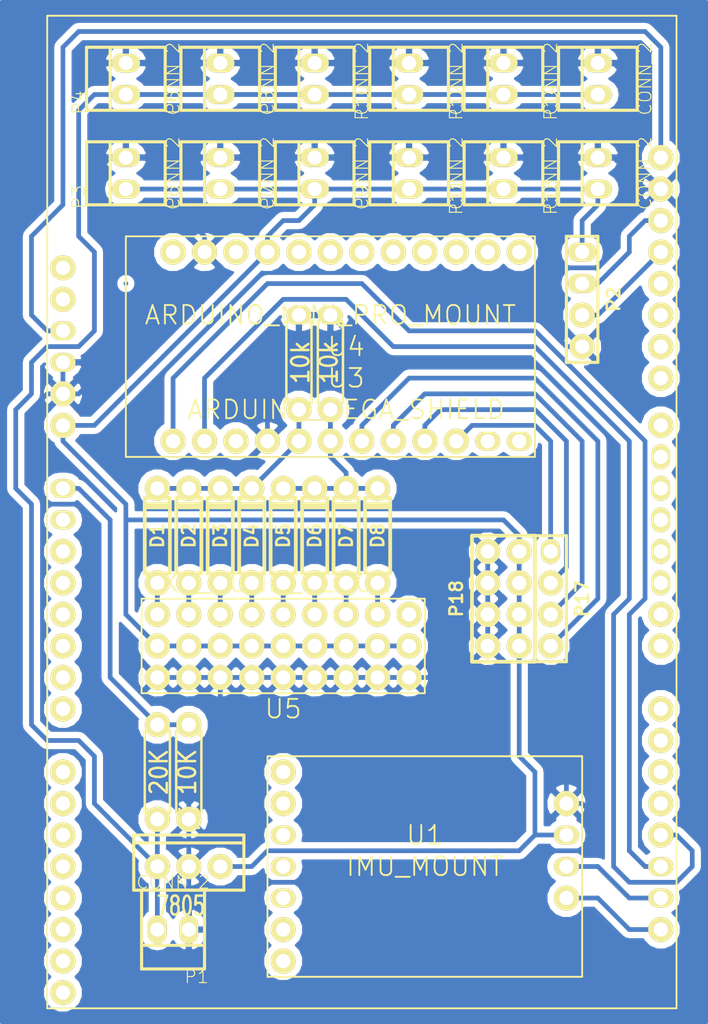
<source format=kicad_pcb>
(kicad_pcb (version 4) (host pcbnew 4.0.2-stable)

  (general
    (links 98)
    (no_connects 0)
    (area 22.415499 45.390999 77.914502 126.059001)
    (thickness 1.6)
    (drawings 0)
    (tracks 261)
    (zones 0)
    (modules 33)
    (nets 26)
  )

  (page A3)
  (layers
    (0 F.Cu signal)
    (31 B.Cu signal)
    (32 B.Adhes user)
    (33 F.Adhes user)
    (34 B.Paste user)
    (35 F.Paste user)
    (36 B.SilkS user)
    (37 F.SilkS user hide)
    (38 B.Mask user)
    (39 F.Mask user)
    (40 Dwgs.User user)
    (41 Cmts.User user)
    (42 Eco1.User user)
    (43 Eco2.User user)
    (44 Edge.Cuts user)
  )

  (setup
    (last_trace_width 0.381)
    (trace_clearance 0.254)
    (zone_clearance 0.508)
    (zone_45_only no)
    (trace_min 0.254)
    (segment_width 0.2)
    (edge_width 0.15)
    (via_size 0.889)
    (via_drill 0.635)
    (via_min_size 0.889)
    (via_min_drill 0.508)
    (uvia_size 0.508)
    (uvia_drill 0.127)
    (uvias_allowed no)
    (uvia_min_size 0.508)
    (uvia_min_drill 0.127)
    (pcb_text_width 0.3)
    (pcb_text_size 1.5 1.5)
    (mod_edge_width 0.15)
    (mod_text_size 1.5 1.5)
    (mod_text_width 0.15)
    (pad_size 1.524 2.032)
    (pad_drill 1.143)
    (pad_to_mask_clearance 0.2)
    (aux_axis_origin 0 0)
    (visible_elements FFFF7FBF)
    (pcbplotparams
      (layerselection 0x00030_80000001)
      (usegerberextensions true)
      (excludeedgelayer true)
      (linewidth 0.100000)
      (plotframeref false)
      (viasonmask false)
      (mode 1)
      (useauxorigin false)
      (hpglpennumber 1)
      (hpglpenspeed 20)
      (hpglpendiameter 15)
      (hpglpenoverlay 2)
      (psnegative false)
      (psa4output false)
      (plotreference true)
      (plotvalue true)
      (plotinvisibletext false)
      (padsonsilk false)
      (subtractmaskfromsilk false)
      (outputformat 1)
      (mirror false)
      (drillshape 1)
      (scaleselection 1)
      (outputdirectory ""))
  )

  (net 0 "")
  (net 1 /GND)
  (net 2 /VCC)
  (net 3 N-000001)
  (net 4 N-0000017)
  (net 5 N-0000018)
  (net 6 N-0000019)
  (net 7 N-000002)
  (net 8 N-0000020)
  (net 9 N-0000021)
  (net 10 N-0000022)
  (net 11 N-0000023)
  (net 12 N-0000024)
  (net 13 N-0000025)
  (net 14 N-0000026)
  (net 15 N-000003)
  (net 16 N-0000034)
  (net 17 N-000004)
  (net 18 N-0000048)
  (net 19 N-000005)
  (net 20 N-0000050)
  (net 21 N-0000052)
  (net 22 N-0000054)
  (net 23 N-0000060)
  (net 24 N-0000079)
  (net 25 N-0000080)

  (net_class Default "This is the default net class."
    (clearance 0.254)
    (trace_width 0.381)
    (via_dia 0.889)
    (via_drill 0.635)
    (uvia_dia 0.508)
    (uvia_drill 0.127)
    (add_net /GND)
    (add_net /VCC)
    (add_net N-000001)
    (add_net N-0000017)
    (add_net N-0000018)
    (add_net N-0000019)
    (add_net N-000002)
    (add_net N-0000020)
    (add_net N-0000021)
    (add_net N-0000022)
    (add_net N-0000023)
    (add_net N-0000024)
    (add_net N-0000025)
    (add_net N-0000026)
    (add_net N-000003)
    (add_net N-0000034)
    (add_net N-000004)
    (add_net N-0000048)
    (add_net N-000005)
    (add_net N-0000050)
    (add_net N-0000052)
    (add_net N-0000054)
    (add_net N-0000060)
    (add_net N-0000079)
    (add_net N-0000080)
  )

  (module PINHEAD1-2 (layer F.Cu) (tedit 4C5EDFB2) (tstamp 5345C7A7)
    (at 31.75 50.8 90)
    (path /53212777)
    (attr virtual)
    (fp_text reference P4 (at -1.905 -3.81 90) (layer F.SilkS)
      (effects (font (size 1.016 1.016) (thickness 0.0889)))
    )
    (fp_text value CONN_2 (at 0 3.81 90) (layer F.SilkS)
      (effects (font (size 1.016 1.016) (thickness 0.0889)))
    )
    (fp_line (start 2.54 -1.27) (end -2.54 -1.27) (layer F.SilkS) (width 0.254))
    (fp_line (start 2.54 3.175) (end -2.54 3.175) (layer F.SilkS) (width 0.254))
    (fp_line (start -2.54 -3.175) (end 2.54 -3.175) (layer F.SilkS) (width 0.254))
    (fp_line (start -2.54 -3.175) (end -2.54 3.175) (layer F.SilkS) (width 0.254))
    (fp_line (start 2.54 -3.175) (end 2.54 3.175) (layer F.SilkS) (width 0.254))
    (pad 1 thru_hole oval (at -1.27 0 90) (size 1.524 2.286) (drill 1.143) (layers *.Cu F.Paste F.SilkS F.Mask)
      (net 23 N-0000060))
    (pad 2 thru_hole oval (at 1.27 0 90) (size 1.524 2.286) (drill 1.143) (layers *.Cu F.Paste F.SilkS F.Mask)
      (net 1 /GND))
  )

  (module R3 (layer F.Cu) (tedit 534C7795) (tstamp 5345C6FF)
    (at 34.29 106.68 90)
    (descr "Resitance 3 pas")
    (tags R)
    (path /5320CEF3)
    (autoplace_cost180 10)
    (fp_text reference R1 (at 0 0.127 90) (layer F.SilkS) hide
      (effects (font (size 1.397 1.27) (thickness 0.2032)))
    )
    (fp_text value 20K (at 0 0.127 90) (layer F.SilkS)
      (effects (font (size 1.397 1.27) (thickness 0.2032)))
    )
    (fp_line (start -3.81 0) (end -3.302 0) (layer F.SilkS) (width 0.2032))
    (fp_line (start 3.81 0) (end 3.302 0) (layer F.SilkS) (width 0.2032))
    (fp_line (start 3.302 0) (end 3.302 -1.016) (layer F.SilkS) (width 0.2032))
    (fp_line (start 3.302 -1.016) (end -3.302 -1.016) (layer F.SilkS) (width 0.2032))
    (fp_line (start -3.302 -1.016) (end -3.302 1.016) (layer F.SilkS) (width 0.2032))
    (fp_line (start -3.302 1.016) (end 3.302 1.016) (layer F.SilkS) (width 0.2032))
    (fp_line (start 3.302 1.016) (end 3.302 0) (layer F.SilkS) (width 0.2032))
    (fp_line (start -3.302 -0.508) (end -2.794 -1.016) (layer F.SilkS) (width 0.2032))
    (pad 1 thru_hole circle (at -3.81 0 90) (size 2.032 2.032) (drill 1.143) (layers *.Cu *.Mask F.SilkS)
      (net 23 N-0000060))
    (pad 2 thru_hole circle (at 3.81 0 90) (size 2.032 2.032) (drill 1.143) (layers *.Cu *.Mask F.SilkS)
      (net 24 N-0000079))
    (model discret/resistor.wrl
      (at (xyz 0 0 0))
      (scale (xyz 0.3 0.3 0.3))
      (rotate (xyz 0 0 0))
    )
  )

  (module R3 (layer F.Cu) (tedit 534C956E) (tstamp 5345CB8B)
    (at 36.83 106.68 270)
    (descr "Resitance 3 pas")
    (tags R)
    (path /5320CF02)
    (autoplace_cost180 10)
    (fp_text reference R2 (at 0 0.127 270) (layer F.SilkS) hide
      (effects (font (size 1.397 1.27) (thickness 0.2032)))
    )
    (fp_text value 10K (at 0 0.127 270) (layer F.SilkS)
      (effects (font (size 1.397 1.27) (thickness 0.2032)))
    )
    (fp_line (start -3.81 0) (end -3.302 0) (layer F.SilkS) (width 0.2032))
    (fp_line (start 3.81 0) (end 3.302 0) (layer F.SilkS) (width 0.2032))
    (fp_line (start 3.302 0) (end 3.302 -1.016) (layer F.SilkS) (width 0.2032))
    (fp_line (start 3.302 -1.016) (end -3.302 -1.016) (layer F.SilkS) (width 0.2032))
    (fp_line (start -3.302 -1.016) (end -3.302 1.016) (layer F.SilkS) (width 0.2032))
    (fp_line (start -3.302 1.016) (end 3.302 1.016) (layer F.SilkS) (width 0.2032))
    (fp_line (start 3.302 1.016) (end 3.302 0) (layer F.SilkS) (width 0.2032))
    (fp_line (start -3.302 -0.508) (end -2.794 -1.016) (layer F.SilkS) (width 0.2032))
    (pad 1 thru_hole circle (at -3.81 0 270) (size 2.032 2.032) (drill 1.143) (layers *.Cu *.Mask F.SilkS)
      (net 24 N-0000079))
    (pad 2 thru_hole circle (at 3.81 0 270) (size 2.032 2.032) (drill 1.143) (layers *.Cu *.Mask F.SilkS)
      (net 1 /GND))
    (model discret/resistor.wrl
      (at (xyz 0 0 0))
      (scale (xyz 0.3 0.3 0.3))
      (rotate (xyz 0 0 0))
    )
  )

  (module PINHEAD1-2 (layer F.Cu) (tedit 4C5EDFB2) (tstamp 5345C718)
    (at 39.37 58.42 90)
    (path /5321281E)
    (attr virtual)
    (fp_text reference P5 (at -1.905 -3.81 90) (layer F.SilkS)
      (effects (font (size 1.016 1.016) (thickness 0.0889)))
    )
    (fp_text value CONN_2 (at 0 3.81 90) (layer F.SilkS)
      (effects (font (size 1.016 1.016) (thickness 0.0889)))
    )
    (fp_line (start 2.54 -1.27) (end -2.54 -1.27) (layer F.SilkS) (width 0.254))
    (fp_line (start 2.54 3.175) (end -2.54 3.175) (layer F.SilkS) (width 0.254))
    (fp_line (start -2.54 -3.175) (end 2.54 -3.175) (layer F.SilkS) (width 0.254))
    (fp_line (start -2.54 -3.175) (end -2.54 3.175) (layer F.SilkS) (width 0.254))
    (fp_line (start 2.54 -3.175) (end 2.54 3.175) (layer F.SilkS) (width 0.254))
    (pad 1 thru_hole oval (at -1.27 0 90) (size 1.524 2.286) (drill 1.143) (layers *.Cu F.Paste F.SilkS F.Mask)
      (net 2 /VCC))
    (pad 2 thru_hole oval (at 1.27 0 90) (size 1.524 2.286) (drill 1.143) (layers *.Cu F.Paste F.SilkS F.Mask)
      (net 1 /GND))
  )

  (module PINHEAD1-2 (layer F.Cu) (tedit 534C790C) (tstamp 534C7AD5)
    (at 35.56 119.38 180)
    (path /53212E1B)
    (attr virtual)
    (fp_text reference P1 (at -1.905 -3.81 180) (layer F.SilkS)
      (effects (font (size 1.016 1.016) (thickness 0.0889)))
    )
    (fp_text value CONN_2 (at 0 3.81 180) (layer F.SilkS)
      (effects (font (size 1.016 1.016) (thickness 0.0889)))
    )
    (fp_line (start 2.54 -1.27) (end -2.54 -1.27) (layer F.SilkS) (width 0.254))
    (fp_line (start 2.54 3.175) (end -2.54 3.175) (layer F.SilkS) (width 0.254))
    (fp_line (start -2.54 -3.175) (end 2.54 -3.175) (layer F.SilkS) (width 0.254))
    (fp_line (start -2.54 -3.175) (end -2.54 3.175) (layer F.SilkS) (width 0.254))
    (fp_line (start 2.54 -3.175) (end 2.54 3.175) (layer F.SilkS) (width 0.254))
    (pad 1 thru_hole oval (at -1.27 0 180) (size 1.524 2.286) (drill 1.143) (layers *.Cu F.Paste F.SilkS F.Mask)
      (net 1 /GND))
    (pad 2 thru_hole oval (at 1.27 0 180) (size 1.524 2.286) (drill 1.143) (layers *.Cu F.Paste F.SilkS F.Mask)
      (net 23 N-0000060))
  )

  (module PINHEAD1-2 (layer F.Cu) (tedit 4C5EDFB2) (tstamp 5345C739)
    (at 69.85 58.42 90)
    (path /532128A9)
    (attr virtual)
    (fp_text reference P13 (at -1.905 -3.81 90) (layer F.SilkS)
      (effects (font (size 1.016 1.016) (thickness 0.0889)))
    )
    (fp_text value CONN_2 (at 0 3.81 90) (layer F.SilkS)
      (effects (font (size 1.016 1.016) (thickness 0.0889)))
    )
    (fp_line (start 2.54 -1.27) (end -2.54 -1.27) (layer F.SilkS) (width 0.254))
    (fp_line (start 2.54 3.175) (end -2.54 3.175) (layer F.SilkS) (width 0.254))
    (fp_line (start -2.54 -3.175) (end 2.54 -3.175) (layer F.SilkS) (width 0.254))
    (fp_line (start -2.54 -3.175) (end -2.54 3.175) (layer F.SilkS) (width 0.254))
    (fp_line (start 2.54 -3.175) (end 2.54 3.175) (layer F.SilkS) (width 0.254))
    (pad 1 thru_hole oval (at -1.27 0 90) (size 1.524 2.286) (drill 1.143) (layers *.Cu F.Paste F.SilkS F.Mask)
      (net 2 /VCC))
    (pad 2 thru_hole oval (at 1.27 0 90) (size 1.524 2.286) (drill 1.143) (layers *.Cu F.Paste F.SilkS F.Mask)
      (net 1 /GND))
  )

  (module PINHEAD1-2 (layer F.Cu) (tedit 4C5EDFB2) (tstamp 5345C744)
    (at 62.23 58.42 90)
    (path /5321289A)
    (attr virtual)
    (fp_text reference P11 (at -1.905 -3.81 90) (layer F.SilkS)
      (effects (font (size 1.016 1.016) (thickness 0.0889)))
    )
    (fp_text value CONN_2 (at 0 3.81 90) (layer F.SilkS)
      (effects (font (size 1.016 1.016) (thickness 0.0889)))
    )
    (fp_line (start 2.54 -1.27) (end -2.54 -1.27) (layer F.SilkS) (width 0.254))
    (fp_line (start 2.54 3.175) (end -2.54 3.175) (layer F.SilkS) (width 0.254))
    (fp_line (start -2.54 -3.175) (end 2.54 -3.175) (layer F.SilkS) (width 0.254))
    (fp_line (start -2.54 -3.175) (end -2.54 3.175) (layer F.SilkS) (width 0.254))
    (fp_line (start 2.54 -3.175) (end 2.54 3.175) (layer F.SilkS) (width 0.254))
    (pad 1 thru_hole oval (at -1.27 0 90) (size 1.524 2.286) (drill 1.143) (layers *.Cu F.Paste F.SilkS F.Mask)
      (net 2 /VCC))
    (pad 2 thru_hole oval (at 1.27 0 90) (size 1.524 2.286) (drill 1.143) (layers *.Cu F.Paste F.SilkS F.Mask)
      (net 1 /GND))
  )

  (module PINHEAD1-2 (layer F.Cu) (tedit 4C5EDFB2) (tstamp 5345C74F)
    (at 54.61 58.42 90)
    (path /5321288B)
    (attr virtual)
    (fp_text reference P9 (at -1.905 -3.81 90) (layer F.SilkS)
      (effects (font (size 1.016 1.016) (thickness 0.0889)))
    )
    (fp_text value CONN_2 (at 0 3.81 90) (layer F.SilkS)
      (effects (font (size 1.016 1.016) (thickness 0.0889)))
    )
    (fp_line (start 2.54 -1.27) (end -2.54 -1.27) (layer F.SilkS) (width 0.254))
    (fp_line (start 2.54 3.175) (end -2.54 3.175) (layer F.SilkS) (width 0.254))
    (fp_line (start -2.54 -3.175) (end 2.54 -3.175) (layer F.SilkS) (width 0.254))
    (fp_line (start -2.54 -3.175) (end -2.54 3.175) (layer F.SilkS) (width 0.254))
    (fp_line (start 2.54 -3.175) (end 2.54 3.175) (layer F.SilkS) (width 0.254))
    (pad 1 thru_hole oval (at -1.27 0 90) (size 1.524 2.286) (drill 1.143) (layers *.Cu F.Paste F.SilkS F.Mask)
      (net 2 /VCC))
    (pad 2 thru_hole oval (at 1.27 0 90) (size 1.524 2.286) (drill 1.143) (layers *.Cu F.Paste F.SilkS F.Mask)
      (net 1 /GND))
  )

  (module PINHEAD1-2 (layer F.Cu) (tedit 4C5EDFB2) (tstamp 5345C75A)
    (at 46.99 58.42 90)
    (path /5321287C)
    (attr virtual)
    (fp_text reference P7 (at -1.905 -3.81 90) (layer F.SilkS)
      (effects (font (size 1.016 1.016) (thickness 0.0889)))
    )
    (fp_text value CONN_2 (at 0 3.81 90) (layer F.SilkS)
      (effects (font (size 1.016 1.016) (thickness 0.0889)))
    )
    (fp_line (start 2.54 -1.27) (end -2.54 -1.27) (layer F.SilkS) (width 0.254))
    (fp_line (start 2.54 3.175) (end -2.54 3.175) (layer F.SilkS) (width 0.254))
    (fp_line (start -2.54 -3.175) (end 2.54 -3.175) (layer F.SilkS) (width 0.254))
    (fp_line (start -2.54 -3.175) (end -2.54 3.175) (layer F.SilkS) (width 0.254))
    (fp_line (start 2.54 -3.175) (end 2.54 3.175) (layer F.SilkS) (width 0.254))
    (pad 1 thru_hole oval (at -1.27 0 90) (size 1.524 2.286) (drill 1.143) (layers *.Cu F.Paste F.SilkS F.Mask)
      (net 2 /VCC))
    (pad 2 thru_hole oval (at 1.27 0 90) (size 1.524 2.286) (drill 1.143) (layers *.Cu F.Paste F.SilkS F.Mask)
      (net 1 /GND))
  )

  (module PINHEAD1-2 (layer F.Cu) (tedit 4C5EDFB2) (tstamp 5345C765)
    (at 31.75 58.42 90)
    (path /5321280F)
    (attr virtual)
    (fp_text reference P3 (at -1.905 -3.81 90) (layer F.SilkS)
      (effects (font (size 1.016 1.016) (thickness 0.0889)))
    )
    (fp_text value CONN_2 (at 0 3.81 90) (layer F.SilkS)
      (effects (font (size 1.016 1.016) (thickness 0.0889)))
    )
    (fp_line (start 2.54 -1.27) (end -2.54 -1.27) (layer F.SilkS) (width 0.254))
    (fp_line (start 2.54 3.175) (end -2.54 3.175) (layer F.SilkS) (width 0.254))
    (fp_line (start -2.54 -3.175) (end 2.54 -3.175) (layer F.SilkS) (width 0.254))
    (fp_line (start -2.54 -3.175) (end -2.54 3.175) (layer F.SilkS) (width 0.254))
    (fp_line (start 2.54 -3.175) (end 2.54 3.175) (layer F.SilkS) (width 0.254))
    (pad 1 thru_hole oval (at -1.27 0 90) (size 1.524 2.286) (drill 1.143) (layers *.Cu F.Paste F.SilkS F.Mask)
      (net 2 /VCC))
    (pad 2 thru_hole oval (at 1.27 0 90) (size 1.524 2.286) (drill 1.143) (layers *.Cu F.Paste F.SilkS F.Mask)
      (net 1 /GND))
  )

  (module PINHEAD1-2 (layer F.Cu) (tedit 4C5EDFB2) (tstamp 5345C770)
    (at 69.85 50.8 90)
    (path /53212800)
    (attr virtual)
    (fp_text reference P14 (at -1.905 -3.81 90) (layer F.SilkS)
      (effects (font (size 1.016 1.016) (thickness 0.0889)))
    )
    (fp_text value CONN_2 (at 0 3.81 90) (layer F.SilkS)
      (effects (font (size 1.016 1.016) (thickness 0.0889)))
    )
    (fp_line (start 2.54 -1.27) (end -2.54 -1.27) (layer F.SilkS) (width 0.254))
    (fp_line (start 2.54 3.175) (end -2.54 3.175) (layer F.SilkS) (width 0.254))
    (fp_line (start -2.54 -3.175) (end 2.54 -3.175) (layer F.SilkS) (width 0.254))
    (fp_line (start -2.54 -3.175) (end -2.54 3.175) (layer F.SilkS) (width 0.254))
    (fp_line (start 2.54 -3.175) (end 2.54 3.175) (layer F.SilkS) (width 0.254))
    (pad 1 thru_hole oval (at -1.27 0 90) (size 1.524 2.286) (drill 1.143) (layers *.Cu F.Paste F.SilkS F.Mask)
      (net 23 N-0000060))
    (pad 2 thru_hole oval (at 1.27 0 90) (size 1.524 2.286) (drill 1.143) (layers *.Cu F.Paste F.SilkS F.Mask)
      (net 1 /GND))
  )

  (module PINHEAD1-2 (layer F.Cu) (tedit 4C5EDFB2) (tstamp 5345C77B)
    (at 62.23 50.8 90)
    (path /532127F1)
    (attr virtual)
    (fp_text reference P12 (at -1.905 -3.81 90) (layer F.SilkS)
      (effects (font (size 1.016 1.016) (thickness 0.0889)))
    )
    (fp_text value CONN_2 (at 0 3.81 90) (layer F.SilkS)
      (effects (font (size 1.016 1.016) (thickness 0.0889)))
    )
    (fp_line (start 2.54 -1.27) (end -2.54 -1.27) (layer F.SilkS) (width 0.254))
    (fp_line (start 2.54 3.175) (end -2.54 3.175) (layer F.SilkS) (width 0.254))
    (fp_line (start -2.54 -3.175) (end 2.54 -3.175) (layer F.SilkS) (width 0.254))
    (fp_line (start -2.54 -3.175) (end -2.54 3.175) (layer F.SilkS) (width 0.254))
    (fp_line (start 2.54 -3.175) (end 2.54 3.175) (layer F.SilkS) (width 0.254))
    (pad 1 thru_hole oval (at -1.27 0 90) (size 1.524 2.286) (drill 1.143) (layers *.Cu F.Paste F.SilkS F.Mask)
      (net 23 N-0000060))
    (pad 2 thru_hole oval (at 1.27 0 90) (size 1.524 2.286) (drill 1.143) (layers *.Cu F.Paste F.SilkS F.Mask)
      (net 1 /GND))
  )

  (module PINHEAD1-2 (layer F.Cu) (tedit 4C5EDFB2) (tstamp 5345C786)
    (at 54.61 50.8 90)
    (path /532127E2)
    (attr virtual)
    (fp_text reference P10 (at -1.905 -3.81 90) (layer F.SilkS)
      (effects (font (size 1.016 1.016) (thickness 0.0889)))
    )
    (fp_text value CONN_2 (at 0 3.81 90) (layer F.SilkS)
      (effects (font (size 1.016 1.016) (thickness 0.0889)))
    )
    (fp_line (start 2.54 -1.27) (end -2.54 -1.27) (layer F.SilkS) (width 0.254))
    (fp_line (start 2.54 3.175) (end -2.54 3.175) (layer F.SilkS) (width 0.254))
    (fp_line (start -2.54 -3.175) (end 2.54 -3.175) (layer F.SilkS) (width 0.254))
    (fp_line (start -2.54 -3.175) (end -2.54 3.175) (layer F.SilkS) (width 0.254))
    (fp_line (start 2.54 -3.175) (end 2.54 3.175) (layer F.SilkS) (width 0.254))
    (pad 1 thru_hole oval (at -1.27 0 90) (size 1.524 2.286) (drill 1.143) (layers *.Cu F.Paste F.SilkS F.Mask)
      (net 23 N-0000060))
    (pad 2 thru_hole oval (at 1.27 0 90) (size 1.524 2.286) (drill 1.143) (layers *.Cu F.Paste F.SilkS F.Mask)
      (net 1 /GND))
  )

  (module PINHEAD1-2 (layer F.Cu) (tedit 4C5EDFB2) (tstamp 5345C791)
    (at 46.99 50.8 90)
    (path /532127D3)
    (attr virtual)
    (fp_text reference P8 (at -1.905 -3.81 90) (layer F.SilkS)
      (effects (font (size 1.016 1.016) (thickness 0.0889)))
    )
    (fp_text value CONN_2 (at 0 3.81 90) (layer F.SilkS)
      (effects (font (size 1.016 1.016) (thickness 0.0889)))
    )
    (fp_line (start 2.54 -1.27) (end -2.54 -1.27) (layer F.SilkS) (width 0.254))
    (fp_line (start 2.54 3.175) (end -2.54 3.175) (layer F.SilkS) (width 0.254))
    (fp_line (start -2.54 -3.175) (end 2.54 -3.175) (layer F.SilkS) (width 0.254))
    (fp_line (start -2.54 -3.175) (end -2.54 3.175) (layer F.SilkS) (width 0.254))
    (fp_line (start 2.54 -3.175) (end 2.54 3.175) (layer F.SilkS) (width 0.254))
    (pad 1 thru_hole oval (at -1.27 0 90) (size 1.524 2.286) (drill 1.143) (layers *.Cu F.Paste F.SilkS F.Mask)
      (net 23 N-0000060))
    (pad 2 thru_hole oval (at 1.27 0 90) (size 1.524 2.286) (drill 1.143) (layers *.Cu F.Paste F.SilkS F.Mask)
      (net 1 /GND))
  )

  (module PINHEAD1-2 (layer F.Cu) (tedit 4C5EDFB2) (tstamp 5345C79C)
    (at 39.37 50.8 90)
    (path /532127B5)
    (attr virtual)
    (fp_text reference P6 (at -1.905 -3.81 90) (layer F.SilkS)
      (effects (font (size 1.016 1.016) (thickness 0.0889)))
    )
    (fp_text value CONN_2 (at 0 3.81 90) (layer F.SilkS)
      (effects (font (size 1.016 1.016) (thickness 0.0889)))
    )
    (fp_line (start 2.54 -1.27) (end -2.54 -1.27) (layer F.SilkS) (width 0.254))
    (fp_line (start 2.54 3.175) (end -2.54 3.175) (layer F.SilkS) (width 0.254))
    (fp_line (start -2.54 -3.175) (end 2.54 -3.175) (layer F.SilkS) (width 0.254))
    (fp_line (start -2.54 -3.175) (end -2.54 3.175) (layer F.SilkS) (width 0.254))
    (fp_line (start 2.54 -3.175) (end 2.54 3.175) (layer F.SilkS) (width 0.254))
    (pad 1 thru_hole oval (at -1.27 0 90) (size 1.524 2.286) (drill 1.143) (layers *.Cu F.Paste F.SilkS F.Mask)
      (net 23 N-0000060))
    (pad 2 thru_hole oval (at 1.27 0 90) (size 1.524 2.286) (drill 1.143) (layers *.Cu F.Paste F.SilkS F.Mask)
      (net 1 /GND))
  )

  (module PIN_ARRAY_4x1 (layer F.Cu) (tedit 534C7F7E) (tstamp 534C7FE8)
    (at 68.58 68.58 270)
    (descr "Double rangee de contacts 2 x 5 pins")
    (tags CONN)
    (path /53497310)
    (fp_text reference P2 (at 0 -2.54 270) (layer F.SilkS)
      (effects (font (size 1.016 1.016) (thickness 0.2032)))
    )
    (fp_text value HC-SR04_PROXSENS (at 0 2.54 270) (layer F.SilkS) hide
      (effects (font (size 1.016 1.016) (thickness 0.2032)))
    )
    (fp_line (start 5.08 1.27) (end -5.08 1.27) (layer F.SilkS) (width 0.254))
    (fp_line (start 5.08 -1.27) (end -5.08 -1.27) (layer F.SilkS) (width 0.254))
    (fp_line (start -5.08 -1.27) (end -5.08 1.27) (layer F.SilkS) (width 0.254))
    (fp_line (start 5.08 1.27) (end 5.08 -1.27) (layer F.SilkS) (width 0.254))
    (pad 1 thru_hole oval (at -3.81 0 270) (size 1.524 2.286) (drill 1.143) (layers *.Cu *.Mask F.SilkS)
      (net 2 /VCC))
    (pad 2 thru_hole oval (at -1.27 0 270) (size 1.524 2.286) (drill 1.143) (layers *.Cu *.Mask F.SilkS)
      (net 18 N-0000048))
    (pad 3 thru_hole circle (at 1.27 0 270) (size 2.032 2.032) (drill 1.143) (layers *.Cu *.Mask F.SilkS)
      (net 21 N-0000052))
    (pad 4 thru_hole circle (at 3.81 0 270) (size 2.032 2.032) (drill 1.143) (layers *.Cu *.Mask F.SilkS)
      (net 1 /GND))
    (model pin_array\pins_array_4x1.wrl
      (at (xyz 0 0 0))
      (scale (xyz 1 1 1))
      (rotate (xyz 0 0 0))
    )
  )

  (module IMU_Mount (layer F.Cu) (tedit 534F2E1F) (tstamp 534F1CEE)
    (at 55.88 114.3)
    (path /532A16AB)
    (fp_text reference U1 (at 0 -2.54) (layer F.SilkS)
      (effects (font (size 1.5 1.5) (thickness 0.15)))
    )
    (fp_text value IMU_MOUNT (at 0 0) (layer F.SilkS)
      (effects (font (size 1.5 1.5) (thickness 0.15)))
    )
    (fp_line (start -12.7 8.89) (end 12.7 8.89) (layer F.SilkS) (width 0.15))
    (fp_line (start -12.7 8.89) (end -12.7 -8.89) (layer F.SilkS) (width 0.15))
    (fp_line (start 12.7 8.89) (end 12.7 -8.89) (layer F.SilkS) (width 0.15))
    (fp_line (start -12.7 -8.89) (end 12.7 -8.89) (layer F.SilkS) (width 0.15))
    (fp_line (start -12.7 -8.89) (end 12.7 -8.89) (layer F.SilkS) (width 0.15))
    (fp_line (start 12.7 -8.89) (end -12.7 -8.89) (layer F.SilkS) (width 0.15))
    (pad 1 thru_hole circle (at 11.43 2.54) (size 2.032 2.032) (drill 1.143) (layers *.Cu *.Mask F.SilkS)
      (net 22 N-0000054))
    (pad 2 thru_hole oval (at 11.43 0) (size 2.032 1.524) (drill 1.143) (layers *.Cu *.Mask F.SilkS)
      (net 20 N-0000050))
    (pad 3 thru_hole oval (at 11.43 -2.54) (size 2.032 1.524) (drill 1.143) (layers *.Cu *.Mask F.SilkS)
      (net 2 /VCC))
    (pad 4 thru_hole circle (at 11.43 -5.08) (size 2.032 2.032) (drill 1.143) (layers *.Cu *.Mask F.SilkS)
      (net 1 /GND))
    (pad 5 thru_hole circle (at -11.43 7.62) (size 2.032 2.032) (drill 1.143) (layers *.Cu *.Mask F.SilkS))
    (pad 6 thru_hole circle (at -11.43 5.08) (size 2.032 2.032) (drill 1.143) (layers *.Cu *.Mask F.SilkS))
    (pad 7 thru_hole oval (at -11.43 2.54) (size 2.032 1.524) (drill 1.143) (layers *.Cu *.Mask F.SilkS))
    (pad 8 thru_hole oval (at -11.43 0) (size 2.032 1.524) (drill 1.143) (layers *.Cu *.Mask F.SilkS))
    (pad 9 thru_hole oval (at -11.43 -2.54) (size 2.032 1.524) (drill 1.143) (layers *.Cu *.Mask F.SilkS))
    (pad 10 thru_hole circle (at -11.43 -5.08) (size 2.032 2.032) (drill 1.143) (layers *.Cu *.Mask F.SilkS))
    (pad 11 thru_hole circle (at -11.43 -7.62) (size 2.032 2.032) (drill 1.143) (layers *.Cu *.Mask F.SilkS))
  )

  (module Arduino_Mega_Shield_Partial (layer F.Cu) (tedit 534F2CAF) (tstamp 534F2CD5)
    (at 49.53 77.47)
    (path /532A24F4)
    (fp_text reference U3 (at 0 -2.54) (layer F.SilkS)
      (effects (font (size 1.5 1.5) (thickness 0.15)))
    )
    (fp_text value ARDUINO_MEGA_SHIELD (at 0 0) (layer F.SilkS)
      (effects (font (size 1.5 1.5) (thickness 0.15)))
    )
    (fp_line (start 26.67 -31.75) (end 26.67 48.26) (layer F.SilkS) (width 0.15))
    (fp_line (start -24.13 48.26) (end -24.13 -31.75) (layer F.SilkS) (width 0.15))
    (fp_line (start 26.67 48.26) (end -24.13 48.26) (layer F.SilkS) (width 0.15))
    (fp_line (start 26.67 -31.75) (end -24.13 -31.75) (layer F.SilkS) (width 0.15))
    (pad 1 thru_hole circle (at -22.86 -11.43) (size 2.032 2.032) (drill 1.143) (layers *.Cu *.Mask F.SilkS))
    (pad 2 thru_hole circle (at -22.86 -8.89) (size 2.032 2.032) (drill 1.143) (layers *.Cu *.Mask F.SilkS))
    (pad 3 thru_hole oval (at -22.86 -6.35) (size 2.032 1.524) (drill 1.143) (layers *.Cu *.Mask F.SilkS)
      (net 25 N-0000080))
    (pad 4 thru_hole oval (at -22.86 -3.81) (size 2.032 1.524) (drill 1.143) (layers *.Cu *.Mask F.SilkS)
      (net 1 /GND))
    (pad 5 thru_hole circle (at -22.86 -1.27) (size 2.032 2.032) (drill 1.143) (layers *.Cu *.Mask F.SilkS)
      (net 1 /GND))
    (pad 6 thru_hole circle (at -22.86 1.27) (size 2.032 2.032) (drill 1.143) (layers *.Cu *.Mask F.SilkS)
      (net 2 /VCC))
    (pad 7 thru_hole oval (at -22.86 6.35) (size 2.032 1.524) (drill 1.143) (layers *.Cu *.Mask F.SilkS)
      (net 24 N-0000079))
    (pad 8 thru_hole oval (at -22.86 8.89) (size 2.032 1.524) (drill 1.143) (layers *.Cu *.Mask F.SilkS))
    (pad 9 thru_hole circle (at -22.86 11.43) (size 2.032 2.032) (drill 1.143) (layers *.Cu *.Mask F.SilkS))
    (pad 10 thru_hole circle (at -22.86 13.97) (size 2.032 2.032) (drill 1.143) (layers *.Cu *.Mask F.SilkS))
    (pad 11 thru_hole circle (at -22.86 16.51) (size 2.032 2.032) (drill 1.143) (layers *.Cu *.Mask F.SilkS))
    (pad 12 thru_hole circle (at -22.86 19.05) (size 2.032 2.032) (drill 1.143) (layers *.Cu *.Mask F.SilkS))
    (pad 13 thru_hole circle (at -22.86 21.59) (size 2.032 2.032) (drill 1.143) (layers *.Cu *.Mask F.SilkS))
    (pad 14 thru_hole circle (at -22.86 24.13) (size 2.032 2.032) (drill 1.143) (layers *.Cu *.Mask F.SilkS))
    (pad 15 thru_hole circle (at -22.86 29.21) (size 2.032 2.032) (drill 1.143) (layers *.Cu *.Mask F.SilkS))
    (pad 16 thru_hole circle (at -22.86 31.75) (size 2.032 2.032) (drill 1.143) (layers *.Cu *.Mask F.SilkS))
    (pad 17 thru_hole circle (at -22.86 34.29) (size 2.032 2.032) (drill 1.143) (layers *.Cu *.Mask F.SilkS))
    (pad 18 thru_hole circle (at -22.86 36.83) (size 2.032 2.032) (drill 1.143) (layers *.Cu *.Mask F.SilkS))
    (pad 19 thru_hole circle (at -22.86 39.37) (size 2.032 2.032) (drill 1.143) (layers *.Cu *.Mask F.SilkS))
    (pad 20 thru_hole circle (at -22.86 41.91) (size 2.032 2.032) (drill 1.143) (layers *.Cu *.Mask F.SilkS))
    (pad 21 thru_hole circle (at -22.86 44.45) (size 2.032 2.032) (drill 1.143) (layers *.Cu *.Mask F.SilkS))
    (pad 23 thru_hole circle (at 25.4 41.91) (size 2.032 2.032) (drill 1.143) (layers *.Cu *.Mask F.SilkS)
      (net 22 N-0000054))
    (pad 24 thru_hole oval (at 25.4 39.37) (size 2.032 1.524) (drill 1.143) (layers *.Cu *.Mask F.SilkS)
      (net 20 N-0000050))
    (pad 25 thru_hole oval (at 25.4 36.83) (size 2.032 1.524) (drill 1.143) (layers *.Cu *.Mask F.SilkS)
      (net 16 N-0000034))
    (pad 26 thru_hole circle (at 25.4 34.29) (size 2.032 2.032) (drill 1.143) (layers *.Cu *.Mask F.SilkS)
      (net 19 N-000005))
    (pad 27 thru_hole circle (at 25.4 31.75) (size 2.032 2.032) (drill 1.143) (layers *.Cu *.Mask F.SilkS))
    (pad 28 thru_hole circle (at 25.4 29.21) (size 2.032 2.032) (drill 1.143) (layers *.Cu *.Mask F.SilkS))
    (pad 29 thru_hole circle (at 25.4 26.67) (size 2.032 2.032) (drill 1.143) (layers *.Cu *.Mask F.SilkS))
    (pad 30 thru_hole circle (at 25.4 24.13) (size 2.032 2.032) (drill 1.143) (layers *.Cu *.Mask F.SilkS))
    (pad 31 thru_hole circle (at 25.4 19.05) (size 2.032 2.032) (drill 1.143) (layers *.Cu *.Mask F.SilkS))
    (pad 32 thru_hole circle (at 25.4 16.51) (size 2.032 2.032) (drill 1.143) (layers *.Cu *.Mask F.SilkS))
    (pad 33 thru_hole oval (at 25.4 13.97) (size 1.524 2.032) (drill 1.143) (layers *.Cu *.Mask F.SilkS))
    (pad 34 thru_hole oval (at 25.4 11.43) (size 1.524 2.032) (drill 1.143) (layers *.Cu *.Mask F.SilkS))
    (pad 35 thru_hole oval (at 25.4 8.89) (size 1.524 2.032) (drill 1.143) (layers *.Cu *.Mask F.SilkS))
    (pad 36 thru_hole oval (at 25.4 6.35) (size 1.524 2.032) (drill 1.143) (layers *.Cu *.Mask F.SilkS))
    (pad 37 thru_hole oval (at 25.4 3.81) (size 1.524 2.032) (drill 1.143) (layers *.Cu *.Mask F.SilkS))
    (pad 38 thru_hole circle (at 25.4 1.27) (size 2.032 2.032) (drill 1.143) (layers *.Cu *.Mask F.SilkS))
    (pad 39 thru_hole circle (at 25.4 -2.54) (size 2.032 2.032) (drill 1.143) (layers *.Cu *.Mask F.SilkS))
    (pad 40 thru_hole circle (at 25.4 -5.08) (size 2.032 2.032) (drill 1.143) (layers *.Cu *.Mask F.SilkS))
    (pad 41 thru_hole circle (at 25.4 -7.62) (size 2.032 2.032) (drill 1.143) (layers *.Cu *.Mask F.SilkS))
    (pad 42 thru_hole circle (at 25.4 -10.16) (size 2.032 2.032) (drill 1.143) (layers *.Cu *.Mask F.SilkS))
    (pad 43 thru_hole circle (at 25.4 -12.7) (size 2.032 2.032) (drill 1.143) (layers *.Cu *.Mask F.SilkS)
      (net 21 N-0000052))
    (pad 44 thru_hole circle (at 25.4 -15.24) (size 2.032 2.032) (drill 1.143) (layers *.Cu *.Mask F.SilkS)
      (net 18 N-0000048))
    (pad 45 thru_hole circle (at 25.4 -17.78) (size 2.032 2.032) (drill 1.143) (layers *.Cu *.Mask F.SilkS)
      (net 1 /GND))
    (pad 46 thru_hole circle (at 25.4 -20.32) (size 2.032 2.032) (drill 1.143) (layers *.Cu *.Mask F.SilkS)
      (net 25 N-0000080))
    (pad 22 thru_hole circle (at -22.86 46.99) (size 2.032 2.032) (drill 1.143) (layers *.Cu *.Mask F.SilkS))
  )

  (module R3 (layer F.Cu) (tedit 534F3037) (tstamp 534C80B7)
    (at 48.26 73.66 270)
    (descr "Resitance 3 pas")
    (tags R)
    (path /53496D70)
    (autoplace_cost180 10)
    (fp_text reference R3 (at 0 0.127 270) (layer F.SilkS) hide
      (effects (font (size 1.397 1.27) (thickness 0.2032)))
    )
    (fp_text value 10k (at 0 0.127 270) (layer F.SilkS)
      (effects (font (size 1.397 1.27) (thickness 0.2032)))
    )
    (fp_line (start -3.81 0) (end -3.302 0) (layer F.SilkS) (width 0.2032))
    (fp_line (start 3.81 0) (end 3.302 0) (layer F.SilkS) (width 0.2032))
    (fp_line (start 3.302 0) (end 3.302 -1.016) (layer F.SilkS) (width 0.2032))
    (fp_line (start 3.302 -1.016) (end -3.302 -1.016) (layer F.SilkS) (width 0.2032))
    (fp_line (start -3.302 -1.016) (end -3.302 1.016) (layer F.SilkS) (width 0.2032))
    (fp_line (start -3.302 1.016) (end 3.302 1.016) (layer F.SilkS) (width 0.2032))
    (fp_line (start 3.302 1.016) (end 3.302 0) (layer F.SilkS) (width 0.2032))
    (fp_line (start -3.302 -0.508) (end -2.794 -1.016) (layer F.SilkS) (width 0.2032))
    (pad 1 thru_hole oval (at -3.81 0 270) (size 1.524 2.032) (drill 1.143) (layers *.Cu *.Mask F.SilkS)
      (net 1 /GND))
    (pad 2 thru_hole circle (at 3.81 0 270) (size 2.032 2.032) (drill 1.143) (layers *.Cu *.Mask F.SilkS)
      (net 4 N-0000017))
    (model discret/resistor.wrl
      (at (xyz 0 0 0))
      (scale (xyz 0.3 0.3 0.3))
      (rotate (xyz 0 0 0))
    )
  )

  (module R3 (layer F.Cu) (tedit 534F3031) (tstamp 534F21B5)
    (at 45.72 73.66 90)
    (descr "Resitance 3 pas")
    (tags R)
    (path /53496D82)
    (autoplace_cost180 10)
    (fp_text reference R4 (at 0 0.127 90) (layer F.SilkS) hide
      (effects (font (size 1.397 1.27) (thickness 0.2032)))
    )
    (fp_text value 10k (at 0 0.127 90) (layer F.SilkS)
      (effects (font (size 1.397 1.27) (thickness 0.2032)))
    )
    (fp_line (start -3.81 0) (end -3.302 0) (layer F.SilkS) (width 0.2032))
    (fp_line (start 3.81 0) (end 3.302 0) (layer F.SilkS) (width 0.2032))
    (fp_line (start 3.302 0) (end 3.302 -1.016) (layer F.SilkS) (width 0.2032))
    (fp_line (start 3.302 -1.016) (end -3.302 -1.016) (layer F.SilkS) (width 0.2032))
    (fp_line (start -3.302 -1.016) (end -3.302 1.016) (layer F.SilkS) (width 0.2032))
    (fp_line (start -3.302 1.016) (end 3.302 1.016) (layer F.SilkS) (width 0.2032))
    (fp_line (start 3.302 1.016) (end 3.302 0) (layer F.SilkS) (width 0.2032))
    (fp_line (start -3.302 -0.508) (end -2.794 -1.016) (layer F.SilkS) (width 0.2032))
    (pad 1 thru_hole circle (at -3.81 0 90) (size 2.032 2.032) (drill 1.143) (layers *.Cu *.Mask F.SilkS)
      (net 12 N-0000024))
    (pad 2 thru_hole oval (at 3.81 0 90) (size 1.524 2.032) (drill 1.143) (layers *.Cu *.Mask F.SilkS)
      (net 1 /GND))
    (model discret/resistor.wrl
      (at (xyz 0 0 0))
      (scale (xyz 0.3 0.3 0.3))
      (rotate (xyz 0 0 0))
    )
  )

  (module pin_array_4x2 (layer F.Cu) (tedit 534F3091) (tstamp 534C8C00)
    (at 62.23 92.71 90)
    (descr "Double rangee de contacts 2 x 4 pins")
    (tags CONN)
    (path /53496DB9)
    (fp_text reference P18 (at 0 -3.81 90) (layer F.SilkS)
      (effects (font (size 1.016 1.016) (thickness 0.2032)))
    )
    (fp_text value "ESC P & G" (at 0 3.81 90) (layer F.SilkS) hide
      (effects (font (size 1.016 1.016) (thickness 0.2032)))
    )
    (fp_line (start -5.08 -2.54) (end 5.08 -2.54) (layer F.SilkS) (width 0.3048))
    (fp_line (start 5.08 -2.54) (end 5.08 2.54) (layer F.SilkS) (width 0.3048))
    (fp_line (start 5.08 2.54) (end -5.08 2.54) (layer F.SilkS) (width 0.3048))
    (fp_line (start -5.08 2.54) (end -5.08 -2.54) (layer F.SilkS) (width 0.3048))
    (pad 1 thru_hole circle (at -3.81 1.27 90) (size 2.032 2.032) (drill 1.143) (layers *.Cu *.Mask F.SilkS)
      (net 2 /VCC))
    (pad 2 thru_hole circle (at -3.81 -1.27 90) (size 2.032 2.032) (drill 1.143) (layers *.Cu *.Mask F.SilkS)
      (net 1 /GND))
    (pad 3 thru_hole circle (at -1.27 1.27 90) (size 2.032 2.032) (drill 1.143) (layers *.Cu *.Mask F.SilkS)
      (net 2 /VCC))
    (pad 4 thru_hole circle (at -1.27 -1.27 90) (size 2.032 2.032) (drill 1.143) (layers *.Cu *.Mask F.SilkS)
      (net 1 /GND))
    (pad 5 thru_hole circle (at 1.27 1.27 90) (size 2.032 2.032) (drill 1.143) (layers *.Cu *.Mask F.SilkS)
      (net 2 /VCC))
    (pad 6 thru_hole circle (at 1.27 -1.27 90) (size 2.032 2.032) (drill 1.143) (layers *.Cu *.Mask F.SilkS)
      (net 1 /GND))
    (pad 7 thru_hole circle (at 3.81 1.27 90) (size 2.032 2.032) (drill 1.143) (layers *.Cu *.Mask F.SilkS)
      (net 2 /VCC))
    (pad 8 thru_hole circle (at 3.81 -1.27 90) (size 2.032 2.032) (drill 1.143) (layers *.Cu *.Mask F.SilkS)
      (net 1 /GND))
    (model pin_array/pins_array_4x2.wrl
      (at (xyz 0 0 0))
      (scale (xyz 1 1 1))
      (rotate (xyz 0 0 0))
    )
  )

  (module PIN_ARRAY_4x1 (layer F.Cu) (tedit 534F3167) (tstamp 5349B010)
    (at 66.04 92.71 270)
    (descr "Double rangee de contacts 2 x 5 pins")
    (tags CONN)
    (path /53496DBF)
    (fp_text reference P17 (at 0 -2.54 270) (layer F.SilkS)
      (effects (font (size 1.016 1.016) (thickness 0.2032)))
    )
    (fp_text value "ESC Sig" (at 0 2.54 270) (layer F.SilkS) hide
      (effects (font (size 1.016 1.016) (thickness 0.2032)))
    )
    (fp_line (start 5.08 1.27) (end -5.08 1.27) (layer F.SilkS) (width 0.254))
    (fp_line (start 5.08 -1.27) (end -5.08 -1.27) (layer F.SilkS) (width 0.254))
    (fp_line (start -5.08 -1.27) (end -5.08 1.27) (layer F.SilkS) (width 0.254))
    (fp_line (start 5.08 1.27) (end 5.08 -1.27) (layer F.SilkS) (width 0.254))
    (pad 1 thru_hole oval (at -3.81 0 270) (size 2.032 1.524) (drill 1.143) (layers *.Cu *.Mask F.SilkS)
      (net 17 N-000004))
    (pad 2 thru_hole circle (at -1.27 0 270) (size 2.032 2.032) (drill 1.143) (layers *.Cu *.Mask F.SilkS)
      (net 15 N-000003))
    (pad 3 thru_hole circle (at 1.27 0 270) (size 2.032 2.032) (drill 1.143) (layers *.Cu *.Mask F.SilkS)
      (net 7 N-000002))
    (pad 4 thru_hole circle (at 3.81 0 270) (size 2.032 2.032) (drill 1.143) (layers *.Cu *.Mask F.SilkS)
      (net 3 N-000001))
    (model pin_array\pins_array_4x1.wrl
      (at (xyz 0 0 0))
      (scale (xyz 1 1 1))
      (rotate (xyz 0 0 0))
    )
  )

  (module D3 (layer F.Cu) (tedit 534F3058) (tstamp 534EE282)
    (at 34.29 87.63 90)
    (descr "Diode 3 pas")
    (tags "DIODE DEV")
    (path /53496D88)
    (fp_text reference D1 (at 0 0 90) (layer F.SilkS)
      (effects (font (size 1.016 1.016) (thickness 0.2032)))
    )
    (fp_text value DIODE (at 0 0 90) (layer F.SilkS) hide
      (effects (font (size 1.016 1.016) (thickness 0.2032)))
    )
    (fp_line (start 3.81 0) (end 3.048 0) (layer F.SilkS) (width 0.3048))
    (fp_line (start 3.048 0) (end 3.048 -1.016) (layer F.SilkS) (width 0.3048))
    (fp_line (start 3.048 -1.016) (end -3.048 -1.016) (layer F.SilkS) (width 0.3048))
    (fp_line (start -3.048 -1.016) (end -3.048 0) (layer F.SilkS) (width 0.3048))
    (fp_line (start -3.048 0) (end -3.81 0) (layer F.SilkS) (width 0.3048))
    (fp_line (start -3.048 0) (end -3.048 1.016) (layer F.SilkS) (width 0.3048))
    (fp_line (start -3.048 1.016) (end 3.048 1.016) (layer F.SilkS) (width 0.3048))
    (fp_line (start 3.048 1.016) (end 3.048 0) (layer F.SilkS) (width 0.3048))
    (fp_line (start 2.54 -1.016) (end 2.54 1.016) (layer F.SilkS) (width 0.3048))
    (fp_line (start 2.286 1.016) (end 2.286 -1.016) (layer F.SilkS) (width 0.3048))
    (pad 2 thru_hole circle (at 3.81 0 90) (size 2.032 2.032) (drill 1.143) (layers *.Cu *.Mask F.SilkS)
      (net 12 N-0000024))
    (pad 1 thru_hole circle (at -3.81 0 90) (size 2.032 2.032) (drill 1.143) (layers *.Cu *.Mask F.SilkS)
      (net 14 N-0000026))
    (model discret/diode.wrl
      (at (xyz 0 0 0))
      (scale (xyz 0.3 0.3 0.3))
      (rotate (xyz 0 0 0))
    )
  )

  (module D3 (layer F.Cu) (tedit 534F3068) (tstamp 5349B03C)
    (at 41.91 87.63 90)
    (descr "Diode 3 pas")
    (tags "DIODE DEV")
    (path /53496D8E)
    (fp_text reference D4 (at 0 0 90) (layer F.SilkS)
      (effects (font (size 1.016 1.016) (thickness 0.2032)))
    )
    (fp_text value DIODE (at 0 0 90) (layer F.SilkS) hide
      (effects (font (size 1.016 1.016) (thickness 0.2032)))
    )
    (fp_line (start 3.81 0) (end 3.048 0) (layer F.SilkS) (width 0.3048))
    (fp_line (start 3.048 0) (end 3.048 -1.016) (layer F.SilkS) (width 0.3048))
    (fp_line (start 3.048 -1.016) (end -3.048 -1.016) (layer F.SilkS) (width 0.3048))
    (fp_line (start -3.048 -1.016) (end -3.048 0) (layer F.SilkS) (width 0.3048))
    (fp_line (start -3.048 0) (end -3.81 0) (layer F.SilkS) (width 0.3048))
    (fp_line (start -3.048 0) (end -3.048 1.016) (layer F.SilkS) (width 0.3048))
    (fp_line (start -3.048 1.016) (end 3.048 1.016) (layer F.SilkS) (width 0.3048))
    (fp_line (start 3.048 1.016) (end 3.048 0) (layer F.SilkS) (width 0.3048))
    (fp_line (start 2.54 -1.016) (end 2.54 1.016) (layer F.SilkS) (width 0.3048))
    (fp_line (start 2.286 1.016) (end 2.286 -1.016) (layer F.SilkS) (width 0.3048))
    (pad 2 thru_hole circle (at 3.81 0 90) (size 2.032 2.032) (drill 1.143) (layers *.Cu *.Mask F.SilkS)
      (net 12 N-0000024))
    (pad 1 thru_hole circle (at -3.81 0 90) (size 2.032 2.032) (drill 1.143) (layers *.Cu *.Mask F.SilkS)
      (net 13 N-0000025))
    (model discret/diode.wrl
      (at (xyz 0 0 0))
      (scale (xyz 0.3 0.3 0.3))
      (rotate (xyz 0 0 0))
    )
  )

  (module D3 (layer F.Cu) (tedit 534F305E) (tstamp 5349B04C)
    (at 36.83 87.63 90)
    (descr "Diode 3 pas")
    (tags "DIODE DEV")
    (path /53496D94)
    (fp_text reference D2 (at 0 0 90) (layer F.SilkS)
      (effects (font (size 1.016 1.016) (thickness 0.2032)))
    )
    (fp_text value DIODE (at 0 0 90) (layer F.SilkS) hide
      (effects (font (size 1.016 1.016) (thickness 0.2032)))
    )
    (fp_line (start 3.81 0) (end 3.048 0) (layer F.SilkS) (width 0.3048))
    (fp_line (start 3.048 0) (end 3.048 -1.016) (layer F.SilkS) (width 0.3048))
    (fp_line (start 3.048 -1.016) (end -3.048 -1.016) (layer F.SilkS) (width 0.3048))
    (fp_line (start -3.048 -1.016) (end -3.048 0) (layer F.SilkS) (width 0.3048))
    (fp_line (start -3.048 0) (end -3.81 0) (layer F.SilkS) (width 0.3048))
    (fp_line (start -3.048 0) (end -3.048 1.016) (layer F.SilkS) (width 0.3048))
    (fp_line (start -3.048 1.016) (end 3.048 1.016) (layer F.SilkS) (width 0.3048))
    (fp_line (start 3.048 1.016) (end 3.048 0) (layer F.SilkS) (width 0.3048))
    (fp_line (start 2.54 -1.016) (end 2.54 1.016) (layer F.SilkS) (width 0.3048))
    (fp_line (start 2.286 1.016) (end 2.286 -1.016) (layer F.SilkS) (width 0.3048))
    (pad 2 thru_hole circle (at 3.81 0 90) (size 2.032 2.032) (drill 1.143) (layers *.Cu *.Mask F.SilkS)
      (net 12 N-0000024))
    (pad 1 thru_hole circle (at -3.81 0 90) (size 2.032 2.032) (drill 1.143) (layers *.Cu *.Mask F.SilkS)
      (net 11 N-0000023))
    (model discret/diode.wrl
      (at (xyz 0 0 0))
      (scale (xyz 0.3 0.3 0.3))
      (rotate (xyz 0 0 0))
    )
  )

  (module D3 (layer F.Cu) (tedit 534F3063) (tstamp 5349B05C)
    (at 39.37 87.63 90)
    (descr "Diode 3 pas")
    (tags "DIODE DEV")
    (path /53496D9A)
    (fp_text reference D3 (at 0 0 90) (layer F.SilkS)
      (effects (font (size 1.016 1.016) (thickness 0.2032)))
    )
    (fp_text value DIODE (at 0 0 90) (layer F.SilkS) hide
      (effects (font (size 1.016 1.016) (thickness 0.2032)))
    )
    (fp_line (start 3.81 0) (end 3.048 0) (layer F.SilkS) (width 0.3048))
    (fp_line (start 3.048 0) (end 3.048 -1.016) (layer F.SilkS) (width 0.3048))
    (fp_line (start 3.048 -1.016) (end -3.048 -1.016) (layer F.SilkS) (width 0.3048))
    (fp_line (start -3.048 -1.016) (end -3.048 0) (layer F.SilkS) (width 0.3048))
    (fp_line (start -3.048 0) (end -3.81 0) (layer F.SilkS) (width 0.3048))
    (fp_line (start -3.048 0) (end -3.048 1.016) (layer F.SilkS) (width 0.3048))
    (fp_line (start -3.048 1.016) (end 3.048 1.016) (layer F.SilkS) (width 0.3048))
    (fp_line (start 3.048 1.016) (end 3.048 0) (layer F.SilkS) (width 0.3048))
    (fp_line (start 2.54 -1.016) (end 2.54 1.016) (layer F.SilkS) (width 0.3048))
    (fp_line (start 2.286 1.016) (end 2.286 -1.016) (layer F.SilkS) (width 0.3048))
    (pad 2 thru_hole circle (at 3.81 0 90) (size 2.032 2.032) (drill 1.143) (layers *.Cu *.Mask F.SilkS)
      (net 12 N-0000024))
    (pad 1 thru_hole circle (at -3.81 0 90) (size 2.032 2.032) (drill 1.143) (layers *.Cu *.Mask F.SilkS)
      (net 10 N-0000022))
    (model discret/diode.wrl
      (at (xyz 0 0 0))
      (scale (xyz 0.3 0.3 0.3))
      (rotate (xyz 0 0 0))
    )
  )

  (module D3 (layer F.Cu) (tedit 534F306C) (tstamp 5349B06C)
    (at 44.45 87.63 90)
    (descr "Diode 3 pas")
    (tags "DIODE DEV")
    (path /53496DA0)
    (fp_text reference D5 (at 0 0 90) (layer F.SilkS)
      (effects (font (size 1.016 1.016) (thickness 0.2032)))
    )
    (fp_text value DIODE (at 0 0 90) (layer F.SilkS) hide
      (effects (font (size 1.016 1.016) (thickness 0.2032)))
    )
    (fp_line (start 3.81 0) (end 3.048 0) (layer F.SilkS) (width 0.3048))
    (fp_line (start 3.048 0) (end 3.048 -1.016) (layer F.SilkS) (width 0.3048))
    (fp_line (start 3.048 -1.016) (end -3.048 -1.016) (layer F.SilkS) (width 0.3048))
    (fp_line (start -3.048 -1.016) (end -3.048 0) (layer F.SilkS) (width 0.3048))
    (fp_line (start -3.048 0) (end -3.81 0) (layer F.SilkS) (width 0.3048))
    (fp_line (start -3.048 0) (end -3.048 1.016) (layer F.SilkS) (width 0.3048))
    (fp_line (start -3.048 1.016) (end 3.048 1.016) (layer F.SilkS) (width 0.3048))
    (fp_line (start 3.048 1.016) (end 3.048 0) (layer F.SilkS) (width 0.3048))
    (fp_line (start 2.54 -1.016) (end 2.54 1.016) (layer F.SilkS) (width 0.3048))
    (fp_line (start 2.286 1.016) (end 2.286 -1.016) (layer F.SilkS) (width 0.3048))
    (pad 2 thru_hole circle (at 3.81 0 90) (size 2.032 2.032) (drill 1.143) (layers *.Cu *.Mask F.SilkS)
      (net 4 N-0000017))
    (pad 1 thru_hole circle (at -3.81 0 90) (size 2.032 2.032) (drill 1.143) (layers *.Cu *.Mask F.SilkS)
      (net 9 N-0000021))
    (model discret/diode.wrl
      (at (xyz 0 0 0))
      (scale (xyz 0.3 0.3 0.3))
      (rotate (xyz 0 0 0))
    )
  )

  (module D3 (layer F.Cu) (tedit 534C9281) (tstamp 5349B07C)
    (at 46.99 87.63 90)
    (descr "Diode 3 pas")
    (tags "DIODE DEV")
    (path /53496DA6)
    (fp_text reference D6 (at 0 0 90) (layer F.SilkS)
      (effects (font (size 1.016 1.016) (thickness 0.2032)))
    )
    (fp_text value DIODE (at 0 0 90) (layer F.SilkS) hide
      (effects (font (size 1.016 1.016) (thickness 0.2032)))
    )
    (fp_line (start 3.81 0) (end 3.048 0) (layer F.SilkS) (width 0.3048))
    (fp_line (start 3.048 0) (end 3.048 -1.016) (layer F.SilkS) (width 0.3048))
    (fp_line (start 3.048 -1.016) (end -3.048 -1.016) (layer F.SilkS) (width 0.3048))
    (fp_line (start -3.048 -1.016) (end -3.048 0) (layer F.SilkS) (width 0.3048))
    (fp_line (start -3.048 0) (end -3.81 0) (layer F.SilkS) (width 0.3048))
    (fp_line (start -3.048 0) (end -3.048 1.016) (layer F.SilkS) (width 0.3048))
    (fp_line (start -3.048 1.016) (end 3.048 1.016) (layer F.SilkS) (width 0.3048))
    (fp_line (start 3.048 1.016) (end 3.048 0) (layer F.SilkS) (width 0.3048))
    (fp_line (start 2.54 -1.016) (end 2.54 1.016) (layer F.SilkS) (width 0.3048))
    (fp_line (start 2.286 1.016) (end 2.286 -1.016) (layer F.SilkS) (width 0.3048))
    (pad 2 thru_hole circle (at 3.81 0 90) (size 2.032 2.032) (drill 1.143) (layers *.Cu *.Mask F.SilkS)
      (net 4 N-0000017))
    (pad 1 thru_hole circle (at -3.81 0 90) (size 2.032 2.032) (drill 1.143) (layers *.Cu *.Mask F.SilkS)
      (net 8 N-0000020))
    (model discret/diode.wrl
      (at (xyz 0 0 0))
      (scale (xyz 0.3 0.3 0.3))
      (rotate (xyz 0 0 0))
    )
  )

  (module D3 (layer F.Cu) (tedit 534F3072) (tstamp 5349B08C)
    (at 49.53 87.63 90)
    (descr "Diode 3 pas")
    (tags "DIODE DEV")
    (path /53496DAC)
    (fp_text reference D7 (at 0 0 90) (layer F.SilkS)
      (effects (font (size 1.016 1.016) (thickness 0.2032)))
    )
    (fp_text value DIODE (at 0 0 90) (layer F.SilkS) hide
      (effects (font (size 1.016 1.016) (thickness 0.2032)))
    )
    (fp_line (start 3.81 0) (end 3.048 0) (layer F.SilkS) (width 0.3048))
    (fp_line (start 3.048 0) (end 3.048 -1.016) (layer F.SilkS) (width 0.3048))
    (fp_line (start 3.048 -1.016) (end -3.048 -1.016) (layer F.SilkS) (width 0.3048))
    (fp_line (start -3.048 -1.016) (end -3.048 0) (layer F.SilkS) (width 0.3048))
    (fp_line (start -3.048 0) (end -3.81 0) (layer F.SilkS) (width 0.3048))
    (fp_line (start -3.048 0) (end -3.048 1.016) (layer F.SilkS) (width 0.3048))
    (fp_line (start -3.048 1.016) (end 3.048 1.016) (layer F.SilkS) (width 0.3048))
    (fp_line (start 3.048 1.016) (end 3.048 0) (layer F.SilkS) (width 0.3048))
    (fp_line (start 2.54 -1.016) (end 2.54 1.016) (layer F.SilkS) (width 0.3048))
    (fp_line (start 2.286 1.016) (end 2.286 -1.016) (layer F.SilkS) (width 0.3048))
    (pad 2 thru_hole circle (at 3.81 0 90) (size 2.032 2.032) (drill 1.143) (layers *.Cu *.Mask F.SilkS)
      (net 4 N-0000017))
    (pad 1 thru_hole circle (at -3.81 0 90) (size 2.032 2.032) (drill 1.143) (layers *.Cu *.Mask F.SilkS)
      (net 6 N-0000019))
    (model discret/diode.wrl
      (at (xyz 0 0 0))
      (scale (xyz 0.3 0.3 0.3))
      (rotate (xyz 0 0 0))
    )
  )

  (module D3 (layer F.Cu) (tedit 534F3077) (tstamp 5349B09C)
    (at 52.07 87.63 90)
    (descr "Diode 3 pas")
    (tags "DIODE DEV")
    (path /53496DB2)
    (fp_text reference D8 (at 0 0 90) (layer F.SilkS)
      (effects (font (size 1.016 1.016) (thickness 0.2032)))
    )
    (fp_text value DIODE (at 0 0 90) (layer F.SilkS) hide
      (effects (font (size 1.016 1.016) (thickness 0.2032)))
    )
    (fp_line (start 3.81 0) (end 3.048 0) (layer F.SilkS) (width 0.3048))
    (fp_line (start 3.048 0) (end 3.048 -1.016) (layer F.SilkS) (width 0.3048))
    (fp_line (start 3.048 -1.016) (end -3.048 -1.016) (layer F.SilkS) (width 0.3048))
    (fp_line (start -3.048 -1.016) (end -3.048 0) (layer F.SilkS) (width 0.3048))
    (fp_line (start -3.048 0) (end -3.81 0) (layer F.SilkS) (width 0.3048))
    (fp_line (start -3.048 0) (end -3.048 1.016) (layer F.SilkS) (width 0.3048))
    (fp_line (start -3.048 1.016) (end 3.048 1.016) (layer F.SilkS) (width 0.3048))
    (fp_line (start 3.048 1.016) (end 3.048 0) (layer F.SilkS) (width 0.3048))
    (fp_line (start 2.54 -1.016) (end 2.54 1.016) (layer F.SilkS) (width 0.3048))
    (fp_line (start 2.286 1.016) (end 2.286 -1.016) (layer F.SilkS) (width 0.3048))
    (pad 2 thru_hole circle (at 3.81 0 90) (size 2.032 2.032) (drill 1.143) (layers *.Cu *.Mask F.SilkS)
      (net 4 N-0000017))
    (pad 1 thru_hole circle (at -3.81 0 90) (size 2.032 2.032) (drill 1.143) (layers *.Cu *.Mask F.SilkS)
      (net 5 N-0000018))
    (model discret/diode.wrl
      (at (xyz 0 0 0))
      (scale (xyz 0.3 0.3 0.3))
      (rotate (xyz 0 0 0))
    )
  )

  (module Arduino_Mini_Pro_Mount (layer F.Cu) (tedit 534F322E) (tstamp 534F32C6)
    (at 49.53 71.12 90)
    (path /53497285)
    (fp_text reference U4 (at -1.27 0 180) (layer F.SilkS)
      (effects (font (size 1.5 1.5) (thickness 0.15)))
    )
    (fp_text value ARDUINO_MINI_PRO_MOUNT (at 1.27 -1.27 180) (layer F.SilkS)
      (effects (font (size 1.5 1.5) (thickness 0.15)))
    )
    (fp_line (start -10.16 15.24) (end 7.62 15.24) (layer F.SilkS) (width 0.15))
    (fp_line (start 7.62 15.24) (end 7.62 -17.78) (layer F.SilkS) (width 0.15))
    (fp_line (start 7.62 -17.78) (end -10.16 -17.78) (layer F.SilkS) (width 0.15))
    (fp_line (start -10.16 -17.78) (end -10.16 15.24) (layer F.SilkS) (width 0.15))
    (pad 1 thru_hole circle (at -8.89 -13.97 90) (size 2.032 2.032) (drill 1.143) (layers *.Cu *.Mask F.SilkS)
      (net 16 N-0000034))
    (pad 2 thru_hole circle (at -8.89 -11.43 90) (size 2.032 2.032) (drill 1.143) (layers *.Cu *.Mask F.SilkS)
      (net 19 N-000005))
    (pad 3 thru_hole circle (at -8.89 -8.89 90) (size 2.032 2.032) (drill 1.143) (layers *.Cu *.Mask F.SilkS))
    (pad 4 thru_hole circle (at -8.89 -6.35 90) (size 2.032 2.032) (drill 1.143) (layers *.Cu *.Mask F.SilkS)
      (net 1 /GND))
    (pad 5 thru_hole circle (at -8.89 -3.81 90) (size 2.032 2.032) (drill 1.143) (layers *.Cu *.Mask F.SilkS)
      (net 12 N-0000024))
    (pad 6 thru_hole circle (at -8.89 -1.27 90) (size 2.032 2.032) (drill 1.143) (layers *.Cu *.Mask F.SilkS)
      (net 4 N-0000017))
    (pad 7 thru_hole circle (at -8.89 1.27 90) (size 2.032 2.032) (drill 1.143) (layers *.Cu *.Mask F.SilkS)
      (net 3 N-000001))
    (pad 8 thru_hole circle (at -8.89 3.81 90) (size 2.032 2.032) (drill 1.143) (layers *.Cu *.Mask F.SilkS)
      (net 7 N-000002))
    (pad 9 thru_hole circle (at -8.89 6.35 90) (size 2.032 2.032) (drill 1.143) (layers *.Cu *.Mask F.SilkS)
      (net 15 N-000003))
    (pad 10 thru_hole circle (at -8.89 8.89 90) (size 2.032 2.032) (drill 1.143) (layers *.Cu *.Mask F.SilkS)
      (net 17 N-000004))
    (pad 11 thru_hole oval (at -8.89 11.43 90) (size 1.524 2.032) (drill 1.143) (layers *.Cu *.Mask F.SilkS))
    (pad 12 thru_hole oval (at -8.89 13.97 90) (size 1.524 2.032) (drill 1.143) (layers *.Cu *.Mask F.SilkS))
    (pad 13 thru_hole circle (at 6.35 13.97 90) (size 2.032 2.032) (drill 1.143) (layers *.Cu *.Mask F.SilkS))
    (pad 14 thru_hole circle (at 6.35 11.43 90) (size 2.032 2.032) (drill 1.143) (layers *.Cu *.Mask F.SilkS))
    (pad 15 thru_hole circle (at 6.35 8.89 90) (size 2.032 2.032) (drill 1.143) (layers *.Cu *.Mask F.SilkS))
    (pad 16 thru_hole circle (at 6.35 6.35 90) (size 2.032 2.032) (drill 1.143) (layers *.Cu *.Mask F.SilkS))
    (pad 17 thru_hole circle (at 6.35 3.81 90) (size 2.032 2.032) (drill 1.143) (layers *.Cu *.Mask F.SilkS))
    (pad 18 thru_hole circle (at 6.35 1.27 90) (size 2.032 2.032) (drill 1.143) (layers *.Cu *.Mask F.SilkS))
    (pad 19 thru_hole circle (at 6.35 -1.27 90) (size 2.032 2.032) (drill 1.143) (layers *.Cu *.Mask F.SilkS))
    (pad 20 thru_hole circle (at 6.35 -3.81 90) (size 2.032 2.032) (drill 1.143) (layers *.Cu *.Mask F.SilkS))
    (pad 21 thru_hole circle (at 6.35 -6.35 90) (size 2.032 2.032) (drill 1.143) (layers *.Cu *.Mask F.SilkS)
      (net 2 /VCC))
    (pad 22 thru_hole circle (at 6.35 -8.89 90) (size 2.032 2.032) (drill 1.143) (layers *.Cu *.Mask F.SilkS))
    (pad 23 thru_hole circle (at 6.35 -11.43 90) (size 2.032 2.032) (drill 1.143) (layers *.Cu *.Mask F.SilkS)
      (net 1 /GND))
    (pad 24 thru_hole circle (at 6.35 -13.97 90) (size 2.032 2.032) (drill 1.143) (layers *.Cu *.Mask F.SilkS))
  )

  (module 9x3_Conn_Block (layer F.Cu) (tedit 534C7723) (tstamp 534C9726)
    (at 44.45 96.52 90)
    (path /53497B7A)
    (fp_text reference U5 (at -5.08 0 180) (layer F.SilkS)
      (effects (font (size 1.5 1.5) (thickness 0.15)))
    )
    (fp_text value 9X3_CONN_BLOCK (at 5.08 -1.27 180) (layer F.SilkS)
      (effects (font (size 1.5 1.5) (thickness 0.15)))
    )
    (fp_line (start -3.81 -11.43) (end 3.81 -11.43) (layer F.SilkS) (width 0.15))
    (fp_line (start 3.81 -11.43) (end 3.81 11.43) (layer F.SilkS) (width 0.15))
    (fp_line (start 3.81 11.43) (end -3.81 11.43) (layer F.SilkS) (width 0.15))
    (fp_line (start -3.81 11.43) (end -3.81 -11.43) (layer F.SilkS) (width 0.15))
    (pad 1 thru_hole circle (at -2.54 -10.16 90) (size 2.032 2.032) (drill 1.143) (layers *.Cu *.Mask F.SilkS)
      (net 1 /GND))
    (pad 2 thru_hole circle (at -2.54 -7.62 90) (size 2.032 2.032) (drill 1.143) (layers *.Cu *.Mask F.SilkS)
      (net 1 /GND))
    (pad 3 thru_hole circle (at -2.54 -5.08 90) (size 2.032 2.032) (drill 1.143) (layers *.Cu *.Mask F.SilkS)
      (net 1 /GND))
    (pad 4 thru_hole circle (at -2.54 -2.54 90) (size 2.032 2.032) (drill 1.143) (layers *.Cu *.Mask F.SilkS)
      (net 1 /GND))
    (pad 5 thru_hole circle (at -2.54 0 90) (size 2.032 2.032) (drill 1.143) (layers *.Cu *.Mask F.SilkS)
      (net 1 /GND))
    (pad 6 thru_hole circle (at -2.54 2.54 90) (size 2.032 2.032) (drill 1.143) (layers *.Cu *.Mask F.SilkS)
      (net 1 /GND))
    (pad 7 thru_hole circle (at -2.54 5.08 90) (size 2.032 2.032) (drill 1.143) (layers *.Cu *.Mask F.SilkS)
      (net 1 /GND))
    (pad 8 thru_hole circle (at -2.54 7.62 90) (size 2.032 2.032) (drill 1.143) (layers *.Cu *.Mask F.SilkS)
      (net 1 /GND))
    (pad 9 thru_hole circle (at -2.54 10.16 90) (size 2.032 2.032) (drill 1.143) (layers *.Cu *.Mask F.SilkS)
      (net 1 /GND))
    (pad 10 thru_hole circle (at 0 -10.16 90) (size 2.032 2.032) (drill 1.143) (layers *.Cu *.Mask F.SilkS)
      (net 2 /VCC))
    (pad 11 thru_hole circle (at 0 -7.62 90) (size 2.032 2.032) (drill 1.143) (layers *.Cu *.Mask F.SilkS)
      (net 2 /VCC))
    (pad 12 thru_hole circle (at 0 -5.08 90) (size 2.032 2.032) (drill 1.143) (layers *.Cu *.Mask F.SilkS)
      (net 2 /VCC))
    (pad 13 thru_hole circle (at 0 -2.54 90) (size 2.032 2.032) (drill 1.143) (layers *.Cu *.Mask F.SilkS)
      (net 2 /VCC))
    (pad 14 thru_hole circle (at 0 0 90) (size 2.032 2.032) (drill 1.143) (layers *.Cu *.Mask F.SilkS)
      (net 2 /VCC))
    (pad 15 thru_hole circle (at 0 2.54 90) (size 2.032 2.032) (drill 1.143) (layers *.Cu *.Mask F.SilkS)
      (net 2 /VCC))
    (pad 16 thru_hole circle (at 0 5.08 90) (size 2.032 2.032) (drill 1.143) (layers *.Cu *.Mask F.SilkS)
      (net 2 /VCC))
    (pad 17 thru_hole circle (at 0 7.62 90) (size 2.032 2.032) (drill 1.143) (layers *.Cu *.Mask F.SilkS)
      (net 2 /VCC))
    (pad 18 thru_hole circle (at 0 10.16 90) (size 2.032 2.032) (drill 1.143) (layers *.Cu *.Mask F.SilkS)
      (net 2 /VCC))
    (pad 19 thru_hole circle (at 2.54 -10.16 90) (size 2.032 2.032) (drill 1.143) (layers *.Cu *.Mask F.SilkS)
      (net 14 N-0000026))
    (pad 20 thru_hole circle (at 2.54 -7.62 90) (size 2.032 2.032) (drill 1.143) (layers *.Cu *.Mask F.SilkS)
      (net 11 N-0000023))
    (pad 21 thru_hole circle (at 2.54 -5.08 90) (size 2.032 2.032) (drill 1.143) (layers *.Cu *.Mask F.SilkS)
      (net 10 N-0000022))
    (pad 22 thru_hole circle (at 2.54 -2.54 90) (size 2.032 2.032) (drill 1.143) (layers *.Cu *.Mask F.SilkS)
      (net 13 N-0000025))
    (pad 23 thru_hole circle (at 2.54 0 90) (size 2.032 2.032) (drill 1.143) (layers *.Cu *.Mask F.SilkS)
      (net 9 N-0000021))
    (pad 24 thru_hole circle (at 2.54 2.54 90) (size 2.032 2.032) (drill 1.143) (layers *.Cu *.Mask F.SilkS)
      (net 8 N-0000020))
    (pad 25 thru_hole circle (at 2.54 5.08 90) (size 2.032 2.032) (drill 1.143) (layers *.Cu *.Mask F.SilkS)
      (net 6 N-0000019))
    (pad 26 thru_hole circle (at 2.54 7.62 90) (size 2.032 2.032) (drill 1.143) (layers *.Cu *.Mask F.SilkS)
      (net 5 N-0000018))
    (pad 27 thru_hole circle (at 2.54 10.16 90) (size 2.032 2.032) (drill 1.143) (layers *.Cu *.Mask F.SilkS))
  )

  (module LM78XXV (layer F.Cu) (tedit 534C7888) (tstamp 5345C7C5)
    (at 36.83 114.3 90)
    (descr "Regulateur TO220 serie LM78xx")
    (tags "TR TO220")
    (path /5320D1B3)
    (fp_text reference U2 (at 3.81 0 180) (layer F.SilkS)
      (effects (font (size 1.524 1.016) (thickness 0.2032)))
    )
    (fp_text value 7805 (at -3.175 -0.635 180) (layer F.SilkS)
      (effects (font (size 1.524 1.016) (thickness 0.2032)))
    )
    (fp_line (start 1.905 -4.445) (end 2.54 -4.445) (layer F.SilkS) (width 0.254))
    (fp_line (start 2.54 -4.445) (end 2.54 4.445) (layer F.SilkS) (width 0.254))
    (fp_line (start 2.54 4.445) (end 1.905 4.445) (layer F.SilkS) (width 0.254))
    (fp_line (start -1.905 -4.445) (end 1.905 -4.445) (layer F.SilkS) (width 0.254))
    (fp_line (start 1.905 -4.445) (end 1.905 4.445) (layer F.SilkS) (width 0.254))
    (fp_line (start 1.905 4.445) (end -1.905 4.445) (layer F.SilkS) (width 0.254))
    (fp_line (start -1.905 4.445) (end -1.905 -4.445) (layer F.SilkS) (width 0.254))
    (pad VI thru_hole circle (at 0 -2.54 90) (size 2.032 2.032) (drill 1.143) (layers *.Cu *.Mask F.SilkS)
      (net 23 N-0000060))
    (pad GND thru_hole circle (at 0 0 90) (size 2.032 2.032) (drill 1.143) (layers *.Cu *.Mask F.SilkS)
      (net 1 /GND))
    (pad VO thru_hole circle (at 0 2.54 90) (size 2.032 2.032) (drill 1.143) (layers *.Cu *.Mask F.SilkS)
      (net 2 /VCC))
  )

  (segment (start 31.75 67.31) (end 31.75 67.31) (width 0.381) (layer B.Cu) (net 0) (tstamp 534F2520))
  (segment (start 48.26 69.85) (end 52.07 73.66) (width 0.381) (layer B.Cu) (net 1))
  (segment (start 67.31 104.14) (end 67.31 109.22) (width 0.381) (layer B.Cu) (net 1) (tstamp 534F3283))
  (segment (start 68.58 102.87) (end 67.31 104.14) (width 0.381) (layer B.Cu) (net 1) (tstamp 534F3282))
  (segment (start 68.58 95.25) (end 68.58 102.87) (width 0.381) (layer B.Cu) (net 1) (tstamp 534F3281))
  (segment (start 71.12 92.71) (end 68.58 95.25) (width 0.381) (layer B.Cu) (net 1) (tstamp 534F3280))
  (segment (start 71.12 80.01) (end 71.12 92.71) (width 0.381) (layer B.Cu) (net 1) (tstamp 534F327F))
  (segment (start 64.77 73.66) (end 71.12 80.01) (width 0.381) (layer B.Cu) (net 1) (tstamp 534F327E))
  (segment (start 52.07 73.66) (end 64.77 73.66) (width 0.381) (layer B.Cu) (net 1) (tstamp 534F327D))
  (segment (start 48.26 115.57) (end 43.18 115.57) (width 0.381) (layer B.Cu) (net 1))
  (segment (start 43.18 115.57) (end 39.37 119.38) (width 0.381) (layer B.Cu) (net 1) (tstamp 534F2F0F))
  (segment (start 39.37 119.38) (end 36.83 119.38) (width 0.381) (layer B.Cu) (net 1) (tstamp 534F2F10))
  (segment (start 67.31 109.22) (end 68.58 109.22) (width 0.381) (layer B.Cu) (net 1))
  (segment (start 62.23 115.57) (end 48.26 115.57) (width 0.381) (layer B.Cu) (net 1) (tstamp 534F2EF6))
  (segment (start 64.77 113.03) (end 62.23 115.57) (width 0.381) (layer B.Cu) (net 1) (tstamp 534F2EF4))
  (segment (start 68.58 113.03) (end 64.77 113.03) (width 0.381) (layer B.Cu) (net 1) (tstamp 534F2EF3))
  (segment (start 69.85 111.76) (end 68.58 113.03) (width 0.381) (layer B.Cu) (net 1) (tstamp 534F2EF2))
  (segment (start 69.85 110.49) (end 69.85 111.76) (width 0.381) (layer B.Cu) (net 1) (tstamp 534F2EF1))
  (segment (start 68.58 109.22) (end 69.85 110.49) (width 0.381) (layer B.Cu) (net 1) (tstamp 534F2EF0))
  (segment (start 36.83 110.49) (end 36.83 109.22) (width 0.381) (layer B.Cu) (net 1))
  (segment (start 36.83 109.22) (end 29.21 101.6) (width 0.381) (layer B.Cu) (net 1) (tstamp 534F2EE6))
  (segment (start 25.4 76.2) (end 26.67 76.2) (width 0.381) (layer B.Cu) (net 1) (tstamp 534F2EED))
  (segment (start 24.13 77.47) (end 25.4 76.2) (width 0.381) (layer B.Cu) (net 1) (tstamp 534F2EEC))
  (segment (start 24.13 83.82) (end 24.13 77.47) (width 0.381) (layer B.Cu) (net 1) (tstamp 534F2EEB))
  (segment (start 25.4 85.09) (end 24.13 83.82) (width 0.381) (layer B.Cu) (net 1) (tstamp 534F2EEA))
  (segment (start 27.94 85.09) (end 25.4 85.09) (width 0.381) (layer B.Cu) (net 1) (tstamp 534F2EE9))
  (segment (start 29.21 86.36) (end 27.94 85.09) (width 0.381) (layer B.Cu) (net 1) (tstamp 534F2EE8))
  (segment (start 29.21 101.6) (end 29.21 86.36) (width 0.381) (layer B.Cu) (net 1) (tstamp 534F2EE7))
  (segment (start 39.37 106.68) (end 39.37 99.06) (width 0.381) (layer B.Cu) (net 1) (tstamp 534F2B87))
  (segment (start 36.83 109.22) (end 39.37 106.68) (width 0.381) (layer B.Cu) (net 1) (tstamp 534F2B83))
  (segment (start 60.96 96.52) (end 60.96 93.98) (width 0.381) (layer B.Cu) (net 1))
  (segment (start 60.96 93.98) (end 60.96 91.44) (width 0.381) (layer B.Cu) (net 1) (tstamp 534F2A13))
  (segment (start 60.96 91.44) (end 60.96 88.9) (width 0.381) (layer B.Cu) (net 1) (tstamp 534F2A14))
  (segment (start 34.29 99.06) (end 36.83 99.06) (width 0.381) (layer B.Cu) (net 1))
  (segment (start 36.83 99.06) (end 39.37 99.06) (width 0.381) (layer B.Cu) (net 1) (tstamp 534F2A06))
  (segment (start 39.37 99.06) (end 41.91 99.06) (width 0.381) (layer B.Cu) (net 1) (tstamp 534F2A07))
  (segment (start 41.91 99.06) (end 44.45 99.06) (width 0.381) (layer B.Cu) (net 1) (tstamp 534F2A08))
  (segment (start 44.45 99.06) (end 46.99 99.06) (width 0.381) (layer B.Cu) (net 1) (tstamp 534F2A09))
  (segment (start 46.99 99.06) (end 49.53 99.06) (width 0.381) (layer B.Cu) (net 1) (tstamp 534F2A0A))
  (segment (start 49.53 99.06) (end 52.07 99.06) (width 0.381) (layer B.Cu) (net 1) (tstamp 534F2A0B))
  (segment (start 52.07 99.06) (end 54.61 99.06) (width 0.381) (layer B.Cu) (net 1) (tstamp 534F2A0C))
  (segment (start 54.61 99.06) (end 58.42 99.06) (width 0.381) (layer B.Cu) (net 1) (tstamp 534F2A0D))
  (segment (start 58.42 99.06) (end 60.96 96.52) (width 0.381) (layer B.Cu) (net 1) (tstamp 534F2A0E))
  (segment (start 36.83 114.3) (end 36.83 110.49) (width 0.381) (layer B.Cu) (net 1))
  (segment (start 45.72 69.85) (end 48.26 69.85) (width 0.381) (layer B.Cu) (net 1))
  (segment (start 43.18 80.01) (end 43.18 74.93) (width 0.381) (layer B.Cu) (net 1))
  (segment (start 45.72 72.39) (end 45.72 69.85) (width 0.381) (layer B.Cu) (net 1) (tstamp 534F28F4))
  (segment (start 43.18 74.93) (end 45.72 72.39) (width 0.381) (layer B.Cu) (net 1) (tstamp 534F28F1))
  (segment (start 30.48 73.66) (end 30.48 62.23) (width 0.381) (layer B.Cu) (net 1) (tstamp 534F2533))
  (segment (start 27.94 76.2) (end 30.48 73.66) (width 0.381) (layer B.Cu) (net 1) (tstamp 534F2531))
  (segment (start 26.67 76.2) (end 27.94 76.2) (width 0.381) (layer B.Cu) (net 1))
  (segment (start 38.1 64.77) (end 38.1 63.5) (width 0.381) (layer B.Cu) (net 1))
  (segment (start 31.75 62.23) (end 30.48 62.23) (width 0.381) (layer B.Cu) (net 1) (tstamp 534C911D))
  (segment (start 36.83 62.23) (end 31.75 62.23) (width 0.381) (layer B.Cu) (net 1) (tstamp 534C911B))
  (segment (start 38.1 63.5) (end 36.83 62.23) (width 0.381) (layer B.Cu) (net 1) (tstamp 534C9118))
  (segment (start 30.48 57.15) (end 31.75 57.15) (width 0.381) (layer B.Cu) (net 1) (tstamp 534C9124))
  (segment (start 29.21 58.42) (end 30.48 57.15) (width 0.381) (layer B.Cu) (net 1) (tstamp 534C9122))
  (segment (start 29.21 60.96) (end 29.21 58.42) (width 0.381) (layer B.Cu) (net 1) (tstamp 534C9121))
  (segment (start 30.48 62.23) (end 29.21 60.96) (width 0.381) (layer B.Cu) (net 1) (tstamp 534C9120))
  (segment (start 36.83 119.38) (end 36.83 114.3) (width 0.381) (layer B.Cu) (net 1))
  (segment (start 26.67 76.2) (end 26.67 73.66) (width 0.381) (layer B.Cu) (net 1))
  (segment (start 68.58 72.39) (end 67.31 72.39) (width 0.381) (layer B.Cu) (net 1))
  (segment (start 71.12 62.23) (end 73.66 59.69) (width 0.381) (layer B.Cu) (net 1) (tstamp 534C8008))
  (segment (start 71.12 64.77) (end 71.12 62.23) (width 0.381) (layer B.Cu) (net 1) (tstamp 534C8003))
  (segment (start 69.85 66.04) (end 71.12 64.77) (width 0.381) (layer B.Cu) (net 1) (tstamp 534C8002))
  (segment (start 67.31 66.04) (end 69.85 66.04) (width 0.381) (layer B.Cu) (net 1) (tstamp 534C8000))
  (segment (start 66.04 67.31) (end 67.31 66.04) (width 0.381) (layer B.Cu) (net 1) (tstamp 534C7FFF))
  (segment (start 66.04 71.12) (end 66.04 67.31) (width 0.381) (layer B.Cu) (net 1) (tstamp 534C7FFD))
  (segment (start 67.31 72.39) (end 66.04 71.12) (width 0.381) (layer B.Cu) (net 1) (tstamp 534C7FFB))
  (segment (start 73.66 59.69) (end 74.93 59.69) (width 0.381) (layer B.Cu) (net 1) (tstamp 534C800F))
  (segment (start 69.85 57.15) (end 71.12 57.15) (width 0.381) (layer B.Cu) (net 1))
  (segment (start 71.12 57.15) (end 72.39 58.42) (width 0.381) (layer B.Cu) (net 1) (tstamp 534C7E0D))
  (segment (start 72.39 58.42) (end 73.66 59.69) (width 0.381) (layer B.Cu) (net 1) (tstamp 534C7E11))
  (segment (start 73.66 59.69) (end 74.93 59.69) (width 0.381) (layer B.Cu) (net 1) (tstamp 534C7E13))
  (segment (start 69.85 49.53) (end 71.12 49.53) (width 0.381) (layer B.Cu) (net 1))
  (segment (start 71.12 49.53) (end 72.39 50.8) (width 0.381) (layer B.Cu) (net 1) (tstamp 534C7DF5))
  (segment (start 72.39 50.8) (end 72.39 58.42) (width 0.381) (layer B.Cu) (net 1) (tstamp 534C7E03))
  (segment (start 73.66 59.69) (end 74.93 59.69) (width 0.381) (layer B.Cu) (net 1) (tstamp 534C7E09))
  (segment (start 72.39 58.42) (end 73.66 59.69) (width 0.381) (layer B.Cu) (net 1) (tstamp 534C7E08))
  (segment (start 31.75 57.15) (end 39.37 57.15) (width 0.381) (layer B.Cu) (net 1))
  (segment (start 39.37 57.15) (end 46.99 57.15) (width 0.381) (layer B.Cu) (net 1) (tstamp 534C7A99))
  (segment (start 46.99 57.15) (end 54.61 57.15) (width 0.381) (layer B.Cu) (net 1) (tstamp 534C7A9B))
  (segment (start 54.61 57.15) (end 62.23 57.15) (width 0.381) (layer B.Cu) (net 1) (tstamp 534C7A9C))
  (segment (start 62.23 57.15) (end 69.85 57.15) (width 0.381) (layer B.Cu) (net 1) (tstamp 534C7A9E))
  (segment (start 31.75 49.53) (end 39.37 49.53) (width 0.381) (layer B.Cu) (net 1))
  (segment (start 39.37 49.53) (end 46.99 49.53) (width 0.381) (layer B.Cu) (net 1) (tstamp 534C79E6))
  (segment (start 46.99 49.53) (end 54.61 49.53) (width 0.381) (layer B.Cu) (net 1) (tstamp 534C79E8))
  (segment (start 54.61 49.53) (end 62.23 49.53) (width 0.381) (layer B.Cu) (net 1) (tstamp 534C79EB))
  (segment (start 62.23 49.53) (end 69.85 49.53) (width 0.381) (layer B.Cu) (net 1) (tstamp 534C79EC))
  (segment (start 31.75 76.2) (end 40.64 67.31) (width 0.381) (layer B.Cu) (net 2))
  (segment (start 43.18 64.77) (end 40.64 67.31) (width 0.381) (layer B.Cu) (net 2))
  (segment (start 31.75 76.2) (end 29.21 78.74) (width 0.381) (layer B.Cu) (net 2) (tstamp 534F2524))
  (segment (start 29.21 78.74) (end 26.67 78.74) (width 0.381) (layer B.Cu) (net 2) (tstamp 534F252A))
  (segment (start 63.5 88.9) (end 63.5 87.63) (width 0.381) (layer B.Cu) (net 2))
  (segment (start 62.23 86.36) (end 31.75 86.36) (width 0.381) (layer B.Cu) (net 2) (tstamp 534F2EBF))
  (segment (start 63.5 87.63) (end 62.23 86.36) (width 0.381) (layer B.Cu) (net 2) (tstamp 534F2EBE))
  (segment (start 63.5 96.52) (end 63.5 93.98) (width 0.381) (layer B.Cu) (net 2))
  (segment (start 63.5 93.98) (end 63.5 91.44) (width 0.381) (layer B.Cu) (net 2) (tstamp 534F2BA9))
  (segment (start 63.5 91.44) (end 63.5 88.9) (width 0.381) (layer B.Cu) (net 2) (tstamp 534F2BAA))
  (segment (start 64.77 111.76) (end 64.77 106.68) (width 0.381) (layer B.Cu) (net 2))
  (segment (start 63.5 105.41) (end 63.5 96.52) (width 0.381) (layer B.Cu) (net 2) (tstamp 534F2BA5))
  (segment (start 64.77 106.68) (end 63.5 105.41) (width 0.381) (layer B.Cu) (net 2) (tstamp 534F2BA0))
  (segment (start 39.37 114.3) (end 41.91 114.3) (width 0.381) (layer B.Cu) (net 2))
  (segment (start 64.77 111.76) (end 67.31 111.76) (width 0.381) (layer B.Cu) (net 2) (tstamp 534F2B6A))
  (segment (start 63.5 113.03) (end 64.77 111.76) (width 0.381) (layer B.Cu) (net 2) (tstamp 534F2B69))
  (segment (start 43.18 113.03) (end 63.5 113.03) (width 0.381) (layer B.Cu) (net 2) (tstamp 534F2B68))
  (segment (start 41.91 114.3) (end 43.18 113.03) (width 0.381) (layer B.Cu) (net 2) (tstamp 534F2B67))
  (segment (start 34.29 96.52) (end 36.83 96.52) (width 0.381) (layer B.Cu) (net 2))
  (segment (start 36.83 96.52) (end 39.37 96.52) (width 0.381) (layer B.Cu) (net 2) (tstamp 534F293C))
  (segment (start 39.37 96.52) (end 41.91 96.52) (width 0.381) (layer B.Cu) (net 2) (tstamp 534F293D))
  (segment (start 41.91 96.52) (end 44.45 96.52) (width 0.381) (layer B.Cu) (net 2) (tstamp 534F293E))
  (segment (start 44.45 96.52) (end 46.99 96.52) (width 0.381) (layer B.Cu) (net 2) (tstamp 534F293F))
  (segment (start 46.99 96.52) (end 49.53 96.52) (width 0.381) (layer B.Cu) (net 2) (tstamp 534F2940))
  (segment (start 49.53 96.52) (end 52.07 96.52) (width 0.381) (layer B.Cu) (net 2) (tstamp 534F2941))
  (segment (start 52.07 96.52) (end 54.61 96.52) (width 0.381) (layer B.Cu) (net 2) (tstamp 534F2942))
  (segment (start 26.67 78.74) (end 26.67 80.01) (width 0.381) (layer B.Cu) (net 2))
  (segment (start 31.75 85.09) (end 31.75 86.36) (width 0.381) (layer B.Cu) (net 2) (tstamp 534F2931))
  (segment (start 26.67 80.01) (end 31.75 85.09) (width 0.381) (layer B.Cu) (net 2) (tstamp 534F291D))
  (segment (start 31.75 93.98) (end 34.29 96.52) (width 0.381) (layer B.Cu) (net 2) (tstamp 534F2938))
  (segment (start 31.75 86.36) (end 31.75 93.98) (width 0.381) (layer B.Cu) (net 2) (tstamp 534F2EC2))
  (segment (start 43.18 64.77) (end 43.18 63.5) (width 0.381) (layer B.Cu) (net 2))
  (segment (start 43.18 63.5) (end 44.45 62.23) (width 0.381) (layer B.Cu) (net 2) (tstamp 534C8474))
  (segment (start 44.45 62.23) (end 45.72 62.23) (width 0.381) (layer B.Cu) (net 2) (tstamp 534C8476))
  (segment (start 46.99 60.96) (end 46.99 59.69) (width 0.381) (layer B.Cu) (net 2) (tstamp 534C8479))
  (segment (start 45.72 62.23) (end 46.99 60.96) (width 0.381) (layer B.Cu) (net 2) (tstamp 534C8478))
  (segment (start 68.58 64.77) (end 68.58 62.23) (width 0.381) (layer B.Cu) (net 2))
  (segment (start 69.85 60.96) (end 69.85 59.69) (width 0.381) (layer B.Cu) (net 2) (tstamp 534C7FF8))
  (segment (start 68.58 62.23) (end 69.85 60.96) (width 0.381) (layer B.Cu) (net 2) (tstamp 534C7FF7))
  (segment (start 31.75 59.69) (end 39.37 59.69) (width 0.381) (layer B.Cu) (net 2))
  (segment (start 39.37 59.69) (end 46.99 59.69) (width 0.381) (layer B.Cu) (net 2) (tstamp 534C7AA5))
  (segment (start 46.99 59.69) (end 54.61 59.69) (width 0.381) (layer B.Cu) (net 2) (tstamp 534C7AA6))
  (segment (start 54.61 59.69) (end 62.23 59.69) (width 0.381) (layer B.Cu) (net 2) (tstamp 534C7AA7))
  (segment (start 62.23 59.69) (end 69.85 59.69) (width 0.381) (layer B.Cu) (net 2) (tstamp 534C7AA8))
  (segment (start 50.8 80.01) (end 50.8 78.74) (width 0.381) (layer B.Cu) (net 3))
  (segment (start 69.85 92.71) (end 66.04 96.52) (width 0.381) (layer B.Cu) (net 3) (tstamp 534F29A7))
  (segment (start 69.85 80.01) (end 69.85 92.71) (width 0.381) (layer B.Cu) (net 3) (tstamp 534F29A1))
  (segment (start 64.77 74.93) (end 69.85 80.01) (width 0.381) (layer B.Cu) (net 3) (tstamp 534F299C))
  (segment (start 54.61 74.93) (end 64.77 74.93) (width 0.381) (layer B.Cu) (net 3) (tstamp 534F299A))
  (segment (start 50.8 78.74) (end 54.61 74.93) (width 0.381) (layer B.Cu) (net 3) (tstamp 534F2999))
  (segment (start 48.26 77.47) (end 48.26 80.01) (width 0.381) (layer B.Cu) (net 4))
  (segment (start 49.53 83.82) (end 49.53 82.55) (width 0.381) (layer B.Cu) (net 4))
  (segment (start 48.26 81.28) (end 48.26 80.01) (width 0.381) (layer B.Cu) (net 4) (tstamp 534F28EB))
  (segment (start 49.53 82.55) (end 48.26 81.28) (width 0.381) (layer B.Cu) (net 4) (tstamp 534F28E7))
  (segment (start 44.45 83.82) (end 46.99 83.82) (width 0.381) (layer B.Cu) (net 4))
  (segment (start 46.99 83.82) (end 49.53 83.82) (width 0.381) (layer B.Cu) (net 4) (tstamp 534F28E1))
  (segment (start 49.53 83.82) (end 52.07 83.82) (width 0.381) (layer B.Cu) (net 4) (tstamp 534F28E3))
  (segment (start 52.07 91.44) (end 52.07 93.98) (width 0.381) (layer B.Cu) (net 5))
  (segment (start 49.53 91.44) (end 49.53 93.98) (width 0.381) (layer B.Cu) (net 6))
  (segment (start 53.34 80.01) (end 53.34 78.74) (width 0.381) (layer B.Cu) (net 7))
  (segment (start 68.58 91.44) (end 66.04 93.98) (width 0.381) (layer B.Cu) (net 7) (tstamp 534F298F))
  (segment (start 68.58 80.01) (end 68.58 91.44) (width 0.381) (layer B.Cu) (net 7) (tstamp 534F298C))
  (segment (start 64.77 76.2) (end 68.58 80.01) (width 0.381) (layer B.Cu) (net 7) (tstamp 534F2989))
  (segment (start 55.88 76.2) (end 64.77 76.2) (width 0.381) (layer B.Cu) (net 7) (tstamp 534F2987))
  (segment (start 53.34 78.74) (end 55.88 76.2) (width 0.381) (layer B.Cu) (net 7) (tstamp 534F2986))
  (segment (start 46.99 91.44) (end 46.99 93.98) (width 0.381) (layer B.Cu) (net 8))
  (segment (start 44.45 91.44) (end 44.45 93.98) (width 0.381) (layer B.Cu) (net 9))
  (segment (start 39.37 91.44) (end 39.37 93.98) (width 0.381) (layer B.Cu) (net 10))
  (segment (start 36.83 91.44) (end 36.83 93.98) (width 0.381) (layer B.Cu) (net 11))
  (segment (start 45.72 77.47) (end 45.72 80.01) (width 0.381) (layer B.Cu) (net 12))
  (segment (start 34.29 83.82) (end 36.83 83.82) (width 0.381) (layer B.Cu) (net 12))
  (segment (start 36.83 83.82) (end 39.37 83.82) (width 0.381) (layer B.Cu) (net 12) (tstamp 534F28D8))
  (segment (start 39.37 83.82) (end 41.91 83.82) (width 0.381) (layer B.Cu) (net 12) (tstamp 534F28D9))
  (segment (start 41.91 83.82) (end 45.72 80.01) (width 0.381) (layer B.Cu) (net 12) (tstamp 534F28DA))
  (segment (start 41.91 91.44) (end 41.91 93.98) (width 0.381) (layer B.Cu) (net 13))
  (segment (start 34.29 91.44) (end 34.29 93.98) (width 0.381) (layer B.Cu) (net 14))
  (segment (start 55.88 80.01) (end 55.88 78.74) (width 0.381) (layer B.Cu) (net 15))
  (segment (start 67.31 90.17) (end 66.04 91.44) (width 0.381) (layer B.Cu) (net 15) (tstamp 534F2982))
  (segment (start 67.31 80.01) (end 67.31 90.17) (width 0.381) (layer B.Cu) (net 15) (tstamp 534F297F))
  (segment (start 64.77 77.47) (end 67.31 80.01) (width 0.381) (layer B.Cu) (net 15) (tstamp 534F297B))
  (segment (start 57.15 77.47) (end 64.77 77.47) (width 0.381) (layer B.Cu) (net 15) (tstamp 534F297A))
  (segment (start 55.88 78.74) (end 57.15 77.47) (width 0.381) (layer B.Cu) (net 15) (tstamp 534F2979))
  (segment (start 73.66 91.44) (end 73.66 92.71) (width 0.381) (layer B.Cu) (net 16))
  (segment (start 35.56 74.93) (end 43.18 67.31) (width 0.381) (layer B.Cu) (net 16) (tstamp 534F2EAE))
  (segment (start 43.18 67.31) (end 50.8 67.31) (width 0.381) (layer B.Cu) (net 16) (tstamp 534F2EAF))
  (segment (start 50.8 67.31) (end 54.61 71.12) (width 0.381) (layer B.Cu) (net 16) (tstamp 534F2EB0))
  (segment (start 54.61 71.12) (end 64.77 71.12) (width 0.381) (layer B.Cu) (net 16) (tstamp 534F2EB2))
  (segment (start 64.77 71.12) (end 73.66 80.01) (width 0.381) (layer B.Cu) (net 16) (tstamp 534F2EB4))
  (segment (start 73.66 80.01) (end 73.66 91.44) (width 0.381) (layer B.Cu) (net 16) (tstamp 534F2EB6))
  (segment (start 72.39 93.98) (end 72.39 113.03) (width 0.381) (layer B.Cu) (net 16) (tstamp 534F2EB9))
  (segment (start 72.39 113.03) (end 73.66 114.3) (width 0.381) (layer B.Cu) (net 16) (tstamp 534F2EBA))
  (segment (start 74.93 114.3) (end 73.66 114.3) (width 0.381) (layer B.Cu) (net 16) (tstamp 534F2EBB))
  (segment (start 35.56 74.93) (end 35.56 80.01) (width 0.381) (layer B.Cu) (net 16))
  (segment (start 73.66 92.71) (end 72.39 93.98) (width 0.381) (layer B.Cu) (net 16) (tstamp 534F3272))
  (segment (start 58.42 80.01) (end 59.69 78.74) (width 0.381) (layer B.Cu) (net 17))
  (segment (start 66.04 80.01) (end 66.04 88.9) (width 0.381) (layer B.Cu) (net 17) (tstamp 534F2976))
  (segment (start 64.77 78.74) (end 66.04 80.01) (width 0.381) (layer B.Cu) (net 17) (tstamp 534F2975))
  (segment (start 59.69 78.74) (end 64.77 78.74) (width 0.381) (layer B.Cu) (net 17) (tstamp 534F2974))
  (segment (start 68.58 67.31) (end 69.85 67.31) (width 0.381) (layer B.Cu) (net 18))
  (segment (start 73.66 62.23) (end 74.93 62.23) (width 0.381) (layer B.Cu) (net 18) (tstamp 534C8017))
  (segment (start 72.39 63.5) (end 73.66 62.23) (width 0.381) (layer B.Cu) (net 18) (tstamp 534C8015))
  (segment (start 72.39 64.77) (end 72.39 63.5) (width 0.381) (layer B.Cu) (net 18) (tstamp 534C8013))
  (segment (start 69.85 67.31) (end 72.39 64.77) (width 0.381) (layer B.Cu) (net 18) (tstamp 534C8012))
  (segment (start 38.1 80.01) (end 38.1 74.93) (width 0.381) (layer B.Cu) (net 19))
  (segment (start 76.2 111.76) (end 74.93 111.76) (width 0.381) (layer B.Cu) (net 19) (tstamp 534F2EAB))
  (segment (start 77.47 113.03) (end 76.2 111.76) (width 0.381) (layer B.Cu) (net 19) (tstamp 534F2EAA))
  (segment (start 77.47 114.3) (end 77.47 113.03) (width 0.381) (layer B.Cu) (net 19) (tstamp 534F2EA9))
  (segment (start 76.2 115.57) (end 77.47 114.3) (width 0.381) (layer B.Cu) (net 19) (tstamp 534F2EA8))
  (segment (start 72.39 115.57) (end 76.2 115.57) (width 0.381) (layer B.Cu) (net 19) (tstamp 534F2EA7))
  (segment (start 71.12 114.3) (end 72.39 115.57) (width 0.381) (layer B.Cu) (net 19) (tstamp 534F2EA6))
  (segment (start 71.12 93.98) (end 71.12 114.3) (width 0.381) (layer B.Cu) (net 19) (tstamp 534F2EA5))
  (segment (start 72.39 92.71) (end 71.12 93.98) (width 0.381) (layer B.Cu) (net 19) (tstamp 534F2EA4))
  (segment (start 72.39 80.01) (end 72.39 92.71) (width 0.381) (layer B.Cu) (net 19) (tstamp 534F2EA2))
  (segment (start 64.77 72.39) (end 72.39 80.01) (width 0.381) (layer B.Cu) (net 19) (tstamp 534F2EA0))
  (segment (start 53.34 72.39) (end 64.77 72.39) (width 0.381) (layer B.Cu) (net 19) (tstamp 534F2E9E))
  (segment (start 49.53 68.58) (end 53.34 72.39) (width 0.381) (layer B.Cu) (net 19) (tstamp 534F2E9C))
  (segment (start 44.45 68.58) (end 49.53 68.58) (width 0.381) (layer B.Cu) (net 19) (tstamp 534F2E9A))
  (segment (start 38.1 74.93) (end 44.45 68.58) (width 0.381) (layer B.Cu) (net 19) (tstamp 534F2E98))
  (segment (start 67.31 114.3) (end 69.85 114.3) (width 0.381) (layer B.Cu) (net 20))
  (segment (start 72.39 116.84) (end 74.93 116.84) (width 0.381) (layer B.Cu) (net 20) (tstamp 534F2BC1))
  (segment (start 69.85 114.3) (end 72.39 116.84) (width 0.381) (layer B.Cu) (net 20) (tstamp 534F2BC0))
  (segment (start 68.58 69.85) (end 69.85 69.85) (width 0.381) (layer B.Cu) (net 21))
  (segment (start 69.85 69.85) (end 74.93 64.77) (width 0.381) (layer B.Cu) (net 21) (tstamp 534C801B))
  (segment (start 67.31 116.84) (end 69.85 116.84) (width 0.381) (layer B.Cu) (net 22))
  (segment (start 72.39 119.38) (end 74.93 119.38) (width 0.381) (layer B.Cu) (net 22) (tstamp 534F2BBC))
  (segment (start 69.85 116.84) (end 72.39 119.38) (width 0.381) (layer B.Cu) (net 22) (tstamp 534F2BB8))
  (segment (start 25.4 72.39) (end 24.13 73.66) (width 0.381) (layer B.Cu) (net 23))
  (segment (start 29.21 109.22) (end 29.21 106.68) (width 0.381) (layer B.Cu) (net 23) (tstamp 534C844E))
  (segment (start 29.21 106.68) (end 29.21 105.41) (width 0.381) (layer B.Cu) (net 23) (tstamp 534C844F))
  (segment (start 29.21 105.41) (end 27.94 104.14) (width 0.381) (layer B.Cu) (net 23) (tstamp 534C8450))
  (segment (start 27.94 104.14) (end 25.4 104.14) (width 0.381) (layer B.Cu) (net 23) (tstamp 534C8451))
  (segment (start 25.4 72.39) (end 27.94 72.39) (width 0.381) (layer B.Cu) (net 23) (tstamp 534C8455))
  (segment (start 27.94 72.39) (end 29.21 71.12) (width 0.381) (layer B.Cu) (net 23) (tstamp 534C8456))
  (segment (start 29.21 71.12) (end 29.21 64.77) (width 0.381) (layer B.Cu) (net 23) (tstamp 534C8458))
  (segment (start 29.21 64.77) (end 27.94 63.5) (width 0.381) (layer B.Cu) (net 23) (tstamp 534C8459))
  (segment (start 27.94 63.5) (end 27.94 53.34) (width 0.381) (layer B.Cu) (net 23) (tstamp 534C845A))
  (segment (start 27.94 53.34) (end 29.21 52.07) (width 0.381) (layer B.Cu) (net 23) (tstamp 534C845B))
  (segment (start 31.75 52.07) (end 29.21 52.07) (width 0.381) (layer B.Cu) (net 23) (tstamp 534C845C))
  (segment (start 29.21 109.22) (end 34.29 114.3) (width 0.381) (layer B.Cu) (net 23))
  (segment (start 24.13 102.87) (end 25.4 104.14) (width 0.381) (layer B.Cu) (net 23) (tstamp 534F2F1D))
  (segment (start 24.13 85.09) (end 24.13 102.87) (width 0.381) (layer B.Cu) (net 23) (tstamp 534F2F1C))
  (segment (start 22.86 83.82) (end 24.13 85.09) (width 0.381) (layer B.Cu) (net 23) (tstamp 534F2F1B))
  (segment (start 22.86 77.47) (end 22.86 83.82) (width 0.381) (layer B.Cu) (net 23) (tstamp 534F2F1A))
  (segment (start 24.13 76.2) (end 22.86 77.47) (width 0.381) (layer B.Cu) (net 23) (tstamp 534F2F19))
  (segment (start 24.13 74.93) (end 24.13 76.2) (width 0.381) (layer B.Cu) (net 23) (tstamp 534F2F18))
  (segment (start 24.13 73.66) (end 24.13 74.93) (width 0.381) (layer B.Cu) (net 23) (tstamp 534F2F17))
  (segment (start 34.29 114.3) (end 34.29 110.49) (width 0.381) (layer B.Cu) (net 23))
  (segment (start 31.75 52.07) (end 39.37 52.07) (width 0.381) (layer B.Cu) (net 23) (tstamp 534C845D))
  (segment (start 39.37 52.07) (end 46.99 52.07) (width 0.381) (layer B.Cu) (net 23) (tstamp 534C845E))
  (segment (start 46.99 52.07) (end 54.61 52.07) (width 0.381) (layer B.Cu) (net 23) (tstamp 534C845F))
  (segment (start 54.61 52.07) (end 62.23 52.07) (width 0.381) (layer B.Cu) (net 23) (tstamp 534C8460))
  (segment (start 62.23 52.07) (end 69.85 52.07) (width 0.381) (layer B.Cu) (net 23) (tstamp 534C8461))
  (segment (start 34.29 119.38) (end 34.29 114.3) (width 0.381) (layer B.Cu) (net 23))
  (segment (start 31.75 52.07) (end 39.37 52.07) (width 0.381) (layer B.Cu) (net 23))
  (segment (start 39.37 52.07) (end 46.99 52.07) (width 0.381) (layer B.Cu) (net 23) (tstamp 534C79FC))
  (segment (start 46.99 52.07) (end 54.61 52.07) (width 0.381) (layer B.Cu) (net 23) (tstamp 534C79FD))
  (segment (start 54.61 52.07) (end 62.23 52.07) (width 0.381) (layer B.Cu) (net 23) (tstamp 534C79FE))
  (segment (start 62.23 52.07) (end 69.85 52.07) (width 0.381) (layer B.Cu) (net 23) (tstamp 534C79FF))
  (segment (start 34.29 102.87) (end 30.48 99.06) (width 0.381) (layer B.Cu) (net 24))
  (segment (start 27.94 83.82) (end 26.67 83.82) (width 0.381) (layer B.Cu) (net 24) (tstamp 534F2A6F))
  (segment (start 30.48 86.36) (end 27.94 83.82) (width 0.381) (layer B.Cu) (net 24) (tstamp 534F2A6C))
  (segment (start 30.48 99.06) (end 30.48 86.36) (width 0.381) (layer B.Cu) (net 24) (tstamp 534F2A68))
  (segment (start 34.29 102.87) (end 36.83 102.87) (width 0.381) (layer B.Cu) (net 24))
  (segment (start 74.93 57.15) (end 74.93 48.26) (width 0.381) (layer B.Cu) (net 25))
  (segment (start 25.4 71.12) (end 26.67 71.12) (width 0.381) (layer B.Cu) (net 25) (tstamp 534C7A6F))
  (segment (start 24.13 69.85) (end 25.4 71.12) (width 0.381) (layer B.Cu) (net 25) (tstamp 534C7A6E))
  (segment (start 24.13 63.5) (end 24.13 69.85) (width 0.381) (layer B.Cu) (net 25) (tstamp 534C7A64))
  (segment (start 26.67 60.96) (end 24.13 63.5) (width 0.381) (layer B.Cu) (net 25) (tstamp 534C7A62))
  (segment (start 26.67 48.26) (end 26.67 60.96) (width 0.381) (layer B.Cu) (net 25) (tstamp 534C7A5A))
  (segment (start 27.94 46.99) (end 26.67 48.26) (width 0.381) (layer B.Cu) (net 25) (tstamp 534C7A57))
  (segment (start 73.66 46.99) (end 27.94 46.99) (width 0.381) (layer B.Cu) (net 25) (tstamp 534C7A56))
  (segment (start 74.93 48.26) (end 73.66 46.99) (width 0.381) (layer B.Cu) (net 25) (tstamp 534C7A54))

  (zone (net 1) (net_name /GND) (layer B.Cu) (tstamp 570A6A91) (hatch edge 0.508)
    (connect_pads (clearance 0.508))
    (min_thickness 0.254)
    (fill yes (arc_segments 16) (thermal_gap 0.508) (thermal_bridge_width 0.508))
    (polygon
      (pts
        (xy 78.74 127) (xy 21.59 127) (xy 21.59 44.45) (xy 78.74 44.45) (xy 78.74 127)
      )
    )
    (filled_polygon
      (pts
        (xy 78.613 126.873) (xy 21.717 126.873) (xy 21.717 107.006963) (xy 25.018714 107.006963) (xy 25.269534 107.613995)
        (xy 25.605132 107.950179) (xy 25.271166 108.283563) (xy 25.019287 108.890155) (xy 25.018714 109.546963) (xy 25.269534 110.153995)
        (xy 25.605132 110.490179) (xy 25.271166 110.823563) (xy 25.019287 111.430155) (xy 25.018714 112.086963) (xy 25.269534 112.693995)
        (xy 25.605132 113.030179) (xy 25.271166 113.363563) (xy 25.019287 113.970155) (xy 25.018714 114.626963) (xy 25.269534 115.233995)
        (xy 25.605132 115.570179) (xy 25.271166 115.903563) (xy 25.019287 116.510155) (xy 25.018714 117.166963) (xy 25.269534 117.773995)
        (xy 25.605132 118.110179) (xy 25.271166 118.443563) (xy 25.019287 119.050155) (xy 25.018714 119.706963) (xy 25.269534 120.313995)
        (xy 25.605132 120.650179) (xy 25.271166 120.983563) (xy 25.019287 121.590155) (xy 25.018714 122.246963) (xy 25.269534 122.853995)
        (xy 25.605132 123.190179) (xy 25.271166 123.523563) (xy 25.019287 124.130155) (xy 25.018714 124.786963) (xy 25.269534 125.393995)
        (xy 25.733563 125.858834) (xy 26.340155 126.110713) (xy 26.996963 126.111286) (xy 27.603995 125.860466) (xy 28.068834 125.396437)
        (xy 28.320713 124.789845) (xy 28.321286 124.133037) (xy 28.070466 123.526005) (xy 27.734868 123.189821) (xy 28.068834 122.856437)
        (xy 28.320713 122.249845) (xy 28.321286 121.593037) (xy 28.070466 120.986005) (xy 27.734868 120.649821) (xy 28.068834 120.316437)
        (xy 28.320713 119.709845) (xy 28.321286 119.053037) (xy 28.070466 118.446005) (xy 27.734868 118.109821) (xy 28.068834 117.776437)
        (xy 28.320713 117.169845) (xy 28.321286 116.513037) (xy 28.070466 115.906005) (xy 27.734868 115.569821) (xy 28.068834 115.236437)
        (xy 28.320713 114.629845) (xy 28.321286 113.973037) (xy 28.070466 113.366005) (xy 27.734868 113.029821) (xy 28.068834 112.696437)
        (xy 28.320713 112.089845) (xy 28.321286 111.433037) (xy 28.070466 110.826005) (xy 27.734868 110.489821) (xy 28.068834 110.156437)
        (xy 28.320713 109.549845) (xy 28.321286 108.893037) (xy 28.070466 108.286005) (xy 27.734868 107.949821) (xy 28.068834 107.616437)
        (xy 28.320713 107.009845) (xy 28.321286 106.353037) (xy 28.070466 105.746005) (xy 27.606437 105.281166) (xy 26.999845 105.029287)
        (xy 26.343037 105.028714) (xy 25.736005 105.279534) (xy 25.271166 105.743563) (xy 25.019287 106.350155) (xy 25.018714 107.006963)
        (xy 21.717 107.006963) (xy 21.717 77.47) (xy 22.0345 77.47) (xy 22.0345 83.82) (xy 22.097337 84.135906)
        (xy 22.276283 84.403717) (xy 23.3045 85.431933) (xy 23.3045 102.87) (xy 23.367337 103.185906) (xy 23.546283 103.453717)
        (xy 24.816281 104.723714) (xy 24.816283 104.723717) (xy 24.969784 104.826283) (xy 25.084094 104.902663) (xy 25.4 104.9655)
        (xy 27.598066 104.9655) (xy 28.3845 105.751933) (xy 28.3845 109.22) (xy 28.447337 109.535906) (xy 28.626283 109.803717)
        (xy 32.684305 113.861739) (xy 32.639287 113.970155) (xy 32.638714 114.626963) (xy 32.889534 115.233995) (xy 33.353563 115.698834)
        (xy 33.4645 115.744899) (xy 33.4645 117.867875) (xy 33.302172 117.976339) (xy 32.99934 118.429558) (xy 32.893 118.964167)
        (xy 32.893 119.795833) (xy 32.99934 120.330442) (xy 33.302172 120.783661) (xy 33.755391 121.086493) (xy 34.29 121.192833)
        (xy 34.824609 121.086493) (xy 35.277828 120.783661) (xy 35.568821 120.348161) (xy 35.587941 120.412941) (xy 35.931974 120.83863)
        (xy 36.412723 121.10026) (xy 36.48693 121.11522) (xy 36.703 120.99272) (xy 36.703 119.507) (xy 36.957 119.507)
        (xy 36.957 120.99272) (xy 37.17307 121.11522) (xy 37.247277 121.10026) (xy 37.728026 120.83863) (xy 38.072059 120.412941)
        (xy 38.227 119.888) (xy 38.227 119.507) (xy 36.957 119.507) (xy 36.703 119.507) (xy 36.683 119.507)
        (xy 36.683 119.253) (xy 36.703 119.253) (xy 36.703 117.76728) (xy 36.957 117.76728) (xy 36.957 119.253)
        (xy 38.227 119.253) (xy 38.227 118.872) (xy 38.072059 118.347059) (xy 37.728026 117.92137) (xy 37.247277 117.65974)
        (xy 37.17307 117.64478) (xy 36.957 117.76728) (xy 36.703 117.76728) (xy 36.48693 117.64478) (xy 36.412723 117.65974)
        (xy 35.931974 117.92137) (xy 35.587941 118.347059) (xy 35.568821 118.411839) (xy 35.277828 117.976339) (xy 35.1155 117.867875)
        (xy 35.1155 115.745295) (xy 35.223995 115.700466) (xy 35.460766 115.464107) (xy 35.845498 115.464107) (xy 35.94612 115.732622)
        (xy 36.561642 115.961816) (xy 37.218019 115.938014) (xy 37.71388 115.732622) (xy 37.814502 115.464107) (xy 36.83 114.479605)
        (xy 35.845498 115.464107) (xy 35.460766 115.464107) (xy 35.647565 115.277634) (xy 35.665893 115.284502) (xy 36.650395 114.3)
        (xy 35.665893 113.315498) (xy 35.647083 113.322547) (xy 35.460755 113.135893) (xy 35.845498 113.135893) (xy 36.83 114.120395)
        (xy 37.814502 113.135893) (xy 37.71388 112.867378) (xy 37.098358 112.638184) (xy 36.441981 112.661986) (xy 35.94612 112.867378)
        (xy 35.845498 113.135893) (xy 35.460755 113.135893) (xy 35.226437 112.901166) (xy 35.1155 112.855101) (xy 35.1155 111.935295)
        (xy 35.223995 111.890466) (xy 35.460766 111.654107) (xy 35.845498 111.654107) (xy 35.94612 111.922622) (xy 36.561642 112.151816)
        (xy 37.218019 112.128014) (xy 37.71388 111.922622) (xy 37.814502 111.654107) (xy 36.83 110.669605) (xy 35.845498 111.654107)
        (xy 35.460766 111.654107) (xy 35.647565 111.467634) (xy 35.665893 111.474502) (xy 36.650395 110.49) (xy 37.009605 110.49)
        (xy 37.994107 111.474502) (xy 38.262622 111.37388) (xy 38.491816 110.758358) (xy 38.468014 110.101981) (xy 38.262622 109.60612)
        (xy 37.994107 109.505498) (xy 37.009605 110.49) (xy 36.650395 110.49) (xy 35.665893 109.505498) (xy 35.647083 109.512547)
        (xy 35.460755 109.325893) (xy 35.845498 109.325893) (xy 36.83 110.310395) (xy 37.814502 109.325893) (xy 37.71388 109.057378)
        (xy 37.098358 108.828184) (xy 36.441981 108.851986) (xy 35.94612 109.057378) (xy 35.845498 109.325893) (xy 35.460755 109.325893)
        (xy 35.226437 109.091166) (xy 34.619845 108.839287) (xy 33.963037 108.838714) (xy 33.356005 109.089534) (xy 32.891166 109.553563)
        (xy 32.639287 110.160155) (xy 32.638714 110.816963) (xy 32.889534 111.423995) (xy 33.353563 111.888834) (xy 33.4645 111.934899)
        (xy 33.4645 112.307066) (xy 30.0355 108.878066) (xy 30.0355 105.41) (xy 29.972663 105.094094) (xy 29.844752 104.902663)
        (xy 29.793717 104.826283) (xy 29.793714 104.826281) (xy 28.523717 103.556283) (xy 28.255906 103.377337) (xy 27.94 103.3145)
        (xy 25.741933 103.3145) (xy 24.9555 102.528066) (xy 24.9555 85.09) (xy 24.95467 85.085827) (xy 24.892663 84.774094)
        (xy 24.764752 84.582663) (xy 24.713717 84.506283) (xy 24.713714 84.506281) (xy 24.027434 83.82) (xy 24.986655 83.82)
        (xy 25.092995 84.354609) (xy 25.395827 84.807828) (xy 25.818126 85.09) (xy 25.395827 85.372172) (xy 25.092995 85.825391)
        (xy 24.986655 86.36) (xy 25.092995 86.894609) (xy 25.395827 87.347828) (xy 25.690642 87.544818) (xy 25.271166 87.963563)
        (xy 25.019287 88.570155) (xy 25.018714 89.226963) (xy 25.269534 89.833995) (xy 25.605132 90.170179) (xy 25.271166 90.503563)
        (xy 25.019287 91.110155) (xy 25.018714 91.766963) (xy 25.269534 92.373995) (xy 25.605132 92.710179) (xy 25.271166 93.043563)
        (xy 25.019287 93.650155) (xy 25.018714 94.306963) (xy 25.269534 94.913995) (xy 25.605132 95.250179) (xy 25.271166 95.583563)
        (xy 25.019287 96.190155) (xy 25.018714 96.846963) (xy 25.269534 97.453995) (xy 25.605132 97.790179) (xy 25.271166 98.123563)
        (xy 25.019287 98.730155) (xy 25.018714 99.386963) (xy 25.269534 99.993995) (xy 25.605132 100.330179) (xy 25.271166 100.663563)
        (xy 25.019287 101.270155) (xy 25.018714 101.926963) (xy 25.269534 102.533995) (xy 25.733563 102.998834) (xy 26.340155 103.250713)
        (xy 26.996963 103.251286) (xy 27.603995 103.000466) (xy 28.068834 102.536437) (xy 28.320713 101.929845) (xy 28.321286 101.273037)
        (xy 28.070466 100.666005) (xy 27.734868 100.329821) (xy 28.068834 99.996437) (xy 28.320713 99.389845) (xy 28.321286 98.733037)
        (xy 28.070466 98.126005) (xy 27.734868 97.789821) (xy 28.068834 97.456437) (xy 28.320713 96.849845) (xy 28.321286 96.193037)
        (xy 28.070466 95.586005) (xy 27.734868 95.249821) (xy 28.068834 94.916437) (xy 28.320713 94.309845) (xy 28.321286 93.653037)
        (xy 28.070466 93.046005) (xy 27.734868 92.709821) (xy 28.068834 92.376437) (xy 28.320713 91.769845) (xy 28.321286 91.113037)
        (xy 28.070466 90.506005) (xy 27.734868 90.169821) (xy 28.068834 89.836437) (xy 28.320713 89.229845) (xy 28.321286 88.573037)
        (xy 28.070466 87.966005) (xy 27.649751 87.544555) (xy 27.944173 87.347828) (xy 28.247005 86.894609) (xy 28.353345 86.36)
        (xy 28.247005 85.825391) (xy 27.944173 85.372172) (xy 27.521874 85.09) (xy 27.834006 84.88144) (xy 29.6545 86.701933)
        (xy 29.6545 99.06) (xy 29.717337 99.375906) (xy 29.896283 99.643717) (xy 32.684305 102.431739) (xy 32.639287 102.540155)
        (xy 32.638714 103.196963) (xy 32.889534 103.803995) (xy 33.353563 104.268834) (xy 33.960155 104.520713) (xy 34.616963 104.521286)
        (xy 35.223995 104.270466) (xy 35.560179 103.934868) (xy 35.893563 104.268834) (xy 36.500155 104.520713) (xy 37.156963 104.521286)
        (xy 37.763995 104.270466) (xy 38.228834 103.806437) (xy 38.480713 103.199845) (xy 38.481286 102.543037) (xy 38.230466 101.936005)
        (xy 37.766437 101.471166) (xy 37.159845 101.219287) (xy 36.503037 101.218714) (xy 35.896005 101.469534) (xy 35.559821 101.805132)
        (xy 35.226437 101.471166) (xy 34.619845 101.219287) (xy 33.963037 101.218714) (xy 33.852019 101.264586) (xy 32.811541 100.224107)
        (xy 33.305498 100.224107) (xy 33.40612 100.492622) (xy 34.021642 100.721816) (xy 34.678019 100.698014) (xy 35.17388 100.492622)
        (xy 35.274502 100.224107) (xy 35.845498 100.224107) (xy 35.94612 100.492622) (xy 36.561642 100.721816) (xy 37.218019 100.698014)
        (xy 37.71388 100.492622) (xy 37.814502 100.224107) (xy 38.385498 100.224107) (xy 38.48612 100.492622) (xy 39.101642 100.721816)
        (xy 39.758019 100.698014) (xy 40.25388 100.492622) (xy 40.354502 100.224107) (xy 40.925498 100.224107) (xy 41.02612 100.492622)
        (xy 41.641642 100.721816) (xy 42.298019 100.698014) (xy 42.79388 100.492622) (xy 42.894502 100.224107) (xy 43.465498 100.224107)
        (xy 43.56612 100.492622) (xy 44.181642 100.721816) (xy 44.838019 100.698014) (xy 45.33388 100.492622) (xy 45.434502 100.224107)
        (xy 46.005498 100.224107) (xy 46.10612 100.492622) (xy 46.721642 100.721816) (xy 47.378019 100.698014) (xy 47.87388 100.492622)
        (xy 47.974502 100.224107) (xy 48.545498 100.224107) (xy 48.64612 100.492622) (xy 49.261642 100.721816) (xy 49.918019 100.698014)
        (xy 50.41388 100.492622) (xy 50.514502 100.224107) (xy 51.085498 100.224107) (xy 51.18612 100.492622) (xy 51.801642 100.721816)
        (xy 52.458019 100.698014) (xy 52.95388 100.492622) (xy 53.054502 100.224107) (xy 53.625498 100.224107) (xy 53.72612 100.492622)
        (xy 54.341642 100.721816) (xy 54.998019 100.698014) (xy 55.49388 100.492622) (xy 55.594502 100.224107) (xy 54.61 99.239605)
        (xy 53.625498 100.224107) (xy 53.054502 100.224107) (xy 52.07 99.239605) (xy 51.085498 100.224107) (xy 50.514502 100.224107)
        (xy 49.53 99.239605) (xy 48.545498 100.224107) (xy 47.974502 100.224107) (xy 46.99 99.239605) (xy 46.005498 100.224107)
        (xy 45.434502 100.224107) (xy 44.45 99.239605) (xy 43.465498 100.224107) (xy 42.894502 100.224107) (xy 41.91 99.239605)
        (xy 40.925498 100.224107) (xy 40.354502 100.224107) (xy 39.37 99.239605) (xy 38.385498 100.224107) (xy 37.814502 100.224107)
        (xy 36.83 99.239605) (xy 35.845498 100.224107) (xy 35.274502 100.224107) (xy 34.29 99.239605) (xy 33.305498 100.224107)
        (xy 32.811541 100.224107) (xy 31.379076 98.791642) (xy 32.628184 98.791642) (xy 32.651986 99.448019) (xy 32.857378 99.94388)
        (xy 33.125893 100.044502) (xy 34.110395 99.06) (xy 34.469605 99.06) (xy 35.454107 100.044502) (xy 35.56 100.00482)
        (xy 35.665893 100.044502) (xy 36.650395 99.06) (xy 37.009605 99.06) (xy 37.994107 100.044502) (xy 38.1 100.00482)
        (xy 38.205893 100.044502) (xy 39.190395 99.06) (xy 39.549605 99.06) (xy 40.534107 100.044502) (xy 40.64 100.00482)
        (xy 40.745893 100.044502) (xy 41.730395 99.06) (xy 42.089605 99.06) (xy 43.074107 100.044502) (xy 43.18 100.00482)
        (xy 43.285893 100.044502) (xy 44.270395 99.06) (xy 44.629605 99.06) (xy 45.614107 100.044502) (xy 45.72 100.00482)
        (xy 45.825893 100.044502) (xy 46.810395 99.06) (xy 47.169605 99.06) (xy 48.154107 100.044502) (xy 48.26 100.00482)
        (xy 48.365893 100.044502) (xy 49.350395 99.06) (xy 49.709605 99.06) (xy 50.694107 100.044502) (xy 50.8 100.00482)
        (xy 50.905893 100.044502) (xy 51.890395 99.06) (xy 52.249605 99.06) (xy 53.234107 100.044502) (xy 53.34 100.00482)
        (xy 53.445893 100.044502) (xy 54.430395 99.06) (xy 54.789605 99.06) (xy 55.774107 100.044502) (xy 56.042622 99.94388)
        (xy 56.271816 99.328358) (xy 56.248014 98.671981) (xy 56.042622 98.17612) (xy 55.774107 98.075498) (xy 54.789605 99.06)
        (xy 54.430395 99.06) (xy 53.445893 98.075498) (xy 53.34 98.11518) (xy 53.234107 98.075498) (xy 52.249605 99.06)
        (xy 51.890395 99.06) (xy 50.905893 98.075498) (xy 50.8 98.11518) (xy 50.694107 98.075498) (xy 49.709605 99.06)
        (xy 49.350395 99.06) (xy 48.365893 98.075498) (xy 48.26 98.11518) (xy 48.154107 98.075498) (xy 47.169605 99.06)
        (xy 46.810395 99.06) (xy 45.825893 98.075498) (xy 45.72 98.11518) (xy 45.614107 98.075498) (xy 44.629605 99.06)
        (xy 44.270395 99.06) (xy 43.285893 98.075498) (xy 43.18 98.11518) (xy 43.074107 98.075498) (xy 42.089605 99.06)
        (xy 41.730395 99.06) (xy 40.745893 98.075498) (xy 40.64 98.11518) (xy 40.534107 98.075498) (xy 39.549605 99.06)
        (xy 39.190395 99.06) (xy 38.205893 98.075498) (xy 38.1 98.11518) (xy 37.994107 98.075498) (xy 37.009605 99.06)
        (xy 36.650395 99.06) (xy 35.665893 98.075498) (xy 35.56 98.11518) (xy 35.454107 98.075498) (xy 34.469605 99.06)
        (xy 34.110395 99.06) (xy 33.125893 98.075498) (xy 32.857378 98.17612) (xy 32.628184 98.791642) (xy 31.379076 98.791642)
        (xy 31.3055 98.718066) (xy 31.3055 94.702934) (xy 32.684305 96.081739) (xy 32.639287 96.190155) (xy 32.638714 96.846963)
        (xy 32.889534 97.453995) (xy 33.312366 97.877565) (xy 33.305498 97.895893) (xy 34.29 98.880395) (xy 35.274502 97.895893)
        (xy 35.267453 97.877083) (xy 35.560179 97.584868) (xy 35.852366 97.877565) (xy 35.845498 97.895893) (xy 36.83 98.880395)
        (xy 37.814502 97.895893) (xy 37.807453 97.877083) (xy 38.100179 97.584868) (xy 38.392366 97.877565) (xy 38.385498 97.895893)
        (xy 39.37 98.880395) (xy 40.354502 97.895893) (xy 40.347453 97.877083) (xy 40.640179 97.584868) (xy 40.932366 97.877565)
        (xy 40.925498 97.895893) (xy 41.91 98.880395) (xy 42.894502 97.895893) (xy 42.887453 97.877083) (xy 43.180179 97.584868)
        (xy 43.472366 97.877565) (xy 43.465498 97.895893) (xy 44.45 98.880395) (xy 45.434502 97.895893) (xy 45.427453 97.877083)
        (xy 45.720179 97.584868) (xy 46.012366 97.877565) (xy 46.005498 97.895893) (xy 46.99 98.880395) (xy 47.974502 97.895893)
        (xy 47.967453 97.877083) (xy 48.260179 97.584868) (xy 48.552366 97.877565) (xy 48.545498 97.895893) (xy 49.53 98.880395)
        (xy 50.514502 97.895893) (xy 50.507453 97.877083) (xy 50.800179 97.584868) (xy 51.092366 97.877565) (xy 51.085498 97.895893)
        (xy 52.07 98.880395) (xy 53.054502 97.895893) (xy 53.047453 97.877083) (xy 53.340179 97.584868) (xy 53.632366 97.877565)
        (xy 53.625498 97.895893) (xy 54.61 98.880395) (xy 55.594502 97.895893) (xy 55.587453 97.877083) (xy 55.780766 97.684107)
        (xy 59.975498 97.684107) (xy 60.07612 97.952622) (xy 60.691642 98.181816) (xy 61.348019 98.158014) (xy 61.84388 97.952622)
        (xy 61.944502 97.684107) (xy 60.96 96.699605) (xy 59.975498 97.684107) (xy 55.780766 97.684107) (xy 56.008834 97.456437)
        (xy 56.260713 96.849845) (xy 56.261234 96.251642) (xy 59.298184 96.251642) (xy 59.321986 96.908019) (xy 59.527378 97.40388)
        (xy 59.795893 97.504502) (xy 60.780395 96.52) (xy 59.795893 95.535498) (xy 59.527378 95.63612) (xy 59.298184 96.251642)
        (xy 56.261234 96.251642) (xy 56.261286 96.193037) (xy 56.010466 95.586005) (xy 55.674868 95.249821) (xy 55.780766 95.144107)
        (xy 59.975498 95.144107) (xy 60.01518 95.25) (xy 59.975498 95.355893) (xy 60.96 96.340395) (xy 61.944502 95.355893)
        (xy 61.90482 95.25) (xy 61.944502 95.144107) (xy 60.96 94.159605) (xy 59.975498 95.144107) (xy 55.780766 95.144107)
        (xy 56.008834 94.916437) (xy 56.260713 94.309845) (xy 56.261234 93.711642) (xy 59.298184 93.711642) (xy 59.321986 94.368019)
        (xy 59.527378 94.86388) (xy 59.795893 94.964502) (xy 60.780395 93.98) (xy 59.795893 92.995498) (xy 59.527378 93.09612)
        (xy 59.298184 93.711642) (xy 56.261234 93.711642) (xy 56.261286 93.653037) (xy 56.010466 93.046005) (xy 55.569339 92.604107)
        (xy 59.975498 92.604107) (xy 60.01518 92.71) (xy 59.975498 92.815893) (xy 60.96 93.800395) (xy 61.944502 92.815893)
        (xy 61.90482 92.71) (xy 61.944502 92.604107) (xy 60.96 91.619605) (xy 59.975498 92.604107) (xy 55.569339 92.604107)
        (xy 55.546437 92.581166) (xy 54.939845 92.329287) (xy 54.283037 92.328714) (xy 53.676005 92.579534) (xy 53.339821 92.915132)
        (xy 53.134868 92.709821) (xy 53.468834 92.376437) (xy 53.720713 91.769845) (xy 53.721234 91.171642) (xy 59.298184 91.171642)
        (xy 59.321986 91.828019) (xy 59.527378 92.32388) (xy 59.795893 92.424502) (xy 60.780395 91.44) (xy 59.795893 90.455498)
        (xy 59.527378 90.55612) (xy 59.298184 91.171642) (xy 53.721234 91.171642) (xy 53.721286 91.113037) (xy 53.470466 90.506005)
        (xy 53.029339 90.064107) (xy 59.975498 90.064107) (xy 60.01518 90.17) (xy 59.975498 90.275893) (xy 60.96 91.260395)
        (xy 61.944502 90.275893) (xy 61.90482 90.17) (xy 61.944502 90.064107) (xy 60.96 89.079605) (xy 59.975498 90.064107)
        (xy 53.029339 90.064107) (xy 53.006437 90.041166) (xy 52.399845 89.789287) (xy 51.743037 89.788714) (xy 51.136005 90.039534)
        (xy 50.799821 90.375132) (xy 50.466437 90.041166) (xy 49.859845 89.789287) (xy 49.203037 89.788714) (xy 48.596005 90.039534)
        (xy 48.259821 90.375132) (xy 47.926437 90.041166) (xy 47.319845 89.789287) (xy 46.663037 89.788714) (xy 46.056005 90.039534)
        (xy 45.719821 90.375132) (xy 45.386437 90.041166) (xy 44.779845 89.789287) (xy 44.123037 89.788714) (xy 43.516005 90.039534)
        (xy 43.179821 90.375132) (xy 42.846437 90.041166) (xy 42.239845 89.789287) (xy 41.583037 89.788714) (xy 40.976005 90.039534)
        (xy 40.639821 90.375132) (xy 40.306437 90.041166) (xy 39.699845 89.789287) (xy 39.043037 89.788714) (xy 38.436005 90.039534)
        (xy 38.099821 90.375132) (xy 37.766437 90.041166) (xy 37.159845 89.789287) (xy 36.503037 89.788714) (xy 35.896005 90.039534)
        (xy 35.559821 90.375132) (xy 35.226437 90.041166) (xy 34.619845 89.789287) (xy 33.963037 89.788714) (xy 33.356005 90.039534)
        (xy 32.891166 90.503563) (xy 32.639287 91.110155) (xy 32.638714 91.766963) (xy 32.889534 92.373995) (xy 33.225132 92.710179)
        (xy 32.891166 93.043563) (xy 32.639287 93.650155) (xy 32.639242 93.701808) (xy 32.5755 93.638066) (xy 32.5755 88.631642)
        (xy 59.298184 88.631642) (xy 59.321986 89.288019) (xy 59.527378 89.78388) (xy 59.795893 89.884502) (xy 60.780395 88.9)
        (xy 59.795893 87.915498) (xy 59.527378 88.01612) (xy 59.298184 88.631642) (xy 32.5755 88.631642) (xy 32.5755 87.735893)
        (xy 59.975498 87.735893) (xy 60.96 88.720395) (xy 61.944502 87.735893) (xy 61.84388 87.467378) (xy 61.228358 87.238184)
        (xy 60.571981 87.261986) (xy 60.07612 87.467378) (xy 59.975498 87.735893) (xy 32.5755 87.735893) (xy 32.5755 87.1855)
        (xy 61.888066 87.1855) (xy 62.383894 87.681328) (xy 62.142435 87.922366) (xy 62.124107 87.915498) (xy 61.139605 88.9)
        (xy 62.124107 89.884502) (xy 62.142917 89.877453) (xy 62.435132 90.170179) (xy 62.142435 90.462366) (xy 62.124107 90.455498)
        (xy 61.139605 91.44) (xy 62.124107 92.424502) (xy 62.142917 92.417453) (xy 62.435132 92.710179) (xy 62.142435 93.002366)
        (xy 62.124107 92.995498) (xy 61.139605 93.98) (xy 62.124107 94.964502) (xy 62.142917 94.957453) (xy 62.435132 95.250179)
        (xy 62.142435 95.542366) (xy 62.124107 95.535498) (xy 61.139605 96.52) (xy 62.124107 97.504502) (xy 62.142917 97.497453)
        (xy 62.563563 97.918834) (xy 62.6745 97.964899) (xy 62.6745 105.41) (xy 62.737337 105.725906) (xy 62.916283 105.993717)
        (xy 63.9445 107.021933) (xy 63.9445 111.418067) (xy 63.158066 112.2045) (xy 46.044929 112.2045) (xy 46.133345 111.76)
        (xy 46.027005 111.225391) (xy 45.724173 110.772172) (xy 45.429358 110.575182) (xy 45.848834 110.156437) (xy 46.100713 109.549845)
        (xy 46.101286 108.893037) (xy 45.850466 108.286005) (xy 45.514868 107.949821) (xy 45.848834 107.616437) (xy 46.100713 107.009845)
        (xy 46.101286 106.353037) (xy 45.850466 105.746005) (xy 45.386437 105.281166) (xy 44.779845 105.029287) (xy 44.123037 105.028714)
        (xy 43.516005 105.279534) (xy 43.051166 105.743563) (xy 42.799287 106.350155) (xy 42.798714 107.006963) (xy 43.049534 107.613995)
        (xy 43.385132 107.950179) (xy 43.051166 108.283563) (xy 42.799287 108.890155) (xy 42.798714 109.546963) (xy 43.049534 110.153995)
        (xy 43.470249 110.575445) (xy 43.175827 110.772172) (xy 42.872995 111.225391) (xy 42.766655 111.76) (xy 42.867438 112.266672)
        (xy 42.864094 112.267337) (xy 42.756824 112.339013) (xy 42.596283 112.446283) (xy 42.596281 112.446286) (xy 41.568066 113.4745)
        (xy 40.815295 113.4745) (xy 40.770466 113.366005) (xy 40.306437 112.901166) (xy 39.699845 112.649287) (xy 39.043037 112.648714)
        (xy 38.436005 112.899534) (xy 38.012435 113.322366) (xy 37.994107 113.315498) (xy 37.009605 114.3) (xy 37.994107 115.284502)
        (xy 38.012917 115.277453) (xy 38.433563 115.698834) (xy 39.040155 115.950713) (xy 39.696963 115.951286) (xy 40.303995 115.700466)
        (xy 40.768834 115.236437) (xy 40.814899 115.1255) (xy 41.91 115.1255) (xy 42.225906 115.062663) (xy 42.493717 114.883717)
        (xy 42.818216 114.559217) (xy 42.872995 114.834609) (xy 43.175827 115.287828) (xy 43.598126 115.57) (xy 43.175827 115.852172)
        (xy 42.872995 116.305391) (xy 42.766655 116.84) (xy 42.872995 117.374609) (xy 43.175827 117.827828) (xy 43.470642 118.024818)
        (xy 43.051166 118.443563) (xy 42.799287 119.050155) (xy 42.798714 119.706963) (xy 43.049534 120.313995) (xy 43.385132 120.650179)
        (xy 43.051166 120.983563) (xy 42.799287 121.590155) (xy 42.798714 122.246963) (xy 43.049534 122.853995) (xy 43.513563 123.318834)
        (xy 44.120155 123.570713) (xy 44.776963 123.571286) (xy 45.383995 123.320466) (xy 45.848834 122.856437) (xy 46.100713 122.249845)
        (xy 46.101286 121.593037) (xy 45.850466 120.986005) (xy 45.514868 120.649821) (xy 45.848834 120.316437) (xy 46.100713 119.709845)
        (xy 46.101286 119.053037) (xy 45.850466 118.446005) (xy 45.429751 118.024555) (xy 45.724173 117.827828) (xy 46.027005 117.374609)
        (xy 46.133345 116.84) (xy 46.027005 116.305391) (xy 45.724173 115.852172) (xy 45.301874 115.57) (xy 45.724173 115.287828)
        (xy 46.027005 114.834609) (xy 46.133345 114.3) (xy 46.044929 113.8555) (xy 63.5 113.8555) (xy 63.815906 113.792663)
        (xy 64.083717 113.613717) (xy 65.111933 112.5855) (xy 65.927363 112.5855) (xy 66.035827 112.747828) (xy 66.458126 113.03)
        (xy 66.035827 113.312172) (xy 65.732995 113.765391) (xy 65.626655 114.3) (xy 65.732995 114.834609) (xy 66.035827 115.287828)
        (xy 66.330642 115.484818) (xy 65.911166 115.903563) (xy 65.659287 116.510155) (xy 65.658714 117.166963) (xy 65.909534 117.773995)
        (xy 66.373563 118.238834) (xy 66.980155 118.490713) (xy 67.636963 118.491286) (xy 68.243995 118.240466) (xy 68.708834 117.776437)
        (xy 68.754899 117.6655) (xy 69.508066 117.6655) (xy 71.806281 119.963714) (xy 71.806283 119.963717) (xy 72.074095 120.142663)
        (xy 72.39 120.2055) (xy 73.484705 120.2055) (xy 73.529534 120.313995) (xy 73.993563 120.778834) (xy 74.600155 121.030713)
        (xy 75.256963 121.031286) (xy 75.863995 120.780466) (xy 76.328834 120.316437) (xy 76.580713 119.709845) (xy 76.581286 119.053037)
        (xy 76.330466 118.446005) (xy 75.909751 118.024555) (xy 76.204173 117.827828) (xy 76.507005 117.374609) (xy 76.613345 116.84)
        (xy 76.512562 116.333328) (xy 76.515906 116.332663) (xy 76.783717 116.153717) (xy 78.053714 114.883719) (xy 78.053717 114.883717)
        (xy 78.223349 114.629845) (xy 78.232663 114.615906) (xy 78.2955 114.3) (xy 78.2955 113.03) (xy 78.232663 112.714094)
        (xy 78.104752 112.522663) (xy 78.053717 112.446283) (xy 78.053714 112.446281) (xy 76.783717 111.176283) (xy 76.515906 110.997337)
        (xy 76.390992 110.97249) (xy 76.330466 110.826005) (xy 75.994868 110.489821) (xy 76.328834 110.156437) (xy 76.580713 109.549845)
        (xy 76.581286 108.893037) (xy 76.330466 108.286005) (xy 75.994868 107.949821) (xy 76.328834 107.616437) (xy 76.580713 107.009845)
        (xy 76.581286 106.353037) (xy 76.330466 105.746005) (xy 75.994868 105.409821) (xy 76.328834 105.076437) (xy 76.580713 104.469845)
        (xy 76.581286 103.813037) (xy 76.330466 103.206005) (xy 75.994868 102.869821) (xy 76.328834 102.536437) (xy 76.580713 101.929845)
        (xy 76.581286 101.273037) (xy 76.330466 100.666005) (xy 75.866437 100.201166) (xy 75.259845 99.949287) (xy 74.603037 99.948714)
        (xy 73.996005 100.199534) (xy 73.531166 100.663563) (xy 73.279287 101.270155) (xy 73.278714 101.926963) (xy 73.529534 102.533995)
        (xy 73.865132 102.870179) (xy 73.531166 103.203563) (xy 73.279287 103.810155) (xy 73.278714 104.466963) (xy 73.529534 105.073995)
        (xy 73.865132 105.410179) (xy 73.531166 105.743563) (xy 73.279287 106.350155) (xy 73.278714 107.006963) (xy 73.529534 107.613995)
        (xy 73.865132 107.950179) (xy 73.531166 108.283563) (xy 73.279287 108.890155) (xy 73.278714 109.546963) (xy 73.529534 110.153995)
        (xy 73.865132 110.490179) (xy 73.531166 110.823563) (xy 73.279287 111.430155) (xy 73.278714 112.086963) (xy 73.529534 112.693995)
        (xy 73.950249 113.115445) (xy 73.765994 113.238561) (xy 73.2155 112.688066) (xy 73.2155 94.321934) (xy 73.278756 94.258678)
        (xy 73.278714 94.306963) (xy 73.529534 94.913995) (xy 73.865132 95.250179) (xy 73.531166 95.583563) (xy 73.279287 96.190155)
        (xy 73.278714 96.846963) (xy 73.529534 97.453995) (xy 73.993563 97.918834) (xy 74.600155 98.170713) (xy 75.256963 98.171286)
        (xy 75.863995 97.920466) (xy 76.328834 97.456437) (xy 76.580713 96.849845) (xy 76.581286 96.193037) (xy 76.330466 95.586005)
        (xy 75.994868 95.249821) (xy 76.328834 94.916437) (xy 76.580713 94.309845) (xy 76.581286 93.653037) (xy 76.330466 93.046005)
        (xy 75.95046 92.665336) (xy 76.22066 92.260954) (xy 76.327 91.726345) (xy 76.327 91.153655) (xy 76.22066 90.619046)
        (xy 75.920616 90.17) (xy 76.22066 89.720954) (xy 76.327 89.186345) (xy 76.327 88.613655) (xy 76.22066 88.079046)
        (xy 75.920616 87.63) (xy 76.22066 87.180954) (xy 76.327 86.646345) (xy 76.327 86.073655) (xy 76.22066 85.539046)
        (xy 75.920616 85.09) (xy 76.22066 84.640954) (xy 76.327 84.106345) (xy 76.327 83.533655) (xy 76.22066 82.999046)
        (xy 75.920616 82.55) (xy 76.22066 82.100954) (xy 76.327 81.566345) (xy 76.327 80.993655) (xy 76.22066 80.459046)
        (xy 75.950255 80.054357) (xy 76.328834 79.676437) (xy 76.580713 79.069845) (xy 76.581286 78.413037) (xy 76.330466 77.806005)
        (xy 75.866437 77.341166) (xy 75.259845 77.089287) (xy 74.603037 77.088714) (xy 73.996005 77.339534) (xy 73.531166 77.803563)
        (xy 73.279287 78.410155) (xy 73.279242 78.461809) (xy 68.849737 74.032303) (xy 68.968019 74.028014) (xy 69.46388 73.822622)
        (xy 69.564502 73.554107) (xy 68.58 72.569605) (xy 68.565858 72.583748) (xy 68.386253 72.404143) (xy 68.400395 72.39)
        (xy 68.759605 72.39) (xy 69.744107 73.374502) (xy 70.012622 73.27388) (xy 70.241816 72.658358) (xy 70.218014 72.001981)
        (xy 70.012622 71.50612) (xy 69.744107 71.405498) (xy 68.759605 72.39) (xy 68.400395 72.39) (xy 67.415893 71.405498)
        (xy 67.147378 71.50612) (xy 66.923853 72.106419) (xy 65.353717 70.536283) (xy 65.085906 70.357337) (xy 64.77 70.2945)
        (xy 54.951933 70.2945) (xy 51.383717 66.726283) (xy 51.115906 66.547337) (xy 50.8 66.4845) (xy 43.18 66.4845)
        (xy 42.864094 66.547337) (xy 42.756824 66.619013) (xy 42.596283 66.726283) (xy 42.596281 66.726286) (xy 34.976283 74.346283)
        (xy 34.797337 74.614094) (xy 34.797337 74.614095) (xy 34.7345 74.93) (xy 34.7345 78.564705) (xy 34.626005 78.609534)
        (xy 34.161166 79.073563) (xy 33.909287 79.680155) (xy 33.908714 80.336963) (xy 34.159534 80.943995) (xy 34.623563 81.408834)
        (xy 35.230155 81.660713) (xy 35.886963 81.661286) (xy 36.493995 81.410466) (xy 36.830179 81.074868) (xy 37.163563 81.408834)
        (xy 37.770155 81.660713) (xy 38.426963 81.661286) (xy 39.033995 81.410466) (xy 39.370179 81.074868) (xy 39.703563 81.408834)
        (xy 40.310155 81.660713) (xy 40.966963 81.661286) (xy 41.573995 81.410466) (xy 41.997565 80.987634) (xy 42.015893 80.994502)
        (xy 43.000395 80.01) (xy 42.015893 79.025498) (xy 41.997083 79.032547) (xy 41.810755 78.845893) (xy 42.195498 78.845893)
        (xy 43.18 79.830395) (xy 44.164502 78.845893) (xy 44.06388 78.577378) (xy 43.448358 78.348184) (xy 42.791981 78.371986)
        (xy 42.29612 78.577378) (xy 42.195498 78.845893) (xy 41.810755 78.845893) (xy 41.576437 78.611166) (xy 40.969845 78.359287)
        (xy 40.313037 78.358714) (xy 39.706005 78.609534) (xy 39.369821 78.945132) (xy 39.036437 78.611166) (xy 38.9255 78.565101)
        (xy 38.9255 75.271934) (xy 44.220432 69.977002) (xy 44.234279 69.977002) (xy 44.11178 70.19307) (xy 44.12674 70.267277)
        (xy 44.38837 70.748026) (xy 44.814059 71.092059) (xy 45.339 71.247) (xy 45.593 71.247) (xy 45.593 69.977)
        (xy 45.847 69.977) (xy 45.847 71.247) (xy 46.101 71.247) (xy 46.625941 71.092059) (xy 46.99 70.797834)
        (xy 47.354059 71.092059) (xy 47.879 71.247) (xy 48.133 71.247) (xy 48.133 69.977) (xy 45.847 69.977)
        (xy 45.593 69.977) (xy 45.573 69.977) (xy 45.573 69.723) (xy 45.593 69.723) (xy 45.593 69.703)
        (xy 45.847 69.703) (xy 45.847 69.723) (xy 48.133 69.723) (xy 48.133 69.703) (xy 48.387 69.703)
        (xy 48.387 69.723) (xy 48.407 69.723) (xy 48.407 69.977) (xy 48.387 69.977) (xy 48.387 71.247)
        (xy 48.641 71.247) (xy 49.165941 71.092059) (xy 49.59163 70.748026) (xy 49.85326 70.267277) (xy 49.86822 70.19307)
        (xy 49.745721 69.977002) (xy 49.759568 69.977002) (xy 52.756281 72.973714) (xy 52.756283 72.973717) (xy 53.024095 73.152663)
        (xy 53.34 73.215501) (xy 53.340005 73.2155) (xy 64.428066 73.2155) (xy 71.5645 80.351933) (xy 71.5645 92.368067)
        (xy 70.536283 93.396283) (xy 70.357337 93.664094) (xy 70.357337 93.664095) (xy 70.2945 93.98) (xy 70.2945 113.623261)
        (xy 70.165906 113.537337) (xy 69.85 113.4745) (xy 68.692637 113.4745) (xy 68.584173 113.312172) (xy 68.161874 113.03)
        (xy 68.584173 112.747828) (xy 68.887005 112.294609) (xy 68.993345 111.76) (xy 68.887005 111.225391) (xy 68.584173 110.772172)
        (xy 68.236208 110.539668) (xy 68.294502 110.384107) (xy 67.31 109.399605) (xy 66.325498 110.384107) (xy 66.383792 110.539668)
        (xy 66.035827 110.772172) (xy 65.927363 110.9345) (xy 65.5955 110.9345) (xy 65.5955 108.951642) (xy 65.648184 108.951642)
        (xy 65.671986 109.608019) (xy 65.877378 110.10388) (xy 66.145893 110.204502) (xy 67.130395 109.22) (xy 67.489605 109.22)
        (xy 68.474107 110.204502) (xy 68.742622 110.10388) (xy 68.971816 109.488358) (xy 68.948014 108.831981) (xy 68.742622 108.33612)
        (xy 68.474107 108.235498) (xy 67.489605 109.22) (xy 67.130395 109.22) (xy 66.145893 108.235498) (xy 65.877378 108.33612)
        (xy 65.648184 108.951642) (xy 65.5955 108.951642) (xy 65.5955 108.055893) (xy 66.325498 108.055893) (xy 67.31 109.040395)
        (xy 68.294502 108.055893) (xy 68.19388 107.787378) (xy 67.578358 107.558184) (xy 66.921981 107.581986) (xy 66.42612 107.787378)
        (xy 66.325498 108.055893) (xy 65.5955 108.055893) (xy 65.5955 106.68) (xy 65.532663 106.364095) (xy 65.532663 106.364094)
        (xy 65.404752 106.172663) (xy 65.353717 106.096283) (xy 65.353714 106.096281) (xy 64.3255 105.068066) (xy 64.3255 97.965295)
        (xy 64.433995 97.920466) (xy 64.770179 97.584868) (xy 65.103563 97.918834) (xy 65.710155 98.170713) (xy 66.366963 98.171286)
        (xy 66.973995 97.920466) (xy 67.438834 97.456437) (xy 67.690713 96.849845) (xy 67.691286 96.193037) (xy 67.645414 96.082019)
        (xy 70.433714 93.293719) (xy 70.433717 93.293717) (xy 70.612663 93.025905) (xy 70.649549 92.840466) (xy 70.675501 92.71)
        (xy 70.6755 92.709995) (xy 70.6755 80.010005) (xy 70.675501 80.01) (xy 70.612663 79.694094) (xy 70.433717 79.426283)
        (xy 65.353717 74.346283) (xy 65.085906 74.167337) (xy 64.77 74.1045) (xy 54.610005 74.1045) (xy 54.61 74.104499)
        (xy 54.294095 74.167337) (xy 54.026283 74.346283) (xy 54.026281 74.346286) (xy 50.216283 78.156283) (xy 50.037337 78.424094)
        (xy 50.01249 78.549008) (xy 49.866005 78.609534) (xy 49.529821 78.945132) (xy 49.324868 78.739821) (xy 49.658834 78.406437)
        (xy 49.910713 77.799845) (xy 49.911286 77.143037) (xy 49.660466 76.536005) (xy 49.196437 76.071166) (xy 48.589845 75.819287)
        (xy 47.933037 75.818714) (xy 47.326005 76.069534) (xy 46.989821 76.405132) (xy 46.656437 76.071166) (xy 46.049845 75.819287)
        (xy 45.393037 75.818714) (xy 44.786005 76.069534) (xy 44.321166 76.533563) (xy 44.069287 77.140155) (xy 44.068714 77.796963)
        (xy 44.319534 78.403995) (xy 44.655132 78.740179) (xy 44.362435 79.032366) (xy 44.344107 79.025498) (xy 43.359605 80.01)
        (xy 43.373748 80.024143) (xy 43.194143 80.203748) (xy 43.18 80.189605) (xy 42.195498 81.174107) (xy 42.29612 81.442622)
        (xy 42.896419 81.666148) (xy 42.348261 82.214305) (xy 42.239845 82.169287) (xy 41.583037 82.168714) (xy 40.976005 82.419534)
        (xy 40.639821 82.755132) (xy 40.306437 82.421166) (xy 39.699845 82.169287) (xy 39.043037 82.168714) (xy 38.436005 82.419534)
        (xy 38.099821 82.755132) (xy 37.766437 82.421166) (xy 37.159845 82.169287) (xy 36.503037 82.168714) (xy 35.896005 82.419534)
        (xy 35.559821 82.755132) (xy 35.226437 82.421166) (xy 34.619845 82.169287) (xy 33.963037 82.168714) (xy 33.356005 82.419534)
        (xy 32.891166 82.883563) (xy 32.639287 83.490155) (xy 32.638714 84.146963) (xy 32.889534 84.753995) (xy 33.353563 85.218834)
        (xy 33.960155 85.470713) (xy 34.616963 85.471286) (xy 35.223995 85.220466) (xy 35.560179 84.884868) (xy 35.893563 85.218834)
        (xy 36.500155 85.470713) (xy 37.156963 85.471286) (xy 37.763995 85.220466) (xy 38.100179 84.884868) (xy 38.433563 85.218834)
        (xy 39.040155 85.470713) (xy 39.696963 85.471286) (xy 40.303995 85.220466) (xy 40.640179 84.884868) (xy 40.973563 85.218834)
        (xy 41.580155 85.470713) (xy 42.236963 85.471286) (xy 42.843995 85.220466) (xy 43.180179 84.884868) (xy 43.513563 85.218834)
        (xy 44.120155 85.470713) (xy 44.776963 85.471286) (xy 45.383995 85.220466) (xy 45.720179 84.884868) (xy 46.053563 85.218834)
        (xy 46.660155 85.470713) (xy 47.316963 85.471286) (xy 47.923995 85.220466) (xy 48.260179 84.884868) (xy 48.593563 85.218834)
        (xy 49.200155 85.470713) (xy 49.856963 85.471286) (xy 50.463995 85.220466) (xy 50.800179 84.884868) (xy 51.133563 85.218834)
        (xy 51.740155 85.470713) (xy 52.396963 85.471286) (xy 53.003995 85.220466) (xy 53.468834 84.756437) (xy 53.720713 84.149845)
        (xy 53.721286 83.493037) (xy 53.470466 82.886005) (xy 53.006437 82.421166) (xy 52.399845 82.169287) (xy 51.743037 82.168714)
        (xy 51.136005 82.419534) (xy 50.799821 82.755132) (xy 50.466437 82.421166) (xy 50.317579 82.359355) (xy 50.292663 82.234094)
        (xy 50.164752 82.042663) (xy 50.113717 81.966283) (xy 50.113714 81.966281) (xy 49.376106 81.228672) (xy 49.530179 81.074868)
        (xy 49.863563 81.408834) (xy 50.470155 81.660713) (xy 51.126963 81.661286) (xy 51.733995 81.410466) (xy 52.070179 81.074868)
        (xy 52.403563 81.408834) (xy 53.010155 81.660713) (xy 53.666963 81.661286) (xy 54.273995 81.410466) (xy 54.610179 81.074868)
        (xy 54.943563 81.408834) (xy 55.550155 81.660713) (xy 56.206963 81.661286) (xy 56.813995 81.410466) (xy 57.150179 81.074868)
        (xy 57.483563 81.408834) (xy 58.090155 81.660713) (xy 58.746963 81.661286) (xy 59.353995 81.410466) (xy 59.734664 81.03046)
        (xy 60.139046 81.30066) (xy 60.673655 81.407) (xy 61.246345 81.407) (xy 61.780954 81.30066) (xy 62.23 81.000616)
        (xy 62.679046 81.30066) (xy 63.213655 81.407) (xy 63.786345 81.407) (xy 64.320954 81.30066) (xy 64.774173 80.997828)
        (xy 65.077005 80.544609) (xy 65.131784 80.269217) (xy 65.2145 80.351933) (xy 65.2145 87.517363) (xy 65.052172 87.625827)
        (xy 64.855182 87.920642) (xy 64.436437 87.501166) (xy 64.287579 87.439355) (xy 64.262663 87.314094) (xy 64.134752 87.122663)
        (xy 64.083717 87.046283) (xy 64.083714 87.046281) (xy 62.813717 85.776283) (xy 62.545906 85.597337) (xy 62.23 85.5345)
        (xy 32.5755 85.5345) (xy 32.5755 85.090005) (xy 32.575501 85.09) (xy 32.512663 84.774094) (xy 32.333717 84.506283)
        (xy 27.786106 79.958672) (xy 28.068834 79.676437) (xy 28.114899 79.5655) (xy 29.21 79.5655) (xy 29.525906 79.502663)
        (xy 29.793717 79.323717) (xy 32.333714 76.783719) (xy 32.333717 76.783717) (xy 41.223714 67.893719) (xy 41.223717 67.893717)
        (xy 42.741739 66.375695) (xy 42.850155 66.420713) (xy 43.506963 66.421286) (xy 44.113995 66.170466) (xy 44.450179 65.834868)
        (xy 44.783563 66.168834) (xy 45.390155 66.420713) (xy 46.046963 66.421286) (xy 46.653995 66.170466) (xy 46.990179 65.834868)
        (xy 47.323563 66.168834) (xy 47.930155 66.420713) (xy 48.586963 66.421286) (xy 49.193995 66.170466) (xy 49.530179 65.834868)
        (xy 49.863563 66.168834) (xy 50.470155 66.420713) (xy 51.126963 66.421286) (xy 51.733995 66.170466) (xy 52.070179 65.834868)
        (xy 52.403563 66.168834) (xy 53.010155 66.420713) (xy 53.666963 66.421286) (xy 54.273995 66.170466) (xy 54.610179 65.834868)
        (xy 54.943563 66.168834) (xy 55.550155 66.420713) (xy 56.206963 66.421286) (xy 56.813995 66.170466) (xy 57.150179 65.834868)
        (xy 57.483563 66.168834) (xy 58.090155 66.420713) (xy 58.746963 66.421286) (xy 59.353995 66.170466) (xy 59.690179 65.834868)
        (xy 60.023563 66.168834) (xy 60.630155 66.420713) (xy 61.286963 66.421286) (xy 61.893995 66.170466) (xy 62.230179 65.834868)
        (xy 62.563563 66.168834) (xy 63.170155 66.420713) (xy 63.826963 66.421286) (xy 64.433995 66.170466) (xy 64.898834 65.706437)
        (xy 65.150713 65.099845) (xy 65.151286 64.443037) (xy 64.900466 63.836005) (xy 64.436437 63.371166) (xy 63.829845 63.119287)
        (xy 63.173037 63.118714) (xy 62.566005 63.369534) (xy 62.229821 63.705132) (xy 61.896437 63.371166) (xy 61.289845 63.119287)
        (xy 60.633037 63.118714) (xy 60.026005 63.369534) (xy 59.689821 63.705132) (xy 59.356437 63.371166) (xy 58.749845 63.119287)
        (xy 58.093037 63.118714) (xy 57.486005 63.369534) (xy 57.149821 63.705132) (xy 56.816437 63.371166) (xy 56.209845 63.119287)
        (xy 55.553037 63.118714) (xy 54.946005 63.369534) (xy 54.609821 63.705132) (xy 54.276437 63.371166) (xy 53.669845 63.119287)
        (xy 53.013037 63.118714) (xy 52.406005 63.369534) (xy 52.069821 63.705132) (xy 51.736437 63.371166) (xy 51.129845 63.119287)
        (xy 50.473037 63.118714) (xy 49.866005 63.369534) (xy 49.529821 63.705132) (xy 49.196437 63.371166) (xy 48.589845 63.119287)
        (xy 47.933037 63.118714) (xy 47.326005 63.369534) (xy 46.989821 63.705132) (xy 46.656437 63.371166) (xy 46.049845 63.119287)
        (xy 45.393037 63.118714) (xy 44.786005 63.369534) (xy 44.449821 63.705132) (xy 44.296195 63.551238) (xy 44.791933 63.0555)
        (xy 45.72 63.0555) (xy 46.035906 62.992663) (xy 46.303717 62.813717) (xy 47.573714 61.543719) (xy 47.573717 61.543717)
        (xy 47.739233 61.296005) (xy 47.752663 61.275906) (xy 47.806074 61.007387) (xy 47.940442 60.98066) (xy 48.393661 60.677828)
        (xy 48.502125 60.5155) (xy 53.097875 60.5155) (xy 53.206339 60.677828) (xy 53.659558 60.98066) (xy 54.194167 61.087)
        (xy 55.025833 61.087) (xy 55.560442 60.98066) (xy 56.013661 60.677828) (xy 56.122125 60.5155) (xy 60.717875 60.5155)
        (xy 60.826339 60.677828) (xy 61.279558 60.98066) (xy 61.814167 61.087) (xy 62.645833 61.087) (xy 63.180442 60.98066)
        (xy 63.633661 60.677828) (xy 63.742125 60.5155) (xy 68.337875 60.5155) (xy 68.446339 60.677828) (xy 68.757097 60.88547)
        (xy 67.996283 61.646283) (xy 67.817337 61.914094) (xy 67.817337 61.914095) (xy 67.7545 62.23) (xy 67.7545 63.454488)
        (xy 67.629558 63.47934) (xy 67.176339 63.782172) (xy 66.873507 64.235391) (xy 66.767167 64.77) (xy 66.873507 65.304609)
        (xy 67.176339 65.757828) (xy 67.598638 66.04) (xy 67.176339 66.322172) (xy 66.873507 66.775391) (xy 66.767167 67.31)
        (xy 66.873507 67.844609) (xy 67.176339 68.297828) (xy 67.548722 68.546647) (xy 67.181166 68.913563) (xy 66.929287 69.520155)
        (xy 66.928714 70.176963) (xy 67.179534 70.783995) (xy 67.602366 71.207565) (xy 67.595498 71.225893) (xy 68.58 72.210395)
        (xy 69.564502 71.225893) (xy 69.557453 71.207083) (xy 69.978834 70.786437) (xy 70.040645 70.637579) (xy 70.165906 70.612663)
        (xy 70.433717 70.433717) (xy 73.278756 67.588678) (xy 73.278714 67.636963) (xy 73.529534 68.243995) (xy 73.865132 68.580179)
        (xy 73.531166 68.913563) (xy 73.279287 69.520155) (xy 73.278714 70.176963) (xy 73.529534 70.783995) (xy 73.865132 71.120179)
        (xy 73.531166 71.453563) (xy 73.279287 72.060155) (xy 73.278714 72.716963) (xy 73.529534 73.323995) (xy 73.865132 73.660179)
        (xy 73.531166 73.993563) (xy 73.279287 74.600155) (xy 73.278714 75.256963) (xy 73.529534 75.863995) (xy 73.993563 76.328834)
        (xy 74.600155 76.580713) (xy 75.256963 76.581286) (xy 75.863995 76.330466) (xy 76.328834 75.866437) (xy 76.580713 75.259845)
        (xy 76.581286 74.603037) (xy 76.330466 73.996005) (xy 75.994868 73.659821) (xy 76.328834 73.326437) (xy 76.580713 72.719845)
        (xy 76.581286 72.063037) (xy 76.330466 71.456005) (xy 75.994868 71.119821) (xy 76.328834 70.786437) (xy 76.580713 70.179845)
        (xy 76.581286 69.523037) (xy 76.330466 68.916005) (xy 75.994868 68.579821) (xy 76.328834 68.246437) (xy 76.580713 67.639845)
        (xy 76.581286 66.983037) (xy 76.330466 66.376005) (xy 75.994868 66.039821) (xy 76.328834 65.706437) (xy 76.580713 65.099845)
        (xy 76.581286 64.443037) (xy 76.330466 63.836005) (xy 75.994868 63.499821) (xy 76.328834 63.166437) (xy 76.580713 62.559845)
        (xy 76.581286 61.903037) (xy 76.330466 61.296005) (xy 75.907634 60.872435) (xy 75.914502 60.854107) (xy 74.93 59.869605)
        (xy 73.945498 60.854107) (xy 73.952547 60.872917) (xy 73.531166 61.293563) (xy 73.469355 61.442421) (xy 73.344094 61.467337)
        (xy 73.236824 61.539013) (xy 73.076283 61.646283) (xy 73.076281 61.646286) (xy 71.806283 62.916283) (xy 71.627337 63.184094)
        (xy 71.5645 63.5) (xy 71.5645 64.428067) (xy 69.795871 66.196695) (xy 69.561362 66.04) (xy 69.983661 65.757828)
        (xy 70.286493 65.304609) (xy 70.392833 64.77) (xy 70.286493 64.235391) (xy 69.983661 63.782172) (xy 69.530442 63.47934)
        (xy 69.4055 63.454488) (xy 69.4055 62.571934) (xy 70.433714 61.543719) (xy 70.433717 61.543717) (xy 70.599233 61.296005)
        (xy 70.612663 61.275906) (xy 70.666074 61.007387) (xy 70.800442 60.98066) (xy 71.253661 60.677828) (xy 71.556493 60.224609)
        (xy 71.662833 59.69) (xy 71.609454 59.421642) (xy 73.268184 59.421642) (xy 73.291986 60.078019) (xy 73.497378 60.57388)
        (xy 73.765893 60.674502) (xy 74.750395 59.69) (xy 75.109605 59.69) (xy 76.094107 60.674502) (xy 76.362622 60.57388)
        (xy 76.591816 59.958358) (xy 76.568014 59.301981) (xy 76.362622 58.80612) (xy 76.094107 58.705498) (xy 75.109605 59.69)
        (xy 74.750395 59.69) (xy 73.765893 58.705498) (xy 73.497378 58.80612) (xy 73.268184 59.421642) (xy 71.609454 59.421642)
        (xy 71.556493 59.155391) (xy 71.253661 58.702172) (xy 70.818161 58.411179) (xy 70.882941 58.392059) (xy 71.30863 58.048026)
        (xy 71.57026 57.567277) (xy 71.58522 57.49307) (xy 71.46272 57.277) (xy 69.977 57.277) (xy 69.977 57.297)
        (xy 69.723 57.297) (xy 69.723 57.277) (xy 68.23728 57.277) (xy 68.11478 57.49307) (xy 68.12974 57.567277)
        (xy 68.39137 58.048026) (xy 68.817059 58.392059) (xy 68.881839 58.411179) (xy 68.446339 58.702172) (xy 68.337875 58.8645)
        (xy 63.742125 58.8645) (xy 63.633661 58.702172) (xy 63.198161 58.411179) (xy 63.262941 58.392059) (xy 63.68863 58.048026)
        (xy 63.95026 57.567277) (xy 63.96522 57.49307) (xy 63.84272 57.277) (xy 62.357 57.277) (xy 62.357 57.297)
        (xy 62.103 57.297) (xy 62.103 57.277) (xy 60.61728 57.277) (xy 60.49478 57.49307) (xy 60.50974 57.567277)
        (xy 60.77137 58.048026) (xy 61.197059 58.392059) (xy 61.261839 58.411179) (xy 60.826339 58.702172) (xy 60.717875 58.8645)
        (xy 56.122125 58.8645) (xy 56.013661 58.702172) (xy 55.578161 58.411179) (xy 55.642941 58.392059) (xy 56.06863 58.048026)
        (xy 56.33026 57.567277) (xy 56.34522 57.49307) (xy 56.22272 57.277) (xy 54.737 57.277) (xy 54.737 57.297)
        (xy 54.483 57.297) (xy 54.483 57.277) (xy 52.99728 57.277) (xy 52.87478 57.49307) (xy 52.88974 57.567277)
        (xy 53.15137 58.048026) (xy 53.577059 58.392059) (xy 53.641839 58.411179) (xy 53.206339 58.702172) (xy 53.097875 58.8645)
        (xy 48.502125 58.8645) (xy 48.393661 58.702172) (xy 47.958161 58.411179) (xy 48.022941 58.392059) (xy 48.44863 58.048026)
        (xy 48.71026 57.567277) (xy 48.72522 57.49307) (xy 48.60272 57.277) (xy 47.117 57.277) (xy 47.117 57.297)
        (xy 46.863 57.297) (xy 46.863 57.277) (xy 45.37728 57.277) (xy 45.25478 57.49307) (xy 45.26974 57.567277)
        (xy 45.53137 58.048026) (xy 45.957059 58.392059) (xy 46.021839 58.411179) (xy 45.586339 58.702172) (xy 45.477875 58.8645)
        (xy 40.882125 58.8645) (xy 40.773661 58.702172) (xy 40.338161 58.411179) (xy 40.402941 58.392059) (xy 40.82863 58.048026)
        (xy 41.09026 57.567277) (xy 41.10522 57.49307) (xy 40.98272 57.277) (xy 39.497 57.277) (xy 39.497 57.297)
        (xy 39.243 57.297) (xy 39.243 57.277) (xy 37.75728 57.277) (xy 37.63478 57.49307) (xy 37.64974 57.567277)
        (xy 37.91137 58.048026) (xy 38.337059 58.392059) (xy 38.401839 58.411179) (xy 37.966339 58.702172) (xy 37.857875 58.8645)
        (xy 33.262125 58.8645) (xy 33.153661 58.702172) (xy 32.718161 58.411179) (xy 32.782941 58.392059) (xy 33.20863 58.048026)
        (xy 33.47026 57.567277) (xy 33.48522 57.49307) (xy 33.36272 57.277) (xy 31.877 57.277) (xy 31.877 57.297)
        (xy 31.623 57.297) (xy 31.623 57.277) (xy 30.13728 57.277) (xy 30.01478 57.49307) (xy 30.02974 57.567277)
        (xy 30.29137 58.048026) (xy 30.717059 58.392059) (xy 30.781839 58.411179) (xy 30.346339 58.702172) (xy 30.043507 59.155391)
        (xy 29.937167 59.69) (xy 30.043507 60.224609) (xy 30.346339 60.677828) (xy 30.799558 60.98066) (xy 31.334167 61.087)
        (xy 32.165833 61.087) (xy 32.700442 60.98066) (xy 33.153661 60.677828) (xy 33.262125 60.5155) (xy 37.857875 60.5155)
        (xy 37.966339 60.677828) (xy 38.419558 60.98066) (xy 38.954167 61.087) (xy 39.785833 61.087) (xy 40.320442 60.98066)
        (xy 40.773661 60.677828) (xy 40.882125 60.5155) (xy 45.477875 60.5155) (xy 45.586339 60.677828) (xy 45.897097 60.88547)
        (xy 45.378066 61.4045) (xy 44.45 61.4045) (xy 44.134094 61.467337) (xy 44.026824 61.539013) (xy 43.866283 61.646283)
        (xy 43.866281 61.646286) (xy 42.596283 62.916283) (xy 42.417337 63.184094) (xy 42.39249 63.309008) (xy 42.246005 63.369534)
        (xy 41.909821 63.705132) (xy 41.576437 63.371166) (xy 40.969845 63.119287) (xy 40.313037 63.118714) (xy 39.706005 63.369534)
        (xy 39.282435 63.792366) (xy 39.264107 63.785498) (xy 38.279605 64.77) (xy 39.264107 65.754502) (xy 39.282917 65.747453)
        (xy 39.703563 66.168834) (xy 40.310155 66.420713) (xy 40.361808 66.420758) (xy 40.056283 66.726283) (xy 40.056281 66.726286)
        (xy 31.166283 75.616283) (xy 31.166281 75.616286) (xy 28.868066 77.9145) (xy 28.115295 77.9145) (xy 28.070466 77.806005)
        (xy 27.647634 77.382435) (xy 27.654502 77.364107) (xy 26.67 76.379605) (xy 25.685498 77.364107) (xy 25.692547 77.382917)
        (xy 25.271166 77.803563) (xy 25.019287 78.410155) (xy 25.018714 79.066963) (xy 25.269534 79.673995) (xy 25.733563 80.138834)
        (xy 25.882421 80.200645) (xy 25.907337 80.325906) (xy 26.086283 80.593717) (xy 30.9245 85.431934) (xy 30.9245 85.637067)
        (xy 28.523717 83.236283) (xy 28.255906 83.057337) (xy 28.069902 83.020339) (xy 27.944173 82.832172) (xy 27.490954 82.52934)
        (xy 26.956345 82.423) (xy 26.383655 82.423) (xy 25.849046 82.52934) (xy 25.395827 82.832172) (xy 25.092995 83.285391)
        (xy 24.986655 83.82) (xy 24.027434 83.82) (xy 23.6855 83.478066) (xy 23.6855 77.811934) (xy 24.713714 76.783719)
        (xy 24.713717 76.783717) (xy 24.879233 76.536005) (xy 24.892663 76.515906) (xy 24.9555 76.2) (xy 24.9555 75.931642)
        (xy 25.008184 75.931642) (xy 25.031986 76.588019) (xy 25.237378 77.08388) (xy 25.505893 77.184502) (xy 26.490395 76.2)
        (xy 26.849605 76.2) (xy 27.834107 77.184502) (xy 28.102622 77.08388) (xy 28.331816 76.468358) (xy 28.308014 75.811981)
        (xy 28.102622 75.31612) (xy 27.834107 75.215498) (xy 26.849605 76.2) (xy 26.490395 76.2) (xy 25.505893 75.215498)
        (xy 25.237378 75.31612) (xy 25.008184 75.931642) (xy 24.9555 75.931642) (xy 24.9555 74.001934) (xy 25.170432 73.787002)
        (xy 25.184279 73.787002) (xy 25.06178 74.00307) (xy 25.07674 74.077277) (xy 25.33837 74.558026) (xy 25.742254 74.884437)
        (xy 25.685498 75.035893) (xy 26.67 76.020395) (xy 27.654502 75.035893) (xy 27.597746 74.884437) (xy 28.00163 74.558026)
        (xy 28.26326 74.077277) (xy 28.27822 74.00307) (xy 28.15572 73.787) (xy 26.797 73.787) (xy 26.797 73.807)
        (xy 26.543 73.807) (xy 26.543 73.787) (xy 26.523 73.787) (xy 26.523 73.533) (xy 26.543 73.533)
        (xy 26.543 73.513) (xy 26.797 73.513) (xy 26.797 73.533) (xy 28.15572 73.533) (xy 28.27822 73.31693)
        (xy 28.26326 73.242723) (xy 28.218317 73.16014) (xy 28.255906 73.152663) (xy 28.523717 72.973717) (xy 29.793714 71.703719)
        (xy 29.793717 71.703717) (xy 29.959233 71.456005) (xy 29.972663 71.435906) (xy 30.0355 71.12) (xy 30.0355 67.31)
        (xy 30.9245 67.31) (xy 30.987337 67.625905) (xy 31.166283 67.893717) (xy 31.434095 68.072663) (xy 31.75 68.1355)
        (xy 32.065905 68.072663) (xy 32.333717 67.893717) (xy 32.512663 67.625905) (xy 32.5755 67.31) (xy 32.512663 66.994095)
        (xy 32.333717 66.726283) (xy 32.065905 66.547337) (xy 31.75 66.4845) (xy 31.434095 66.547337) (xy 31.166283 66.726283)
        (xy 30.987337 66.994095) (xy 30.9245 67.31) (xy 30.0355 67.31) (xy 30.0355 65.096963) (xy 33.908714 65.096963)
        (xy 34.159534 65.703995) (xy 34.623563 66.168834) (xy 35.230155 66.420713) (xy 35.886963 66.421286) (xy 36.493995 66.170466)
        (xy 36.730766 65.934107) (xy 37.115498 65.934107) (xy 37.21612 66.202622) (xy 37.831642 66.431816) (xy 38.488019 66.408014)
        (xy 38.98388 66.202622) (xy 39.084502 65.934107) (xy 38.1 64.949605) (xy 37.115498 65.934107) (xy 36.730766 65.934107)
        (xy 36.917565 65.747634) (xy 36.935893 65.754502) (xy 37.920395 64.77) (xy 36.935893 63.785498) (xy 36.917083 63.792547)
        (xy 36.730755 63.605893) (xy 37.115498 63.605893) (xy 38.1 64.590395) (xy 39.084502 63.605893) (xy 38.98388 63.337378)
        (xy 38.368358 63.108184) (xy 37.711981 63.131986) (xy 37.21612 63.337378) (xy 37.115498 63.605893) (xy 36.730755 63.605893)
        (xy 36.496437 63.371166) (xy 35.889845 63.119287) (xy 35.233037 63.118714) (xy 34.626005 63.369534) (xy 34.161166 63.833563)
        (xy 33.909287 64.440155) (xy 33.908714 65.096963) (xy 30.0355 65.096963) (xy 30.0355 64.77) (xy 29.972663 64.454094)
        (xy 29.844752 64.262663) (xy 29.793717 64.186283) (xy 29.793714 64.186281) (xy 28.7655 63.158066) (xy 28.7655 56.80693)
        (xy 30.01478 56.80693) (xy 30.13728 57.023) (xy 31.623 57.023) (xy 31.623 55.753) (xy 31.877 55.753)
        (xy 31.877 57.023) (xy 33.36272 57.023) (xy 33.48522 56.80693) (xy 37.63478 56.80693) (xy 37.75728 57.023)
        (xy 39.243 57.023) (xy 39.243 55.753) (xy 39.497 55.753) (xy 39.497 57.023) (xy 40.98272 57.023)
        (xy 41.10522 56.80693) (xy 45.25478 56.80693) (xy 45.37728 57.023) (xy 46.863 57.023) (xy 46.863 55.753)
        (xy 47.117 55.753) (xy 47.117 57.023) (xy 48.60272 57.023) (xy 48.72522 56.80693) (xy 52.87478 56.80693)
        (xy 52.99728 57.023) (xy 54.483 57.023) (xy 54.483 55.753) (xy 54.737 55.753) (xy 54.737 57.023)
        (xy 56.22272 57.023) (xy 56.34522 56.80693) (xy 60.49478 56.80693) (xy 60.61728 57.023) (xy 62.103 57.023)
        (xy 62.103 55.753) (xy 62.357 55.753) (xy 62.357 57.023) (xy 63.84272 57.023) (xy 63.96522 56.80693)
        (xy 68.11478 56.80693) (xy 68.23728 57.023) (xy 69.723 57.023) (xy 69.723 55.753) (xy 69.977 55.753)
        (xy 69.977 57.023) (xy 71.46272 57.023) (xy 71.58522 56.80693) (xy 71.57026 56.732723) (xy 71.30863 56.251974)
        (xy 70.882941 55.907941) (xy 70.358 55.753) (xy 69.977 55.753) (xy 69.723 55.753) (xy 69.342 55.753)
        (xy 68.817059 55.907941) (xy 68.39137 56.251974) (xy 68.12974 56.732723) (xy 68.11478 56.80693) (xy 63.96522 56.80693)
        (xy 63.95026 56.732723) (xy 63.68863 56.251974) (xy 63.262941 55.907941) (xy 62.738 55.753) (xy 62.357 55.753)
        (xy 62.103 55.753) (xy 61.722 55.753) (xy 61.197059 55.907941) (xy 60.77137 56.251974) (xy 60.50974 56.732723)
        (xy 60.49478 56.80693) (xy 56.34522 56.80693) (xy 56.33026 56.732723) (xy 56.06863 56.251974) (xy 55.642941 55.907941)
        (xy 55.118 55.753) (xy 54.737 55.753) (xy 54.483 55.753) (xy 54.102 55.753) (xy 53.577059 55.907941)
        (xy 53.15137 56.251974) (xy 52.88974 56.732723) (xy 52.87478 56.80693) (xy 48.72522 56.80693) (xy 48.71026 56.732723)
        (xy 48.44863 56.251974) (xy 48.022941 55.907941) (xy 47.498 55.753) (xy 47.117 55.753) (xy 46.863 55.753)
        (xy 46.482 55.753) (xy 45.957059 55.907941) (xy 45.53137 56.251974) (xy 45.26974 56.732723) (xy 45.25478 56.80693)
        (xy 41.10522 56.80693) (xy 41.09026 56.732723) (xy 40.82863 56.251974) (xy 40.402941 55.907941) (xy 39.878 55.753)
        (xy 39.497 55.753) (xy 39.243 55.753) (xy 38.862 55.753) (xy 38.337059 55.907941) (xy 37.91137 56.251974)
        (xy 37.64974 56.732723) (xy 37.63478 56.80693) (xy 33.48522 56.80693) (xy 33.47026 56.732723) (xy 33.20863 56.251974)
        (xy 32.782941 55.907941) (xy 32.258 55.753) (xy 31.877 55.753) (xy 31.623 55.753) (xy 31.242 55.753)
        (xy 30.717059 55.907941) (xy 30.29137 56.251974) (xy 30.02974 56.732723) (xy 30.01478 56.80693) (xy 28.7655 56.80693)
        (xy 28.7655 53.681934) (xy 29.551933 52.8955) (xy 30.237875 52.8955) (xy 30.346339 53.057828) (xy 30.799558 53.36066)
        (xy 31.334167 53.467) (xy 32.165833 53.467) (xy 32.700442 53.36066) (xy 33.153661 53.057828) (xy 33.262125 52.8955)
        (xy 37.857875 52.8955) (xy 37.966339 53.057828) (xy 38.419558 53.36066) (xy 38.954167 53.467) (xy 39.785833 53.467)
        (xy 40.320442 53.36066) (xy 40.773661 53.057828) (xy 40.882125 52.8955) (xy 45.477875 52.8955) (xy 45.586339 53.057828)
        (xy 46.039558 53.36066) (xy 46.574167 53.467) (xy 47.405833 53.467) (xy 47.940442 53.36066) (xy 48.393661 53.057828)
        (xy 48.502125 52.8955) (xy 53.097875 52.8955) (xy 53.206339 53.057828) (xy 53.659558 53.36066) (xy 54.194167 53.467)
        (xy 55.025833 53.467) (xy 55.560442 53.36066) (xy 56.013661 53.057828) (xy 56.122125 52.8955) (xy 60.717875 52.8955)
        (xy 60.826339 53.057828) (xy 61.279558 53.36066) (xy 61.814167 53.467) (xy 62.645833 53.467) (xy 63.180442 53.36066)
        (xy 63.633661 53.057828) (xy 63.742125 52.8955) (xy 68.337875 52.8955) (xy 68.446339 53.057828) (xy 68.899558 53.36066)
        (xy 69.434167 53.467) (xy 70.265833 53.467) (xy 70.800442 53.36066) (xy 71.253661 53.057828) (xy 71.556493 52.604609)
        (xy 71.662833 52.07) (xy 71.556493 51.535391) (xy 71.253661 51.082172) (xy 70.818161 50.791179) (xy 70.882941 50.772059)
        (xy 71.30863 50.428026) (xy 71.57026 49.947277) (xy 71.58522 49.87307) (xy 71.46272 49.657) (xy 69.977 49.657)
        (xy 69.977 49.677) (xy 69.723 49.677) (xy 69.723 49.657) (xy 68.23728 49.657) (xy 68.11478 49.87307)
        (xy 68.12974 49.947277) (xy 68.39137 50.428026) (xy 68.817059 50.772059) (xy 68.881839 50.791179) (xy 68.446339 51.082172)
        (xy 68.337875 51.2445) (xy 63.742125 51.2445) (xy 63.633661 51.082172) (xy 63.198161 50.791179) (xy 63.262941 50.772059)
        (xy 63.68863 50.428026) (xy 63.95026 49.947277) (xy 63.96522 49.87307) (xy 63.84272 49.657) (xy 62.357 49.657)
        (xy 62.357 49.677) (xy 62.103 49.677) (xy 62.103 49.657) (xy 60.61728 49.657) (xy 60.49478 49.87307)
        (xy 60.50974 49.947277) (xy 60.77137 50.428026) (xy 61.197059 50.772059) (xy 61.261839 50.791179) (xy 60.826339 51.082172)
        (xy 60.717875 51.2445) (xy 56.122125 51.2445) (xy 56.013661 51.082172) (xy 55.578161 50.791179) (xy 55.642941 50.772059)
        (xy 56.06863 50.428026) (xy 56.33026 49.947277) (xy 56.34522 49.87307) (xy 56.22272 49.657) (xy 54.737 49.657)
        (xy 54.737 49.677) (xy 54.483 49.677) (xy 54.483 49.657) (xy 52.99728 49.657) (xy 52.87478 49.87307)
        (xy 52.88974 49.947277) (xy 53.15137 50.428026) (xy 53.577059 50.772059) (xy 53.641839 50.791179) (xy 53.206339 51.082172)
        (xy 53.097875 51.2445) (xy 48.502125 51.2445) (xy 48.393661 51.082172) (xy 47.958161 50.791179) (xy 48.022941 50.772059)
        (xy 48.44863 50.428026) (xy 48.71026 49.947277) (xy 48.72522 49.87307) (xy 48.60272 49.657) (xy 47.117 49.657)
        (xy 47.117 49.677) (xy 46.863 49.677) (xy 46.863 49.657) (xy 45.37728 49.657) (xy 45.25478 49.87307)
        (xy 45.26974 49.947277) (xy 45.53137 50.428026) (xy 45.957059 50.772059) (xy 46.021839 50.791179) (xy 45.586339 51.082172)
        (xy 45.477875 51.2445) (xy 40.882125 51.2445) (xy 40.773661 51.082172) (xy 40.338161 50.791179) (xy 40.402941 50.772059)
        (xy 40.82863 50.428026) (xy 41.09026 49.947277) (xy 41.10522 49.87307) (xy 40.98272 49.657) (xy 39.497 49.657)
        (xy 39.497 49.677) (xy 39.243 49.677) (xy 39.243 49.657) (xy 37.75728 49.657) (xy 37.63478 49.87307)
        (xy 37.64974 49.947277) (xy 37.91137 50.428026) (xy 38.337059 50.772059) (xy 38.401839 50.791179) (xy 37.966339 51.082172)
        (xy 37.857875 51.2445) (xy 33.262125 51.2445) (xy 33.153661 51.082172) (xy 32.718161 50.791179) (xy 32.782941 50.772059)
        (xy 33.20863 50.428026) (xy 33.47026 49.947277) (xy 33.48522 49.87307) (xy 33.36272 49.657) (xy 31.877 49.657)
        (xy 31.877 49.677) (xy 31.623 49.677) (xy 31.623 49.657) (xy 30.13728 49.657) (xy 30.01478 49.87307)
        (xy 30.02974 49.947277) (xy 30.29137 50.428026) (xy 30.717059 50.772059) (xy 30.781839 50.791179) (xy 30.346339 51.082172)
        (xy 30.237875 51.2445) (xy 29.21 51.2445) (xy 28.894094 51.307337) (xy 28.786824 51.379013) (xy 28.626283 51.486283)
        (xy 28.626281 51.486286) (xy 27.4955 52.617066) (xy 27.4955 49.18693) (xy 30.01478 49.18693) (xy 30.13728 49.403)
        (xy 31.623 49.403) (xy 31.623 48.133) (xy 31.877 48.133) (xy 31.877 49.403) (xy 33.36272 49.403)
        (xy 33.48522 49.18693) (xy 37.63478 49.18693) (xy 37.75728 49.403) (xy 39.243 49.403) (xy 39.243 48.133)
        (xy 39.497 48.133) (xy 39.497 49.403) (xy 40.98272 49.403) (xy 41.10522 49.18693) (xy 45.25478 49.18693)
        (xy 45.37728 49.403) (xy 46.863 49.403) (xy 46.863 48.133) (xy 47.117 48.133) (xy 47.117 49.403)
        (xy 48.60272 49.403) (xy 48.72522 49.18693) (xy 52.87478 49.18693) (xy 52.99728 49.403) (xy 54.483 49.403)
        (xy 54.483 48.133) (xy 54.737 48.133) (xy 54.737 49.403) (xy 56.22272 49.403) (xy 56.34522 49.18693)
        (xy 60.49478 49.18693) (xy 60.61728 49.403) (xy 62.103 49.403) (xy 62.103 48.133) (xy 62.357 48.133)
        (xy 62.357 49.403) (xy 63.84272 49.403) (xy 63.96522 49.18693) (xy 68.11478 49.18693) (xy 68.23728 49.403)
        (xy 69.723 49.403) (xy 69.723 48.133) (xy 69.977 48.133) (xy 69.977 49.403) (xy 71.46272 49.403)
        (xy 71.58522 49.18693) (xy 71.57026 49.112723) (xy 71.30863 48.631974) (xy 70.882941 48.287941) (xy 70.358 48.133)
        (xy 69.977 48.133) (xy 69.723 48.133) (xy 69.342 48.133) (xy 68.817059 48.287941) (xy 68.39137 48.631974)
        (xy 68.12974 49.112723) (xy 68.11478 49.18693) (xy 63.96522 49.18693) (xy 63.95026 49.112723) (xy 63.68863 48.631974)
        (xy 63.262941 48.287941) (xy 62.738 48.133) (xy 62.357 48.133) (xy 62.103 48.133) (xy 61.722 48.133)
        (xy 61.197059 48.287941) (xy 60.77137 48.631974) (xy 60.50974 49.112723) (xy 60.49478 49.18693) (xy 56.34522 49.18693)
        (xy 56.33026 49.112723) (xy 56.06863 48.631974) (xy 55.642941 48.287941) (xy 55.118 48.133) (xy 54.737 48.133)
        (xy 54.483 48.133) (xy 54.102 48.133) (xy 53.577059 48.287941) (xy 53.15137 48.631974) (xy 52.88974 49.112723)
        (xy 52.87478 49.18693) (xy 48.72522 49.18693) (xy 48.71026 49.112723) (xy 48.44863 48.631974) (xy 48.022941 48.287941)
        (xy 47.498 48.133) (xy 47.117 48.133) (xy 46.863 48.133) (xy 46.482 48.133) (xy 45.957059 48.287941)
        (xy 45.53137 48.631974) (xy 45.26974 49.112723) (xy 45.25478 49.18693) (xy 41.10522 49.18693) (xy 41.09026 49.112723)
        (xy 40.82863 48.631974) (xy 40.402941 48.287941) (xy 39.878 48.133) (xy 39.497 48.133) (xy 39.243 48.133)
        (xy 38.862 48.133) (xy 38.337059 48.287941) (xy 37.91137 48.631974) (xy 37.64974 49.112723) (xy 37.63478 49.18693)
        (xy 33.48522 49.18693) (xy 33.47026 49.112723) (xy 33.20863 48.631974) (xy 32.782941 48.287941) (xy 32.258 48.133)
        (xy 31.877 48.133) (xy 31.623 48.133) (xy 31.242 48.133) (xy 30.717059 48.287941) (xy 30.29137 48.631974)
        (xy 30.02974 49.112723) (xy 30.01478 49.18693) (xy 27.4955 49.18693) (xy 27.4955 48.601934) (xy 28.281933 47.8155)
        (xy 73.318066 47.8155) (xy 74.1045 48.601933) (xy 74.1045 55.704705) (xy 73.996005 55.749534) (xy 73.531166 56.213563)
        (xy 73.279287 56.820155) (xy 73.278714 57.476963) (xy 73.529534 58.083995) (xy 73.952366 58.507565) (xy 73.945498 58.525893)
        (xy 74.93 59.510395) (xy 75.914502 58.525893) (xy 75.907453 58.507083) (xy 76.328834 58.086437) (xy 76.580713 57.479845)
        (xy 76.581286 56.823037) (xy 76.330466 56.216005) (xy 75.866437 55.751166) (xy 75.7555 55.705101) (xy 75.7555 48.26)
        (xy 75.692663 47.944095) (xy 75.692663 47.944094) (xy 75.564752 47.752663) (xy 75.513717 47.676283) (xy 75.513714 47.676281)
        (xy 74.243717 46.406283) (xy 73.975906 46.227337) (xy 73.66 46.1645) (xy 27.94 46.1645) (xy 27.624094 46.227337)
        (xy 27.516824 46.299013) (xy 27.356283 46.406283) (xy 27.356281 46.406286) (xy 26.086283 47.676283) (xy 25.907337 47.944094)
        (xy 25.907337 47.944095) (xy 25.8445 48.26) (xy 25.8445 60.618067) (xy 23.546283 62.916283) (xy 23.367337 63.184094)
        (xy 23.3045 63.5) (xy 23.3045 69.85) (xy 23.367337 70.165906) (xy 23.546283 70.433717) (xy 24.816281 71.703714)
        (xy 24.816283 71.703717) (xy 24.893034 71.755) (xy 24.816283 71.806283) (xy 24.816281 71.806286) (xy 23.546283 73.076283)
        (xy 23.367337 73.344094) (xy 23.329762 73.533) (xy 23.3045 73.66) (xy 23.3045 75.858067) (xy 22.276283 76.886283)
        (xy 22.097337 77.154094) (xy 22.055563 77.364107) (xy 22.0345 77.47) (xy 21.717 77.47) (xy 21.717 44.577)
        (xy 78.613 44.577)
      )
    )
  )
)

</source>
